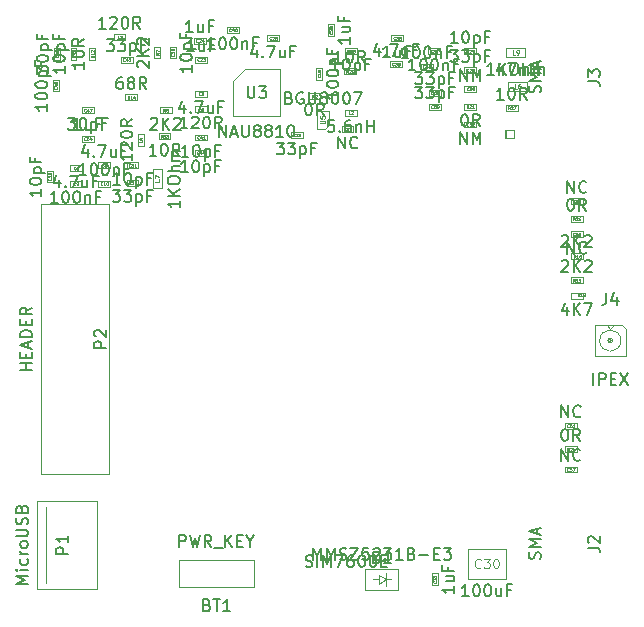
<source format=gbr>
G04 #@! TF.FileFunction,Other,Fab,Top*
%FSLAX46Y46*%
G04 Gerber Fmt 4.6, Leading zero omitted, Abs format (unit mm)*
G04 Created by KiCad (PCBNEW 4.0.5+dfsg1-4) date Tue Aug 14 14:25:04 2018*
%MOMM*%
%LPD*%
G01*
G04 APERTURE LIST*
%ADD10C,0.100000*%
%ADD11C,0.150000*%
%ADD12C,0.040000*%
%ADD13C,0.120000*%
%ADD14C,0.060000*%
%ADD15C,0.062500*%
G04 APERTURE END LIST*
D10*
X69800000Y-83950000D02*
X69800000Y-83450000D01*
X69800000Y-83450000D02*
X70800000Y-83450000D01*
X70800000Y-83450000D02*
X70800000Y-83950000D01*
X70800000Y-83950000D02*
X69800000Y-83950000D01*
X53100000Y-94950000D02*
X53100000Y-94450000D01*
X53100000Y-94450000D02*
X54100000Y-94450000D01*
X54100000Y-94450000D02*
X54100000Y-94950000D01*
X54100000Y-94950000D02*
X53100000Y-94950000D01*
X56500000Y-94200000D02*
X56500000Y-94700000D01*
X56500000Y-94700000D02*
X55500000Y-94700000D01*
X55500000Y-94700000D02*
X55500000Y-94200000D01*
X55500000Y-94200000D02*
X56500000Y-94200000D01*
X63700000Y-88650000D02*
X63700000Y-88150000D01*
X63700000Y-88150000D02*
X64700000Y-88150000D01*
X64700000Y-88150000D02*
X64700000Y-88650000D01*
X64700000Y-88650000D02*
X63700000Y-88650000D01*
X53100000Y-96250000D02*
X53100000Y-95750000D01*
X53100000Y-95750000D02*
X54100000Y-95750000D01*
X54100000Y-95750000D02*
X54100000Y-96250000D01*
X54100000Y-96250000D02*
X53100000Y-96250000D01*
X56510000Y-95760000D02*
X56510000Y-96260000D01*
X56510000Y-96260000D02*
X55510000Y-96260000D01*
X55510000Y-96260000D02*
X55510000Y-95760000D01*
X55510000Y-95760000D02*
X56510000Y-95760000D01*
X57900000Y-94710000D02*
X57900000Y-94210000D01*
X57900000Y-94210000D02*
X58900000Y-94210000D01*
X58900000Y-94210000D02*
X58900000Y-94710000D01*
X58900000Y-94710000D02*
X57900000Y-94710000D01*
X57900000Y-96170000D02*
X57900000Y-95670000D01*
X57900000Y-95670000D02*
X58900000Y-95670000D01*
X58900000Y-95670000D02*
X58900000Y-96170000D01*
X58900000Y-96170000D02*
X57900000Y-96170000D01*
X74450000Y-87200000D02*
X73950000Y-87200000D01*
X73950000Y-87200000D02*
X73950000Y-86200000D01*
X73950000Y-86200000D02*
X74450000Y-86200000D01*
X74450000Y-86200000D02*
X74450000Y-87200000D01*
X71800000Y-92150000D02*
X71800000Y-91650000D01*
X71800000Y-91650000D02*
X72800000Y-91650000D01*
X72800000Y-91650000D02*
X72800000Y-92150000D01*
X72800000Y-92150000D02*
X71800000Y-92150000D01*
X51150000Y-94900000D02*
X51650000Y-94900000D01*
X51650000Y-94900000D02*
X51650000Y-95900000D01*
X51650000Y-95900000D02*
X51150000Y-95900000D01*
X51150000Y-95900000D02*
X51150000Y-94900000D01*
X64700000Y-85250000D02*
X64700000Y-85750000D01*
X64700000Y-85750000D02*
X63700000Y-85750000D01*
X63700000Y-85750000D02*
X63700000Y-85250000D01*
X63700000Y-85250000D02*
X64700000Y-85250000D01*
X64600000Y-83650000D02*
X64600000Y-84150000D01*
X64600000Y-84150000D02*
X63600000Y-84150000D01*
X63600000Y-84150000D02*
X63600000Y-83650000D01*
X63600000Y-83650000D02*
X64600000Y-83650000D01*
X76400000Y-85050000D02*
X76400000Y-84550000D01*
X76400000Y-84550000D02*
X77400000Y-84550000D01*
X77400000Y-84550000D02*
X77400000Y-85050000D01*
X77400000Y-85050000D02*
X76400000Y-85050000D01*
X87500000Y-86150000D02*
X87500000Y-86650000D01*
X87500000Y-86650000D02*
X86500000Y-86650000D01*
X86500000Y-86650000D02*
X86500000Y-86150000D01*
X86500000Y-86150000D02*
X87500000Y-86150000D01*
X75450000Y-83500000D02*
X74950000Y-83500000D01*
X74950000Y-83500000D02*
X74950000Y-82500000D01*
X74950000Y-82500000D02*
X75450000Y-82500000D01*
X75450000Y-82500000D02*
X75450000Y-83500000D01*
X87500000Y-84550000D02*
X87500000Y-85050000D01*
X87500000Y-85050000D02*
X86500000Y-85050000D01*
X86500000Y-85050000D02*
X86500000Y-84550000D01*
X86500000Y-84550000D02*
X87500000Y-84550000D01*
X86800000Y-129450000D02*
X86800000Y-126950000D01*
X86800000Y-126950000D02*
X90000000Y-126950000D01*
X90000000Y-126950000D02*
X90000000Y-129450000D01*
X90000000Y-129450000D02*
X86800000Y-129450000D01*
X83400000Y-85050000D02*
X83400000Y-84550000D01*
X83400000Y-84550000D02*
X84400000Y-84550000D01*
X84400000Y-84550000D02*
X84400000Y-85050000D01*
X84400000Y-85050000D02*
X83400000Y-85050000D01*
X84250000Y-130000000D02*
X83750000Y-130000000D01*
X83750000Y-130000000D02*
X83750000Y-129000000D01*
X83750000Y-129000000D02*
X84250000Y-129000000D01*
X84250000Y-129000000D02*
X84250000Y-130000000D01*
X81200000Y-85650000D02*
X81200000Y-86150000D01*
X81200000Y-86150000D02*
X80200000Y-86150000D01*
X80200000Y-86150000D02*
X80200000Y-85650000D01*
X80200000Y-85650000D02*
X81200000Y-85650000D01*
X80300000Y-83950000D02*
X80300000Y-83450000D01*
X80300000Y-83450000D02*
X81300000Y-83450000D01*
X81300000Y-83450000D02*
X81300000Y-83950000D01*
X81300000Y-83950000D02*
X80300000Y-83950000D01*
X76100000Y-91650000D02*
X76100000Y-91150000D01*
X76100000Y-91150000D02*
X77100000Y-91150000D01*
X77100000Y-91150000D02*
X77100000Y-91650000D01*
X77100000Y-91650000D02*
X76100000Y-91650000D01*
X62050000Y-85400000D02*
X61550000Y-85400000D01*
X61550000Y-85400000D02*
X61550000Y-84400000D01*
X61550000Y-84400000D02*
X62050000Y-84400000D01*
X62050000Y-84400000D02*
X62050000Y-85400000D01*
X87500000Y-87750000D02*
X87500000Y-88250000D01*
X87500000Y-88250000D02*
X86500000Y-88250000D01*
X86500000Y-88250000D02*
X86500000Y-87750000D01*
X86500000Y-87750000D02*
X87500000Y-87750000D01*
X66400000Y-83250000D02*
X66400000Y-82750000D01*
X66400000Y-82750000D02*
X67400000Y-82750000D01*
X67400000Y-82750000D02*
X67400000Y-83250000D01*
X67400000Y-83250000D02*
X66400000Y-83250000D01*
X63700000Y-92350000D02*
X63700000Y-91850000D01*
X63700000Y-91850000D02*
X64700000Y-91850000D01*
X64700000Y-91850000D02*
X64700000Y-92350000D01*
X64700000Y-92350000D02*
X63700000Y-92350000D01*
X53150000Y-84500000D02*
X53650000Y-84500000D01*
X53650000Y-84500000D02*
X53650000Y-85500000D01*
X53650000Y-85500000D02*
X53150000Y-85500000D01*
X53150000Y-85500000D02*
X53150000Y-84500000D01*
X58400000Y-85250000D02*
X58400000Y-85750000D01*
X58400000Y-85750000D02*
X57400000Y-85750000D01*
X57400000Y-85750000D02*
X57400000Y-85250000D01*
X57400000Y-85250000D02*
X58400000Y-85250000D01*
X63660000Y-93660000D02*
X63660000Y-93160000D01*
X63660000Y-93160000D02*
X64660000Y-93160000D01*
X64660000Y-93160000D02*
X64660000Y-93660000D01*
X64660000Y-93660000D02*
X63660000Y-93660000D01*
X51750000Y-84500000D02*
X52250000Y-84500000D01*
X52250000Y-84500000D02*
X52250000Y-85500000D01*
X52250000Y-85500000D02*
X51750000Y-85500000D01*
X51750000Y-85500000D02*
X51750000Y-84500000D01*
X51650000Y-87200000D02*
X52150000Y-87200000D01*
X52150000Y-87200000D02*
X52150000Y-88200000D01*
X52150000Y-88200000D02*
X51650000Y-88200000D01*
X51650000Y-88200000D02*
X51650000Y-87200000D01*
X54100000Y-90050000D02*
X54100000Y-89550000D01*
X54100000Y-89550000D02*
X55100000Y-89550000D01*
X55100000Y-89550000D02*
X55100000Y-90050000D01*
X55100000Y-90050000D02*
X54100000Y-90050000D01*
X83800000Y-85850000D02*
X83800000Y-86350000D01*
X83800000Y-86350000D02*
X82800000Y-86350000D01*
X82800000Y-86350000D02*
X82800000Y-85850000D01*
X82800000Y-85850000D02*
X83800000Y-85850000D01*
X86500000Y-91250000D02*
X86500000Y-90750000D01*
X86500000Y-90750000D02*
X87500000Y-90750000D01*
X87500000Y-90750000D02*
X87500000Y-91250000D01*
X87500000Y-91250000D02*
X86500000Y-91250000D01*
X95991300Y-119955500D02*
X95991300Y-120455500D01*
X95991300Y-120455500D02*
X94991300Y-120455500D01*
X94991300Y-120455500D02*
X94991300Y-119955500D01*
X94991300Y-119955500D02*
X95991300Y-119955500D01*
X95500000Y-100550000D02*
X95500000Y-100050000D01*
X95500000Y-100050000D02*
X96500000Y-100050000D01*
X96500000Y-100050000D02*
X96500000Y-100550000D01*
X96500000Y-100550000D02*
X95500000Y-100550000D01*
X84500000Y-89250000D02*
X84500000Y-89750000D01*
X84500000Y-89750000D02*
X83500000Y-89750000D01*
X83500000Y-89750000D02*
X83500000Y-89250000D01*
X83500000Y-89250000D02*
X84500000Y-89250000D01*
X84500000Y-88050000D02*
X84500000Y-88550000D01*
X84500000Y-88550000D02*
X83500000Y-88550000D01*
X83500000Y-88550000D02*
X83500000Y-88050000D01*
X83500000Y-88050000D02*
X84500000Y-88050000D01*
X96000000Y-116250000D02*
X96000000Y-116750000D01*
X96000000Y-116750000D02*
X95000000Y-116750000D01*
X95000000Y-116750000D02*
X95000000Y-116250000D01*
X95000000Y-116250000D02*
X96000000Y-116250000D01*
X96500000Y-97250000D02*
X96500000Y-97750000D01*
X96500000Y-97750000D02*
X95500000Y-97750000D01*
X95500000Y-97750000D02*
X95500000Y-97250000D01*
X95500000Y-97250000D02*
X96500000Y-97250000D01*
X55100000Y-91950000D02*
X55100000Y-92450000D01*
X55100000Y-92450000D02*
X54100000Y-92450000D01*
X54100000Y-92450000D02*
X54100000Y-91950000D01*
X54100000Y-91950000D02*
X55100000Y-91950000D01*
X79250000Y-129500000D02*
X78750000Y-129500000D01*
X79250000Y-129100000D02*
X79850000Y-129500000D01*
X79250000Y-129900000D02*
X79250000Y-129100000D01*
X79850000Y-129500000D02*
X79250000Y-129900000D01*
X79850000Y-129500000D02*
X79850000Y-128950000D01*
X79850000Y-129500000D02*
X79850000Y-130050000D01*
X80250000Y-129500000D02*
X79850000Y-129500000D01*
X80900000Y-128600000D02*
X80900000Y-130400000D01*
X78100000Y-128600000D02*
X80900000Y-128600000D01*
X78100000Y-130400000D02*
X78100000Y-128600000D01*
X80900000Y-130400000D02*
X78100000Y-130400000D01*
X90700000Y-91500000D02*
X89900000Y-91500000D01*
X89900000Y-91500000D02*
X89900000Y-92100000D01*
X89900000Y-92100000D02*
X90700000Y-92100000D01*
X90700000Y-92100000D02*
X90700000Y-91500000D01*
X90050000Y-92100000D02*
X90050000Y-91500000D01*
X76400000Y-90250000D02*
X76400000Y-89750000D01*
X76400000Y-89750000D02*
X77400000Y-89750000D01*
X77400000Y-89750000D02*
X77400000Y-90250000D01*
X77400000Y-90250000D02*
X76400000Y-90250000D01*
X57800000Y-83350000D02*
X57800000Y-83850000D01*
X57800000Y-83850000D02*
X56800000Y-83850000D01*
X56800000Y-83850000D02*
X56800000Y-83350000D01*
X56800000Y-83350000D02*
X57800000Y-83350000D01*
X58850000Y-91800000D02*
X59350000Y-91800000D01*
X59350000Y-91800000D02*
X59350000Y-92800000D01*
X59350000Y-92800000D02*
X58850000Y-92800000D01*
X58850000Y-92800000D02*
X58850000Y-91800000D01*
X63700000Y-89950000D02*
X63700000Y-89450000D01*
X63700000Y-89450000D02*
X64700000Y-89450000D01*
X64700000Y-89450000D02*
X64700000Y-89950000D01*
X64700000Y-89950000D02*
X63700000Y-89950000D01*
X91800000Y-87400000D02*
X91800000Y-88200000D01*
X91800000Y-88200000D02*
X90200000Y-88200000D01*
X90200000Y-88200000D02*
X90200000Y-87400000D01*
X90200000Y-87400000D02*
X91800000Y-87400000D01*
X73300000Y-88850000D02*
X73300000Y-88350000D01*
X73300000Y-88350000D02*
X74300000Y-88350000D01*
X74300000Y-88350000D02*
X74300000Y-88850000D01*
X74300000Y-88850000D02*
X73300000Y-88850000D01*
X60700000Y-90050000D02*
X60700000Y-89550000D01*
X60700000Y-89550000D02*
X61700000Y-89550000D01*
X61700000Y-89550000D02*
X61700000Y-90050000D01*
X61700000Y-90050000D02*
X60700000Y-90050000D01*
X60250000Y-84400000D02*
X60750000Y-84400000D01*
X60750000Y-84400000D02*
X60750000Y-85400000D01*
X60750000Y-85400000D02*
X60250000Y-85400000D01*
X60250000Y-85400000D02*
X60250000Y-84400000D01*
X96500000Y-101850000D02*
X96500000Y-102350000D01*
X96500000Y-102350000D02*
X95500000Y-102350000D01*
X95500000Y-102350000D02*
X95500000Y-101850000D01*
X95500000Y-101850000D02*
X96500000Y-101850000D01*
X96500000Y-103950000D02*
X96500000Y-104450000D01*
X96500000Y-104450000D02*
X95500000Y-104450000D01*
X95500000Y-104450000D02*
X95500000Y-103950000D01*
X95500000Y-103950000D02*
X96500000Y-103950000D01*
X54750000Y-84500000D02*
X55250000Y-84500000D01*
X55250000Y-84500000D02*
X55250000Y-85500000D01*
X55250000Y-85500000D02*
X54750000Y-85500000D01*
X54750000Y-85500000D02*
X54750000Y-84500000D01*
X60600000Y-92250000D02*
X60600000Y-91750000D01*
X60600000Y-91750000D02*
X61600000Y-91750000D01*
X61600000Y-91750000D02*
X61600000Y-92250000D01*
X61600000Y-92250000D02*
X60600000Y-92250000D01*
X58800000Y-88450000D02*
X58800000Y-88950000D01*
X58800000Y-88950000D02*
X57800000Y-88950000D01*
X57800000Y-88950000D02*
X57800000Y-88450000D01*
X57800000Y-88450000D02*
X58800000Y-88450000D01*
X95500000Y-105750000D02*
X95500000Y-105250000D01*
X95500000Y-105250000D02*
X96500000Y-105250000D01*
X96500000Y-105250000D02*
X96500000Y-105750000D01*
X96500000Y-105750000D02*
X95500000Y-105750000D01*
X77300000Y-86250000D02*
X77300000Y-86750000D01*
X77300000Y-86750000D02*
X76300000Y-86750000D01*
X76300000Y-86750000D02*
X76300000Y-86250000D01*
X76300000Y-86250000D02*
X77300000Y-86250000D01*
X86500000Y-89750000D02*
X86500000Y-89250000D01*
X86500000Y-89250000D02*
X87500000Y-89250000D01*
X87500000Y-89250000D02*
X87500000Y-89750000D01*
X87500000Y-89750000D02*
X86500000Y-89750000D01*
X96000000Y-118250000D02*
X96000000Y-118750000D01*
X96000000Y-118750000D02*
X95000000Y-118750000D01*
X95000000Y-118750000D02*
X95000000Y-118250000D01*
X95000000Y-118250000D02*
X96000000Y-118250000D01*
X96500000Y-98750000D02*
X96500000Y-99250000D01*
X96500000Y-99250000D02*
X95500000Y-99250000D01*
X95500000Y-99250000D02*
X95500000Y-98750000D01*
X95500000Y-98750000D02*
X96500000Y-98750000D01*
X91000000Y-89350000D02*
X91000000Y-89850000D01*
X91000000Y-89850000D02*
X90000000Y-89850000D01*
X90000000Y-89850000D02*
X90000000Y-89350000D01*
X90000000Y-89350000D02*
X91000000Y-89350000D01*
X60900000Y-96380000D02*
X60100000Y-96380000D01*
X60100000Y-96380000D02*
X60100000Y-94780000D01*
X60100000Y-94780000D02*
X60900000Y-94780000D01*
X60900000Y-94780000D02*
X60900000Y-96380000D01*
X90050000Y-85290000D02*
X90050000Y-84490000D01*
X90050000Y-84490000D02*
X91650000Y-84490000D01*
X91650000Y-84490000D02*
X91650000Y-85290000D01*
X91650000Y-85290000D02*
X90050000Y-85290000D01*
X56420000Y-97730000D02*
X50620000Y-97730000D01*
X50620000Y-97730000D02*
X50620000Y-120590000D01*
X50620000Y-120590000D02*
X56420000Y-120590000D01*
X56420000Y-120590000D02*
X56420000Y-97730000D01*
X50350000Y-130350000D02*
X50350000Y-122850000D01*
X55350000Y-130350000D02*
X50350000Y-130350000D01*
X55350000Y-122850000D02*
X55350000Y-130350000D01*
X50350000Y-122850000D02*
X55350000Y-122850000D01*
X51050000Y-123350000D02*
X51050000Y-129850000D01*
X62300000Y-127850000D02*
X62300000Y-130150000D01*
X62300000Y-130150000D02*
X68700000Y-130150000D01*
X68700000Y-130150000D02*
X68700000Y-127850000D01*
X68700000Y-127850000D02*
X62300000Y-127850000D01*
X98844100Y-108296200D02*
X98544100Y-107996200D01*
X99144100Y-107996200D02*
X98844100Y-108296200D01*
X98894100Y-109296200D02*
G75*
G03X98894100Y-109296200I-50000J0D01*
G01*
X98969100Y-109296200D02*
G75*
G03X98969100Y-109296200I-125000J0D01*
G01*
X99744100Y-109296200D02*
G75*
G03X99744100Y-109296200I-900000J0D01*
G01*
X100144100Y-110596200D02*
X97544100Y-110596200D01*
X100144100Y-110596200D02*
X100144100Y-108296200D01*
X100144100Y-108296200D02*
X99844100Y-107996200D01*
X97544100Y-110596200D02*
X97544100Y-107996200D01*
X99844100Y-107996200D02*
X97544100Y-107996200D01*
X99044100Y-109296200D02*
G75*
G03X99044100Y-109296200I-200000J0D01*
G01*
X74700000Y-91350000D02*
X75000000Y-91050000D01*
X75000000Y-91050000D02*
X75000000Y-89850000D01*
X75000000Y-89850000D02*
X74000000Y-89850000D01*
X74000000Y-89850000D02*
X74000000Y-91350000D01*
X74000000Y-91350000D02*
X74700000Y-91350000D01*
X67900000Y-86300000D02*
X70900000Y-86300000D01*
X70900000Y-86300000D02*
X70900000Y-90300000D01*
X70900000Y-90300000D02*
X66900000Y-90300000D01*
X66900000Y-90300000D02*
X66900000Y-87300000D01*
X66900000Y-87300000D02*
X67900000Y-86300000D01*
D11*
X68895239Y-84655714D02*
X68895239Y-85322381D01*
X68657143Y-84274762D02*
X68419048Y-84989048D01*
X69038096Y-84989048D01*
X69419048Y-85227143D02*
X69466667Y-85274762D01*
X69419048Y-85322381D01*
X69371429Y-85274762D01*
X69419048Y-85227143D01*
X69419048Y-85322381D01*
X69800000Y-84322381D02*
X70466667Y-84322381D01*
X70038095Y-85322381D01*
X71276191Y-84655714D02*
X71276191Y-85322381D01*
X70847619Y-84655714D02*
X70847619Y-85179524D01*
X70895238Y-85274762D01*
X70990476Y-85322381D01*
X71133334Y-85322381D01*
X71228572Y-85274762D01*
X71276191Y-85227143D01*
X72085715Y-84798571D02*
X71752381Y-84798571D01*
X71752381Y-85322381D02*
X71752381Y-84322381D01*
X72228572Y-84322381D01*
D12*
X70139286Y-83789286D02*
X70127381Y-83801190D01*
X70091667Y-83813095D01*
X70067857Y-83813095D01*
X70032143Y-83801190D01*
X70008334Y-83777381D01*
X69996429Y-83753571D01*
X69984524Y-83705952D01*
X69984524Y-83670238D01*
X69996429Y-83622619D01*
X70008334Y-83598810D01*
X70032143Y-83575000D01*
X70067857Y-83563095D01*
X70091667Y-83563095D01*
X70127381Y-83575000D01*
X70139286Y-83586905D01*
X70234524Y-83586905D02*
X70246429Y-83575000D01*
X70270238Y-83563095D01*
X70329762Y-83563095D01*
X70353572Y-83575000D01*
X70365476Y-83586905D01*
X70377381Y-83610714D01*
X70377381Y-83634524D01*
X70365476Y-83670238D01*
X70222619Y-83813095D01*
X70377381Y-83813095D01*
X70591667Y-83563095D02*
X70544048Y-83563095D01*
X70520238Y-83575000D01*
X70508333Y-83586905D01*
X70484524Y-83622619D01*
X70472619Y-83670238D01*
X70472619Y-83765476D01*
X70484524Y-83789286D01*
X70496429Y-83801190D01*
X70520238Y-83813095D01*
X70567857Y-83813095D01*
X70591667Y-83801190D01*
X70603571Y-83789286D01*
X70615476Y-83765476D01*
X70615476Y-83705952D01*
X70603571Y-83682143D01*
X70591667Y-83670238D01*
X70567857Y-83658333D01*
X70520238Y-83658333D01*
X70496429Y-83670238D01*
X70484524Y-83682143D01*
X70472619Y-83705952D01*
D11*
X52195239Y-95655714D02*
X52195239Y-96322381D01*
X51957143Y-95274762D02*
X51719048Y-95989048D01*
X52338096Y-95989048D01*
X52719048Y-96227143D02*
X52766667Y-96274762D01*
X52719048Y-96322381D01*
X52671429Y-96274762D01*
X52719048Y-96227143D01*
X52719048Y-96322381D01*
X53100000Y-95322381D02*
X53766667Y-95322381D01*
X53338095Y-96322381D01*
X54576191Y-95655714D02*
X54576191Y-96322381D01*
X54147619Y-95655714D02*
X54147619Y-96179524D01*
X54195238Y-96274762D01*
X54290476Y-96322381D01*
X54433334Y-96322381D01*
X54528572Y-96274762D01*
X54576191Y-96227143D01*
X55385715Y-95798571D02*
X55052381Y-95798571D01*
X55052381Y-96322381D02*
X55052381Y-95322381D01*
X55528572Y-95322381D01*
D12*
X53558334Y-94789286D02*
X53546429Y-94801190D01*
X53510715Y-94813095D01*
X53486905Y-94813095D01*
X53451191Y-94801190D01*
X53427382Y-94777381D01*
X53415477Y-94753571D01*
X53403572Y-94705952D01*
X53403572Y-94670238D01*
X53415477Y-94622619D01*
X53427382Y-94598810D01*
X53451191Y-94575000D01*
X53486905Y-94563095D01*
X53510715Y-94563095D01*
X53546429Y-94575000D01*
X53558334Y-94586905D01*
X53784524Y-94563095D02*
X53665477Y-94563095D01*
X53653572Y-94682143D01*
X53665477Y-94670238D01*
X53689286Y-94658333D01*
X53748810Y-94658333D01*
X53772620Y-94670238D01*
X53784524Y-94682143D01*
X53796429Y-94705952D01*
X53796429Y-94765476D01*
X53784524Y-94789286D01*
X53772620Y-94801190D01*
X53748810Y-94813095D01*
X53689286Y-94813095D01*
X53665477Y-94801190D01*
X53653572Y-94789286D01*
D11*
X54595239Y-93065714D02*
X54595239Y-93732381D01*
X54357143Y-92684762D02*
X54119048Y-93399048D01*
X54738096Y-93399048D01*
X55119048Y-93637143D02*
X55166667Y-93684762D01*
X55119048Y-93732381D01*
X55071429Y-93684762D01*
X55119048Y-93637143D01*
X55119048Y-93732381D01*
X55500000Y-92732381D02*
X56166667Y-92732381D01*
X55738095Y-93732381D01*
X56976191Y-93065714D02*
X56976191Y-93732381D01*
X56547619Y-93065714D02*
X56547619Y-93589524D01*
X56595238Y-93684762D01*
X56690476Y-93732381D01*
X56833334Y-93732381D01*
X56928572Y-93684762D01*
X56976191Y-93637143D01*
X57785715Y-93208571D02*
X57452381Y-93208571D01*
X57452381Y-93732381D02*
X57452381Y-92732381D01*
X57928572Y-92732381D01*
D12*
X55958334Y-94539286D02*
X55946429Y-94551190D01*
X55910715Y-94563095D01*
X55886905Y-94563095D01*
X55851191Y-94551190D01*
X55827382Y-94527381D01*
X55815477Y-94503571D01*
X55803572Y-94455952D01*
X55803572Y-94420238D01*
X55815477Y-94372619D01*
X55827382Y-94348810D01*
X55851191Y-94325000D01*
X55886905Y-94313095D01*
X55910715Y-94313095D01*
X55946429Y-94325000D01*
X55958334Y-94336905D01*
X56172620Y-94313095D02*
X56125001Y-94313095D01*
X56101191Y-94325000D01*
X56089286Y-94336905D01*
X56065477Y-94372619D01*
X56053572Y-94420238D01*
X56053572Y-94515476D01*
X56065477Y-94539286D01*
X56077382Y-94551190D01*
X56101191Y-94563095D01*
X56148810Y-94563095D01*
X56172620Y-94551190D01*
X56184524Y-94539286D01*
X56196429Y-94515476D01*
X56196429Y-94455952D01*
X56184524Y-94432143D01*
X56172620Y-94420238D01*
X56148810Y-94408333D01*
X56101191Y-94408333D01*
X56077382Y-94420238D01*
X56065477Y-94432143D01*
X56053572Y-94455952D01*
D11*
X62795239Y-89355714D02*
X62795239Y-90022381D01*
X62557143Y-88974762D02*
X62319048Y-89689048D01*
X62938096Y-89689048D01*
X63319048Y-89927143D02*
X63366667Y-89974762D01*
X63319048Y-90022381D01*
X63271429Y-89974762D01*
X63319048Y-89927143D01*
X63319048Y-90022381D01*
X63700000Y-89022381D02*
X64366667Y-89022381D01*
X63938095Y-90022381D01*
X65176191Y-89355714D02*
X65176191Y-90022381D01*
X64747619Y-89355714D02*
X64747619Y-89879524D01*
X64795238Y-89974762D01*
X64890476Y-90022381D01*
X65033334Y-90022381D01*
X65128572Y-89974762D01*
X65176191Y-89927143D01*
X65985715Y-89498571D02*
X65652381Y-89498571D01*
X65652381Y-90022381D02*
X65652381Y-89022381D01*
X66128572Y-89022381D01*
D12*
X64158334Y-88489286D02*
X64146429Y-88501190D01*
X64110715Y-88513095D01*
X64086905Y-88513095D01*
X64051191Y-88501190D01*
X64027382Y-88477381D01*
X64015477Y-88453571D01*
X64003572Y-88405952D01*
X64003572Y-88370238D01*
X64015477Y-88322619D01*
X64027382Y-88298810D01*
X64051191Y-88275000D01*
X64086905Y-88263095D01*
X64110715Y-88263095D01*
X64146429Y-88275000D01*
X64158334Y-88286905D01*
X64301191Y-88370238D02*
X64277382Y-88358333D01*
X64265477Y-88346429D01*
X64253572Y-88322619D01*
X64253572Y-88310714D01*
X64265477Y-88286905D01*
X64277382Y-88275000D01*
X64301191Y-88263095D01*
X64348810Y-88263095D01*
X64372620Y-88275000D01*
X64384524Y-88286905D01*
X64396429Y-88310714D01*
X64396429Y-88322619D01*
X64384524Y-88346429D01*
X64372620Y-88358333D01*
X64348810Y-88370238D01*
X64301191Y-88370238D01*
X64277382Y-88382143D01*
X64265477Y-88394048D01*
X64253572Y-88417857D01*
X64253572Y-88465476D01*
X64265477Y-88489286D01*
X64277382Y-88501190D01*
X64301191Y-88513095D01*
X64348810Y-88513095D01*
X64372620Y-88501190D01*
X64384524Y-88489286D01*
X64396429Y-88465476D01*
X64396429Y-88417857D01*
X64384524Y-88394048D01*
X64372620Y-88382143D01*
X64348810Y-88370238D01*
D11*
X52052381Y-97622381D02*
X51480952Y-97622381D01*
X51766666Y-97622381D02*
X51766666Y-96622381D01*
X51671428Y-96765238D01*
X51576190Y-96860476D01*
X51480952Y-96908095D01*
X52671428Y-96622381D02*
X52766667Y-96622381D01*
X52861905Y-96670000D01*
X52909524Y-96717619D01*
X52957143Y-96812857D01*
X53004762Y-97003333D01*
X53004762Y-97241429D01*
X52957143Y-97431905D01*
X52909524Y-97527143D01*
X52861905Y-97574762D01*
X52766667Y-97622381D01*
X52671428Y-97622381D01*
X52576190Y-97574762D01*
X52528571Y-97527143D01*
X52480952Y-97431905D01*
X52433333Y-97241429D01*
X52433333Y-97003333D01*
X52480952Y-96812857D01*
X52528571Y-96717619D01*
X52576190Y-96670000D01*
X52671428Y-96622381D01*
X53623809Y-96622381D02*
X53719048Y-96622381D01*
X53814286Y-96670000D01*
X53861905Y-96717619D01*
X53909524Y-96812857D01*
X53957143Y-97003333D01*
X53957143Y-97241429D01*
X53909524Y-97431905D01*
X53861905Y-97527143D01*
X53814286Y-97574762D01*
X53719048Y-97622381D01*
X53623809Y-97622381D01*
X53528571Y-97574762D01*
X53480952Y-97527143D01*
X53433333Y-97431905D01*
X53385714Y-97241429D01*
X53385714Y-97003333D01*
X53433333Y-96812857D01*
X53480952Y-96717619D01*
X53528571Y-96670000D01*
X53623809Y-96622381D01*
X54385714Y-96955714D02*
X54385714Y-97622381D01*
X54385714Y-97050952D02*
X54433333Y-97003333D01*
X54528571Y-96955714D01*
X54671429Y-96955714D01*
X54766667Y-97003333D01*
X54814286Y-97098571D01*
X54814286Y-97622381D01*
X55623810Y-97098571D02*
X55290476Y-97098571D01*
X55290476Y-97622381D02*
X55290476Y-96622381D01*
X55766667Y-96622381D01*
D12*
X53558334Y-96089286D02*
X53546429Y-96101190D01*
X53510715Y-96113095D01*
X53486905Y-96113095D01*
X53451191Y-96101190D01*
X53427382Y-96077381D01*
X53415477Y-96053571D01*
X53403572Y-96005952D01*
X53403572Y-95970238D01*
X53415477Y-95922619D01*
X53427382Y-95898810D01*
X53451191Y-95875000D01*
X53486905Y-95863095D01*
X53510715Y-95863095D01*
X53546429Y-95875000D01*
X53558334Y-95886905D01*
X53677382Y-96113095D02*
X53725001Y-96113095D01*
X53748810Y-96101190D01*
X53760715Y-96089286D01*
X53784524Y-96053571D01*
X53796429Y-96005952D01*
X53796429Y-95910714D01*
X53784524Y-95886905D01*
X53772620Y-95875000D01*
X53748810Y-95863095D01*
X53701191Y-95863095D01*
X53677382Y-95875000D01*
X53665477Y-95886905D01*
X53653572Y-95910714D01*
X53653572Y-95970238D01*
X53665477Y-95994048D01*
X53677382Y-96005952D01*
X53701191Y-96017857D01*
X53748810Y-96017857D01*
X53772620Y-96005952D01*
X53784524Y-95994048D01*
X53796429Y-95970238D01*
D11*
X54462381Y-95292381D02*
X53890952Y-95292381D01*
X54176666Y-95292381D02*
X54176666Y-94292381D01*
X54081428Y-94435238D01*
X53986190Y-94530476D01*
X53890952Y-94578095D01*
X55081428Y-94292381D02*
X55176667Y-94292381D01*
X55271905Y-94340000D01*
X55319524Y-94387619D01*
X55367143Y-94482857D01*
X55414762Y-94673333D01*
X55414762Y-94911429D01*
X55367143Y-95101905D01*
X55319524Y-95197143D01*
X55271905Y-95244762D01*
X55176667Y-95292381D01*
X55081428Y-95292381D01*
X54986190Y-95244762D01*
X54938571Y-95197143D01*
X54890952Y-95101905D01*
X54843333Y-94911429D01*
X54843333Y-94673333D01*
X54890952Y-94482857D01*
X54938571Y-94387619D01*
X54986190Y-94340000D01*
X55081428Y-94292381D01*
X56033809Y-94292381D02*
X56129048Y-94292381D01*
X56224286Y-94340000D01*
X56271905Y-94387619D01*
X56319524Y-94482857D01*
X56367143Y-94673333D01*
X56367143Y-94911429D01*
X56319524Y-95101905D01*
X56271905Y-95197143D01*
X56224286Y-95244762D01*
X56129048Y-95292381D01*
X56033809Y-95292381D01*
X55938571Y-95244762D01*
X55890952Y-95197143D01*
X55843333Y-95101905D01*
X55795714Y-94911429D01*
X55795714Y-94673333D01*
X55843333Y-94482857D01*
X55890952Y-94387619D01*
X55938571Y-94340000D01*
X56033809Y-94292381D01*
X56795714Y-94625714D02*
X56795714Y-95292381D01*
X56795714Y-94720952D02*
X56843333Y-94673333D01*
X56938571Y-94625714D01*
X57081429Y-94625714D01*
X57176667Y-94673333D01*
X57224286Y-94768571D01*
X57224286Y-95292381D01*
X58033810Y-94768571D02*
X57700476Y-94768571D01*
X57700476Y-95292381D02*
X57700476Y-94292381D01*
X58176667Y-94292381D01*
D12*
X55849286Y-96099286D02*
X55837381Y-96111190D01*
X55801667Y-96123095D01*
X55777857Y-96123095D01*
X55742143Y-96111190D01*
X55718334Y-96087381D01*
X55706429Y-96063571D01*
X55694524Y-96015952D01*
X55694524Y-95980238D01*
X55706429Y-95932619D01*
X55718334Y-95908810D01*
X55742143Y-95885000D01*
X55777857Y-95873095D01*
X55801667Y-95873095D01*
X55837381Y-95885000D01*
X55849286Y-95896905D01*
X56087381Y-96123095D02*
X55944524Y-96123095D01*
X56015953Y-96123095D02*
X56015953Y-95873095D01*
X55992143Y-95908810D01*
X55968334Y-95932619D01*
X55944524Y-95944524D01*
X56242143Y-95873095D02*
X56265952Y-95873095D01*
X56289762Y-95885000D01*
X56301667Y-95896905D01*
X56313571Y-95920714D01*
X56325476Y-95968333D01*
X56325476Y-96027857D01*
X56313571Y-96075476D01*
X56301667Y-96099286D01*
X56289762Y-96111190D01*
X56265952Y-96123095D01*
X56242143Y-96123095D01*
X56218333Y-96111190D01*
X56206429Y-96099286D01*
X56194524Y-96075476D01*
X56182619Y-96027857D01*
X56182619Y-95968333D01*
X56194524Y-95920714D01*
X56206429Y-95896905D01*
X56218333Y-95885000D01*
X56242143Y-95873095D01*
D11*
X57328572Y-96082381D02*
X56757143Y-96082381D01*
X57042857Y-96082381D02*
X57042857Y-95082381D01*
X56947619Y-95225238D01*
X56852381Y-95320476D01*
X56757143Y-95368095D01*
X57947619Y-95082381D02*
X58042858Y-95082381D01*
X58138096Y-95130000D01*
X58185715Y-95177619D01*
X58233334Y-95272857D01*
X58280953Y-95463333D01*
X58280953Y-95701429D01*
X58233334Y-95891905D01*
X58185715Y-95987143D01*
X58138096Y-96034762D01*
X58042858Y-96082381D01*
X57947619Y-96082381D01*
X57852381Y-96034762D01*
X57804762Y-95987143D01*
X57757143Y-95891905D01*
X57709524Y-95701429D01*
X57709524Y-95463333D01*
X57757143Y-95272857D01*
X57804762Y-95177619D01*
X57852381Y-95130000D01*
X57947619Y-95082381D01*
X58709524Y-95415714D02*
X58709524Y-96415714D01*
X58709524Y-95463333D02*
X58804762Y-95415714D01*
X58995239Y-95415714D01*
X59090477Y-95463333D01*
X59138096Y-95510952D01*
X59185715Y-95606190D01*
X59185715Y-95891905D01*
X59138096Y-95987143D01*
X59090477Y-96034762D01*
X58995239Y-96082381D01*
X58804762Y-96082381D01*
X58709524Y-96034762D01*
X59947620Y-95558571D02*
X59614286Y-95558571D01*
X59614286Y-96082381D02*
X59614286Y-95082381D01*
X60090477Y-95082381D01*
D12*
X58239286Y-94549286D02*
X58227381Y-94561190D01*
X58191667Y-94573095D01*
X58167857Y-94573095D01*
X58132143Y-94561190D01*
X58108334Y-94537381D01*
X58096429Y-94513571D01*
X58084524Y-94465952D01*
X58084524Y-94430238D01*
X58096429Y-94382619D01*
X58108334Y-94358810D01*
X58132143Y-94335000D01*
X58167857Y-94323095D01*
X58191667Y-94323095D01*
X58227381Y-94335000D01*
X58239286Y-94346905D01*
X58477381Y-94573095D02*
X58334524Y-94573095D01*
X58405953Y-94573095D02*
X58405953Y-94323095D01*
X58382143Y-94358810D01*
X58358334Y-94382619D01*
X58334524Y-94394524D01*
X58715476Y-94573095D02*
X58572619Y-94573095D01*
X58644048Y-94573095D02*
X58644048Y-94323095D01*
X58620238Y-94358810D01*
X58596429Y-94382619D01*
X58572619Y-94394524D01*
D11*
X56709524Y-96542381D02*
X57328572Y-96542381D01*
X56995238Y-96923333D01*
X57138096Y-96923333D01*
X57233334Y-96970952D01*
X57280953Y-97018571D01*
X57328572Y-97113810D01*
X57328572Y-97351905D01*
X57280953Y-97447143D01*
X57233334Y-97494762D01*
X57138096Y-97542381D01*
X56852381Y-97542381D01*
X56757143Y-97494762D01*
X56709524Y-97447143D01*
X57661905Y-96542381D02*
X58280953Y-96542381D01*
X57947619Y-96923333D01*
X58090477Y-96923333D01*
X58185715Y-96970952D01*
X58233334Y-97018571D01*
X58280953Y-97113810D01*
X58280953Y-97351905D01*
X58233334Y-97447143D01*
X58185715Y-97494762D01*
X58090477Y-97542381D01*
X57804762Y-97542381D01*
X57709524Y-97494762D01*
X57661905Y-97447143D01*
X58709524Y-96875714D02*
X58709524Y-97875714D01*
X58709524Y-96923333D02*
X58804762Y-96875714D01*
X58995239Y-96875714D01*
X59090477Y-96923333D01*
X59138096Y-96970952D01*
X59185715Y-97066190D01*
X59185715Y-97351905D01*
X59138096Y-97447143D01*
X59090477Y-97494762D01*
X58995239Y-97542381D01*
X58804762Y-97542381D01*
X58709524Y-97494762D01*
X59947620Y-97018571D02*
X59614286Y-97018571D01*
X59614286Y-97542381D02*
X59614286Y-96542381D01*
X60090477Y-96542381D01*
D12*
X58239286Y-96009286D02*
X58227381Y-96021190D01*
X58191667Y-96033095D01*
X58167857Y-96033095D01*
X58132143Y-96021190D01*
X58108334Y-95997381D01*
X58096429Y-95973571D01*
X58084524Y-95925952D01*
X58084524Y-95890238D01*
X58096429Y-95842619D01*
X58108334Y-95818810D01*
X58132143Y-95795000D01*
X58167857Y-95783095D01*
X58191667Y-95783095D01*
X58227381Y-95795000D01*
X58239286Y-95806905D01*
X58477381Y-96033095D02*
X58334524Y-96033095D01*
X58405953Y-96033095D02*
X58405953Y-95783095D01*
X58382143Y-95818810D01*
X58358334Y-95842619D01*
X58334524Y-95854524D01*
X58691667Y-95866429D02*
X58691667Y-96033095D01*
X58632143Y-95771190D02*
X58572619Y-95949762D01*
X58727381Y-95949762D01*
D11*
X75822381Y-88247619D02*
X75822381Y-88819048D01*
X75822381Y-88533334D02*
X74822381Y-88533334D01*
X74965238Y-88628572D01*
X75060476Y-88723810D01*
X75108095Y-88819048D01*
X74822381Y-87628572D02*
X74822381Y-87533333D01*
X74870000Y-87438095D01*
X74917619Y-87390476D01*
X75012857Y-87342857D01*
X75203333Y-87295238D01*
X75441429Y-87295238D01*
X75631905Y-87342857D01*
X75727143Y-87390476D01*
X75774762Y-87438095D01*
X75822381Y-87533333D01*
X75822381Y-87628572D01*
X75774762Y-87723810D01*
X75727143Y-87771429D01*
X75631905Y-87819048D01*
X75441429Y-87866667D01*
X75203333Y-87866667D01*
X75012857Y-87819048D01*
X74917619Y-87771429D01*
X74870000Y-87723810D01*
X74822381Y-87628572D01*
X74822381Y-86676191D02*
X74822381Y-86580952D01*
X74870000Y-86485714D01*
X74917619Y-86438095D01*
X75012857Y-86390476D01*
X75203333Y-86342857D01*
X75441429Y-86342857D01*
X75631905Y-86390476D01*
X75727143Y-86438095D01*
X75774762Y-86485714D01*
X75822381Y-86580952D01*
X75822381Y-86676191D01*
X75774762Y-86771429D01*
X75727143Y-86819048D01*
X75631905Y-86866667D01*
X75441429Y-86914286D01*
X75203333Y-86914286D01*
X75012857Y-86866667D01*
X74917619Y-86819048D01*
X74870000Y-86771429D01*
X74822381Y-86676191D01*
X75155714Y-85914286D02*
X76155714Y-85914286D01*
X75203333Y-85914286D02*
X75155714Y-85819048D01*
X75155714Y-85628571D01*
X75203333Y-85533333D01*
X75250952Y-85485714D01*
X75346190Y-85438095D01*
X75631905Y-85438095D01*
X75727143Y-85485714D01*
X75774762Y-85533333D01*
X75822381Y-85628571D01*
X75822381Y-85819048D01*
X75774762Y-85914286D01*
X75298571Y-84676190D02*
X75298571Y-85009524D01*
X75822381Y-85009524D02*
X74822381Y-85009524D01*
X74822381Y-84533333D01*
D12*
X74289286Y-86860714D02*
X74301190Y-86872619D01*
X74313095Y-86908333D01*
X74313095Y-86932143D01*
X74301190Y-86967857D01*
X74277381Y-86991666D01*
X74253571Y-87003571D01*
X74205952Y-87015476D01*
X74170238Y-87015476D01*
X74122619Y-87003571D01*
X74098810Y-86991666D01*
X74075000Y-86967857D01*
X74063095Y-86932143D01*
X74063095Y-86908333D01*
X74075000Y-86872619D01*
X74086905Y-86860714D01*
X74313095Y-86622619D02*
X74313095Y-86765476D01*
X74313095Y-86694047D02*
X74063095Y-86694047D01*
X74098810Y-86717857D01*
X74122619Y-86741666D01*
X74134524Y-86765476D01*
X74063095Y-86396429D02*
X74063095Y-86515476D01*
X74182143Y-86527381D01*
X74170238Y-86515476D01*
X74158333Y-86491667D01*
X74158333Y-86432143D01*
X74170238Y-86408333D01*
X74182143Y-86396429D01*
X74205952Y-86384524D01*
X74265476Y-86384524D01*
X74289286Y-86396429D01*
X74301190Y-86408333D01*
X74313095Y-86432143D01*
X74313095Y-86491667D01*
X74301190Y-86515476D01*
X74289286Y-86527381D01*
D11*
X70609524Y-92522381D02*
X71228572Y-92522381D01*
X70895238Y-92903333D01*
X71038096Y-92903333D01*
X71133334Y-92950952D01*
X71180953Y-92998571D01*
X71228572Y-93093810D01*
X71228572Y-93331905D01*
X71180953Y-93427143D01*
X71133334Y-93474762D01*
X71038096Y-93522381D01*
X70752381Y-93522381D01*
X70657143Y-93474762D01*
X70609524Y-93427143D01*
X71561905Y-92522381D02*
X72180953Y-92522381D01*
X71847619Y-92903333D01*
X71990477Y-92903333D01*
X72085715Y-92950952D01*
X72133334Y-92998571D01*
X72180953Y-93093810D01*
X72180953Y-93331905D01*
X72133334Y-93427143D01*
X72085715Y-93474762D01*
X71990477Y-93522381D01*
X71704762Y-93522381D01*
X71609524Y-93474762D01*
X71561905Y-93427143D01*
X72609524Y-92855714D02*
X72609524Y-93855714D01*
X72609524Y-92903333D02*
X72704762Y-92855714D01*
X72895239Y-92855714D01*
X72990477Y-92903333D01*
X73038096Y-92950952D01*
X73085715Y-93046190D01*
X73085715Y-93331905D01*
X73038096Y-93427143D01*
X72990477Y-93474762D01*
X72895239Y-93522381D01*
X72704762Y-93522381D01*
X72609524Y-93474762D01*
X73847620Y-92998571D02*
X73514286Y-92998571D01*
X73514286Y-93522381D02*
X73514286Y-92522381D01*
X73990477Y-92522381D01*
D12*
X72139286Y-91989286D02*
X72127381Y-92001190D01*
X72091667Y-92013095D01*
X72067857Y-92013095D01*
X72032143Y-92001190D01*
X72008334Y-91977381D01*
X71996429Y-91953571D01*
X71984524Y-91905952D01*
X71984524Y-91870238D01*
X71996429Y-91822619D01*
X72008334Y-91798810D01*
X72032143Y-91775000D01*
X72067857Y-91763095D01*
X72091667Y-91763095D01*
X72127381Y-91775000D01*
X72139286Y-91786905D01*
X72234524Y-91786905D02*
X72246429Y-91775000D01*
X72270238Y-91763095D01*
X72329762Y-91763095D01*
X72353572Y-91775000D01*
X72365476Y-91786905D01*
X72377381Y-91810714D01*
X72377381Y-91834524D01*
X72365476Y-91870238D01*
X72222619Y-92013095D01*
X72377381Y-92013095D01*
X72532143Y-91763095D02*
X72555952Y-91763095D01*
X72579762Y-91775000D01*
X72591667Y-91786905D01*
X72603571Y-91810714D01*
X72615476Y-91858333D01*
X72615476Y-91917857D01*
X72603571Y-91965476D01*
X72591667Y-91989286D01*
X72579762Y-92001190D01*
X72555952Y-92013095D01*
X72532143Y-92013095D01*
X72508333Y-92001190D01*
X72496429Y-91989286D01*
X72484524Y-91965476D01*
X72472619Y-91917857D01*
X72472619Y-91858333D01*
X72484524Y-91810714D01*
X72496429Y-91786905D01*
X72508333Y-91775000D01*
X72532143Y-91763095D01*
D11*
X50682381Y-96471428D02*
X50682381Y-97042857D01*
X50682381Y-96757143D02*
X49682381Y-96757143D01*
X49825238Y-96852381D01*
X49920476Y-96947619D01*
X49968095Y-97042857D01*
X49682381Y-95852381D02*
X49682381Y-95757142D01*
X49730000Y-95661904D01*
X49777619Y-95614285D01*
X49872857Y-95566666D01*
X50063333Y-95519047D01*
X50301429Y-95519047D01*
X50491905Y-95566666D01*
X50587143Y-95614285D01*
X50634762Y-95661904D01*
X50682381Y-95757142D01*
X50682381Y-95852381D01*
X50634762Y-95947619D01*
X50587143Y-95995238D01*
X50491905Y-96042857D01*
X50301429Y-96090476D01*
X50063333Y-96090476D01*
X49872857Y-96042857D01*
X49777619Y-95995238D01*
X49730000Y-95947619D01*
X49682381Y-95852381D01*
X50015714Y-95090476D02*
X51015714Y-95090476D01*
X50063333Y-95090476D02*
X50015714Y-94995238D01*
X50015714Y-94804761D01*
X50063333Y-94709523D01*
X50110952Y-94661904D01*
X50206190Y-94614285D01*
X50491905Y-94614285D01*
X50587143Y-94661904D01*
X50634762Y-94709523D01*
X50682381Y-94804761D01*
X50682381Y-94995238D01*
X50634762Y-95090476D01*
X50158571Y-93852380D02*
X50158571Y-94185714D01*
X50682381Y-94185714D02*
X49682381Y-94185714D01*
X49682381Y-93709523D01*
D12*
X51489286Y-95560714D02*
X51501190Y-95572619D01*
X51513095Y-95608333D01*
X51513095Y-95632143D01*
X51501190Y-95667857D01*
X51477381Y-95691666D01*
X51453571Y-95703571D01*
X51405952Y-95715476D01*
X51370238Y-95715476D01*
X51322619Y-95703571D01*
X51298810Y-95691666D01*
X51275000Y-95667857D01*
X51263095Y-95632143D01*
X51263095Y-95608333D01*
X51275000Y-95572619D01*
X51286905Y-95560714D01*
X51286905Y-95465476D02*
X51275000Y-95453571D01*
X51263095Y-95429762D01*
X51263095Y-95370238D01*
X51275000Y-95346428D01*
X51286905Y-95334524D01*
X51310714Y-95322619D01*
X51334524Y-95322619D01*
X51370238Y-95334524D01*
X51513095Y-95477381D01*
X51513095Y-95322619D01*
X51286905Y-95227381D02*
X51275000Y-95215476D01*
X51263095Y-95191667D01*
X51263095Y-95132143D01*
X51275000Y-95108333D01*
X51286905Y-95096429D01*
X51310714Y-95084524D01*
X51334524Y-95084524D01*
X51370238Y-95096429D01*
X51513095Y-95239286D01*
X51513095Y-95084524D01*
D11*
X63604762Y-84782381D02*
X63033333Y-84782381D01*
X63319047Y-84782381D02*
X63319047Y-83782381D01*
X63223809Y-83925238D01*
X63128571Y-84020476D01*
X63033333Y-84068095D01*
X64461905Y-84115714D02*
X64461905Y-84782381D01*
X64033333Y-84115714D02*
X64033333Y-84639524D01*
X64080952Y-84734762D01*
X64176190Y-84782381D01*
X64319048Y-84782381D01*
X64414286Y-84734762D01*
X64461905Y-84687143D01*
X65271429Y-84258571D02*
X64938095Y-84258571D01*
X64938095Y-84782381D02*
X64938095Y-83782381D01*
X65414286Y-83782381D01*
D12*
X64039286Y-85589286D02*
X64027381Y-85601190D01*
X63991667Y-85613095D01*
X63967857Y-85613095D01*
X63932143Y-85601190D01*
X63908334Y-85577381D01*
X63896429Y-85553571D01*
X63884524Y-85505952D01*
X63884524Y-85470238D01*
X63896429Y-85422619D01*
X63908334Y-85398810D01*
X63932143Y-85375000D01*
X63967857Y-85363095D01*
X63991667Y-85363095D01*
X64027381Y-85375000D01*
X64039286Y-85386905D01*
X64134524Y-85386905D02*
X64146429Y-85375000D01*
X64170238Y-85363095D01*
X64229762Y-85363095D01*
X64253572Y-85375000D01*
X64265476Y-85386905D01*
X64277381Y-85410714D01*
X64277381Y-85434524D01*
X64265476Y-85470238D01*
X64122619Y-85613095D01*
X64277381Y-85613095D01*
X64360714Y-85363095D02*
X64515476Y-85363095D01*
X64432143Y-85458333D01*
X64467857Y-85458333D01*
X64491667Y-85470238D01*
X64503571Y-85482143D01*
X64515476Y-85505952D01*
X64515476Y-85565476D01*
X64503571Y-85589286D01*
X64491667Y-85601190D01*
X64467857Y-85613095D01*
X64396429Y-85613095D01*
X64372619Y-85601190D01*
X64360714Y-85589286D01*
D11*
X63504762Y-83182381D02*
X62933333Y-83182381D01*
X63219047Y-83182381D02*
X63219047Y-82182381D01*
X63123809Y-82325238D01*
X63028571Y-82420476D01*
X62933333Y-82468095D01*
X64361905Y-82515714D02*
X64361905Y-83182381D01*
X63933333Y-82515714D02*
X63933333Y-83039524D01*
X63980952Y-83134762D01*
X64076190Y-83182381D01*
X64219048Y-83182381D01*
X64314286Y-83134762D01*
X64361905Y-83087143D01*
X65171429Y-82658571D02*
X64838095Y-82658571D01*
X64838095Y-83182381D02*
X64838095Y-82182381D01*
X65314286Y-82182381D01*
D12*
X63939286Y-83989286D02*
X63927381Y-84001190D01*
X63891667Y-84013095D01*
X63867857Y-84013095D01*
X63832143Y-84001190D01*
X63808334Y-83977381D01*
X63796429Y-83953571D01*
X63784524Y-83905952D01*
X63784524Y-83870238D01*
X63796429Y-83822619D01*
X63808334Y-83798810D01*
X63832143Y-83775000D01*
X63867857Y-83763095D01*
X63891667Y-83763095D01*
X63927381Y-83775000D01*
X63939286Y-83786905D01*
X64034524Y-83786905D02*
X64046429Y-83775000D01*
X64070238Y-83763095D01*
X64129762Y-83763095D01*
X64153572Y-83775000D01*
X64165476Y-83786905D01*
X64177381Y-83810714D01*
X64177381Y-83834524D01*
X64165476Y-83870238D01*
X64022619Y-84013095D01*
X64177381Y-84013095D01*
X64391667Y-83846429D02*
X64391667Y-84013095D01*
X64332143Y-83751190D02*
X64272619Y-83929762D01*
X64427381Y-83929762D01*
D11*
X75828572Y-86422381D02*
X75257143Y-86422381D01*
X75542857Y-86422381D02*
X75542857Y-85422381D01*
X75447619Y-85565238D01*
X75352381Y-85660476D01*
X75257143Y-85708095D01*
X76447619Y-85422381D02*
X76542858Y-85422381D01*
X76638096Y-85470000D01*
X76685715Y-85517619D01*
X76733334Y-85612857D01*
X76780953Y-85803333D01*
X76780953Y-86041429D01*
X76733334Y-86231905D01*
X76685715Y-86327143D01*
X76638096Y-86374762D01*
X76542858Y-86422381D01*
X76447619Y-86422381D01*
X76352381Y-86374762D01*
X76304762Y-86327143D01*
X76257143Y-86231905D01*
X76209524Y-86041429D01*
X76209524Y-85803333D01*
X76257143Y-85612857D01*
X76304762Y-85517619D01*
X76352381Y-85470000D01*
X76447619Y-85422381D01*
X77209524Y-85755714D02*
X77209524Y-86755714D01*
X77209524Y-85803333D02*
X77304762Y-85755714D01*
X77495239Y-85755714D01*
X77590477Y-85803333D01*
X77638096Y-85850952D01*
X77685715Y-85946190D01*
X77685715Y-86231905D01*
X77638096Y-86327143D01*
X77590477Y-86374762D01*
X77495239Y-86422381D01*
X77304762Y-86422381D01*
X77209524Y-86374762D01*
X78447620Y-85898571D02*
X78114286Y-85898571D01*
X78114286Y-86422381D02*
X78114286Y-85422381D01*
X78590477Y-85422381D01*
D12*
X76739286Y-84889286D02*
X76727381Y-84901190D01*
X76691667Y-84913095D01*
X76667857Y-84913095D01*
X76632143Y-84901190D01*
X76608334Y-84877381D01*
X76596429Y-84853571D01*
X76584524Y-84805952D01*
X76584524Y-84770238D01*
X76596429Y-84722619D01*
X76608334Y-84698810D01*
X76632143Y-84675000D01*
X76667857Y-84663095D01*
X76691667Y-84663095D01*
X76727381Y-84675000D01*
X76739286Y-84686905D01*
X76834524Y-84686905D02*
X76846429Y-84675000D01*
X76870238Y-84663095D01*
X76929762Y-84663095D01*
X76953572Y-84675000D01*
X76965476Y-84686905D01*
X76977381Y-84710714D01*
X76977381Y-84734524D01*
X76965476Y-84770238D01*
X76822619Y-84913095D01*
X76977381Y-84913095D01*
X77203571Y-84663095D02*
X77084524Y-84663095D01*
X77072619Y-84782143D01*
X77084524Y-84770238D01*
X77108333Y-84758333D01*
X77167857Y-84758333D01*
X77191667Y-84770238D01*
X77203571Y-84782143D01*
X77215476Y-84805952D01*
X77215476Y-84865476D01*
X77203571Y-84889286D01*
X77191667Y-84901190D01*
X77167857Y-84913095D01*
X77108333Y-84913095D01*
X77084524Y-84901190D01*
X77072619Y-84889286D01*
D11*
X85309524Y-84682381D02*
X85928572Y-84682381D01*
X85595238Y-85063333D01*
X85738096Y-85063333D01*
X85833334Y-85110952D01*
X85880953Y-85158571D01*
X85928572Y-85253810D01*
X85928572Y-85491905D01*
X85880953Y-85587143D01*
X85833334Y-85634762D01*
X85738096Y-85682381D01*
X85452381Y-85682381D01*
X85357143Y-85634762D01*
X85309524Y-85587143D01*
X86261905Y-84682381D02*
X86880953Y-84682381D01*
X86547619Y-85063333D01*
X86690477Y-85063333D01*
X86785715Y-85110952D01*
X86833334Y-85158571D01*
X86880953Y-85253810D01*
X86880953Y-85491905D01*
X86833334Y-85587143D01*
X86785715Y-85634762D01*
X86690477Y-85682381D01*
X86404762Y-85682381D01*
X86309524Y-85634762D01*
X86261905Y-85587143D01*
X87309524Y-85015714D02*
X87309524Y-86015714D01*
X87309524Y-85063333D02*
X87404762Y-85015714D01*
X87595239Y-85015714D01*
X87690477Y-85063333D01*
X87738096Y-85110952D01*
X87785715Y-85206190D01*
X87785715Y-85491905D01*
X87738096Y-85587143D01*
X87690477Y-85634762D01*
X87595239Y-85682381D01*
X87404762Y-85682381D01*
X87309524Y-85634762D01*
X88547620Y-85158571D02*
X88214286Y-85158571D01*
X88214286Y-85682381D02*
X88214286Y-84682381D01*
X88690477Y-84682381D01*
D12*
X86839286Y-86489286D02*
X86827381Y-86501190D01*
X86791667Y-86513095D01*
X86767857Y-86513095D01*
X86732143Y-86501190D01*
X86708334Y-86477381D01*
X86696429Y-86453571D01*
X86684524Y-86405952D01*
X86684524Y-86370238D01*
X86696429Y-86322619D01*
X86708334Y-86298810D01*
X86732143Y-86275000D01*
X86767857Y-86263095D01*
X86791667Y-86263095D01*
X86827381Y-86275000D01*
X86839286Y-86286905D01*
X86934524Y-86286905D02*
X86946429Y-86275000D01*
X86970238Y-86263095D01*
X87029762Y-86263095D01*
X87053572Y-86275000D01*
X87065476Y-86286905D01*
X87077381Y-86310714D01*
X87077381Y-86334524D01*
X87065476Y-86370238D01*
X86922619Y-86513095D01*
X87077381Y-86513095D01*
X87160714Y-86263095D02*
X87327381Y-86263095D01*
X87220238Y-86513095D01*
D11*
X76822381Y-83595238D02*
X76822381Y-84166667D01*
X76822381Y-83880953D02*
X75822381Y-83880953D01*
X75965238Y-83976191D01*
X76060476Y-84071429D01*
X76108095Y-84166667D01*
X76155714Y-82738095D02*
X76822381Y-82738095D01*
X76155714Y-83166667D02*
X76679524Y-83166667D01*
X76774762Y-83119048D01*
X76822381Y-83023810D01*
X76822381Y-82880952D01*
X76774762Y-82785714D01*
X76727143Y-82738095D01*
X76298571Y-81928571D02*
X76298571Y-82261905D01*
X76822381Y-82261905D02*
X75822381Y-82261905D01*
X75822381Y-81785714D01*
D12*
X75289286Y-83160714D02*
X75301190Y-83172619D01*
X75313095Y-83208333D01*
X75313095Y-83232143D01*
X75301190Y-83267857D01*
X75277381Y-83291666D01*
X75253571Y-83303571D01*
X75205952Y-83315476D01*
X75170238Y-83315476D01*
X75122619Y-83303571D01*
X75098810Y-83291666D01*
X75075000Y-83267857D01*
X75063095Y-83232143D01*
X75063095Y-83208333D01*
X75075000Y-83172619D01*
X75086905Y-83160714D01*
X75086905Y-83065476D02*
X75075000Y-83053571D01*
X75063095Y-83029762D01*
X75063095Y-82970238D01*
X75075000Y-82946428D01*
X75086905Y-82934524D01*
X75110714Y-82922619D01*
X75134524Y-82922619D01*
X75170238Y-82934524D01*
X75313095Y-83077381D01*
X75313095Y-82922619D01*
X75170238Y-82779762D02*
X75158333Y-82803571D01*
X75146429Y-82815476D01*
X75122619Y-82827381D01*
X75110714Y-82827381D01*
X75086905Y-82815476D01*
X75075000Y-82803571D01*
X75063095Y-82779762D01*
X75063095Y-82732143D01*
X75075000Y-82708333D01*
X75086905Y-82696429D01*
X75110714Y-82684524D01*
X75122619Y-82684524D01*
X75146429Y-82696429D01*
X75158333Y-82708333D01*
X75170238Y-82732143D01*
X75170238Y-82779762D01*
X75182143Y-82803571D01*
X75194048Y-82815476D01*
X75217857Y-82827381D01*
X75265476Y-82827381D01*
X75289286Y-82815476D01*
X75301190Y-82803571D01*
X75313095Y-82779762D01*
X75313095Y-82732143D01*
X75301190Y-82708333D01*
X75289286Y-82696429D01*
X75265476Y-82684524D01*
X75217857Y-82684524D01*
X75194048Y-82696429D01*
X75182143Y-82708333D01*
X75170238Y-82732143D01*
D11*
X85928572Y-84082381D02*
X85357143Y-84082381D01*
X85642857Y-84082381D02*
X85642857Y-83082381D01*
X85547619Y-83225238D01*
X85452381Y-83320476D01*
X85357143Y-83368095D01*
X86547619Y-83082381D02*
X86642858Y-83082381D01*
X86738096Y-83130000D01*
X86785715Y-83177619D01*
X86833334Y-83272857D01*
X86880953Y-83463333D01*
X86880953Y-83701429D01*
X86833334Y-83891905D01*
X86785715Y-83987143D01*
X86738096Y-84034762D01*
X86642858Y-84082381D01*
X86547619Y-84082381D01*
X86452381Y-84034762D01*
X86404762Y-83987143D01*
X86357143Y-83891905D01*
X86309524Y-83701429D01*
X86309524Y-83463333D01*
X86357143Y-83272857D01*
X86404762Y-83177619D01*
X86452381Y-83130000D01*
X86547619Y-83082381D01*
X87309524Y-83415714D02*
X87309524Y-84415714D01*
X87309524Y-83463333D02*
X87404762Y-83415714D01*
X87595239Y-83415714D01*
X87690477Y-83463333D01*
X87738096Y-83510952D01*
X87785715Y-83606190D01*
X87785715Y-83891905D01*
X87738096Y-83987143D01*
X87690477Y-84034762D01*
X87595239Y-84082381D01*
X87404762Y-84082381D01*
X87309524Y-84034762D01*
X88547620Y-83558571D02*
X88214286Y-83558571D01*
X88214286Y-84082381D02*
X88214286Y-83082381D01*
X88690477Y-83082381D01*
D12*
X86839286Y-84889286D02*
X86827381Y-84901190D01*
X86791667Y-84913095D01*
X86767857Y-84913095D01*
X86732143Y-84901190D01*
X86708334Y-84877381D01*
X86696429Y-84853571D01*
X86684524Y-84805952D01*
X86684524Y-84770238D01*
X86696429Y-84722619D01*
X86708334Y-84698810D01*
X86732143Y-84675000D01*
X86767857Y-84663095D01*
X86791667Y-84663095D01*
X86827381Y-84675000D01*
X86839286Y-84686905D01*
X86934524Y-84686905D02*
X86946429Y-84675000D01*
X86970238Y-84663095D01*
X87029762Y-84663095D01*
X87053572Y-84675000D01*
X87065476Y-84686905D01*
X87077381Y-84710714D01*
X87077381Y-84734524D01*
X87065476Y-84770238D01*
X86922619Y-84913095D01*
X87077381Y-84913095D01*
X87196429Y-84913095D02*
X87244048Y-84913095D01*
X87267857Y-84901190D01*
X87279762Y-84889286D01*
X87303571Y-84853571D01*
X87315476Y-84805952D01*
X87315476Y-84710714D01*
X87303571Y-84686905D01*
X87291667Y-84675000D01*
X87267857Y-84663095D01*
X87220238Y-84663095D01*
X87196429Y-84675000D01*
X87184524Y-84686905D01*
X87172619Y-84710714D01*
X87172619Y-84770238D01*
X87184524Y-84794048D01*
X87196429Y-84805952D01*
X87220238Y-84817857D01*
X87267857Y-84817857D01*
X87291667Y-84805952D01*
X87303571Y-84794048D01*
X87315476Y-84770238D01*
D11*
X86852381Y-130932381D02*
X86280952Y-130932381D01*
X86566666Y-130932381D02*
X86566666Y-129932381D01*
X86471428Y-130075238D01*
X86376190Y-130170476D01*
X86280952Y-130218095D01*
X87471428Y-129932381D02*
X87566667Y-129932381D01*
X87661905Y-129980000D01*
X87709524Y-130027619D01*
X87757143Y-130122857D01*
X87804762Y-130313333D01*
X87804762Y-130551429D01*
X87757143Y-130741905D01*
X87709524Y-130837143D01*
X87661905Y-130884762D01*
X87566667Y-130932381D01*
X87471428Y-130932381D01*
X87376190Y-130884762D01*
X87328571Y-130837143D01*
X87280952Y-130741905D01*
X87233333Y-130551429D01*
X87233333Y-130313333D01*
X87280952Y-130122857D01*
X87328571Y-130027619D01*
X87376190Y-129980000D01*
X87471428Y-129932381D01*
X88423809Y-129932381D02*
X88519048Y-129932381D01*
X88614286Y-129980000D01*
X88661905Y-130027619D01*
X88709524Y-130122857D01*
X88757143Y-130313333D01*
X88757143Y-130551429D01*
X88709524Y-130741905D01*
X88661905Y-130837143D01*
X88614286Y-130884762D01*
X88519048Y-130932381D01*
X88423809Y-130932381D01*
X88328571Y-130884762D01*
X88280952Y-130837143D01*
X88233333Y-130741905D01*
X88185714Y-130551429D01*
X88185714Y-130313333D01*
X88233333Y-130122857D01*
X88280952Y-130027619D01*
X88328571Y-129980000D01*
X88423809Y-129932381D01*
X89614286Y-130265714D02*
X89614286Y-130932381D01*
X89185714Y-130265714D02*
X89185714Y-130789524D01*
X89233333Y-130884762D01*
X89328571Y-130932381D01*
X89471429Y-130932381D01*
X89566667Y-130884762D01*
X89614286Y-130837143D01*
X90423810Y-130408571D02*
X90090476Y-130408571D01*
X90090476Y-130932381D02*
X90090476Y-129932381D01*
X90566667Y-129932381D01*
D13*
X87885714Y-128485714D02*
X87847619Y-128523810D01*
X87733333Y-128561905D01*
X87657143Y-128561905D01*
X87542857Y-128523810D01*
X87466666Y-128447619D01*
X87428571Y-128371429D01*
X87390476Y-128219048D01*
X87390476Y-128104762D01*
X87428571Y-127952381D01*
X87466666Y-127876190D01*
X87542857Y-127800000D01*
X87657143Y-127761905D01*
X87733333Y-127761905D01*
X87847619Y-127800000D01*
X87885714Y-127838095D01*
X88152381Y-127761905D02*
X88647619Y-127761905D01*
X88380952Y-128066667D01*
X88495238Y-128066667D01*
X88571428Y-128104762D01*
X88609524Y-128142857D01*
X88647619Y-128219048D01*
X88647619Y-128409524D01*
X88609524Y-128485714D01*
X88571428Y-128523810D01*
X88495238Y-128561905D01*
X88266666Y-128561905D01*
X88190476Y-128523810D01*
X88152381Y-128485714D01*
X89142857Y-127761905D02*
X89219048Y-127761905D01*
X89295238Y-127800000D01*
X89333333Y-127838095D01*
X89371429Y-127914286D01*
X89409524Y-128066667D01*
X89409524Y-128257143D01*
X89371429Y-128409524D01*
X89333333Y-128485714D01*
X89295238Y-128523810D01*
X89219048Y-128561905D01*
X89142857Y-128561905D01*
X89066667Y-128523810D01*
X89028571Y-128485714D01*
X88990476Y-128409524D01*
X88952381Y-128257143D01*
X88952381Y-128066667D01*
X88990476Y-127914286D01*
X89028571Y-127838095D01*
X89066667Y-127800000D01*
X89142857Y-127761905D01*
D11*
X82352381Y-86422381D02*
X81780952Y-86422381D01*
X82066666Y-86422381D02*
X82066666Y-85422381D01*
X81971428Y-85565238D01*
X81876190Y-85660476D01*
X81780952Y-85708095D01*
X82971428Y-85422381D02*
X83066667Y-85422381D01*
X83161905Y-85470000D01*
X83209524Y-85517619D01*
X83257143Y-85612857D01*
X83304762Y-85803333D01*
X83304762Y-86041429D01*
X83257143Y-86231905D01*
X83209524Y-86327143D01*
X83161905Y-86374762D01*
X83066667Y-86422381D01*
X82971428Y-86422381D01*
X82876190Y-86374762D01*
X82828571Y-86327143D01*
X82780952Y-86231905D01*
X82733333Y-86041429D01*
X82733333Y-85803333D01*
X82780952Y-85612857D01*
X82828571Y-85517619D01*
X82876190Y-85470000D01*
X82971428Y-85422381D01*
X83923809Y-85422381D02*
X84019048Y-85422381D01*
X84114286Y-85470000D01*
X84161905Y-85517619D01*
X84209524Y-85612857D01*
X84257143Y-85803333D01*
X84257143Y-86041429D01*
X84209524Y-86231905D01*
X84161905Y-86327143D01*
X84114286Y-86374762D01*
X84019048Y-86422381D01*
X83923809Y-86422381D01*
X83828571Y-86374762D01*
X83780952Y-86327143D01*
X83733333Y-86231905D01*
X83685714Y-86041429D01*
X83685714Y-85803333D01*
X83733333Y-85612857D01*
X83780952Y-85517619D01*
X83828571Y-85470000D01*
X83923809Y-85422381D01*
X84685714Y-85755714D02*
X84685714Y-86422381D01*
X84685714Y-85850952D02*
X84733333Y-85803333D01*
X84828571Y-85755714D01*
X84971429Y-85755714D01*
X85066667Y-85803333D01*
X85114286Y-85898571D01*
X85114286Y-86422381D01*
X85923810Y-85898571D02*
X85590476Y-85898571D01*
X85590476Y-86422381D02*
X85590476Y-85422381D01*
X86066667Y-85422381D01*
D12*
X83739286Y-84889286D02*
X83727381Y-84901190D01*
X83691667Y-84913095D01*
X83667857Y-84913095D01*
X83632143Y-84901190D01*
X83608334Y-84877381D01*
X83596429Y-84853571D01*
X83584524Y-84805952D01*
X83584524Y-84770238D01*
X83596429Y-84722619D01*
X83608334Y-84698810D01*
X83632143Y-84675000D01*
X83667857Y-84663095D01*
X83691667Y-84663095D01*
X83727381Y-84675000D01*
X83739286Y-84686905D01*
X83822619Y-84663095D02*
X83977381Y-84663095D01*
X83894048Y-84758333D01*
X83929762Y-84758333D01*
X83953572Y-84770238D01*
X83965476Y-84782143D01*
X83977381Y-84805952D01*
X83977381Y-84865476D01*
X83965476Y-84889286D01*
X83953572Y-84901190D01*
X83929762Y-84913095D01*
X83858334Y-84913095D01*
X83834524Y-84901190D01*
X83822619Y-84889286D01*
X84072619Y-84686905D02*
X84084524Y-84675000D01*
X84108333Y-84663095D01*
X84167857Y-84663095D01*
X84191667Y-84675000D01*
X84203571Y-84686905D01*
X84215476Y-84710714D01*
X84215476Y-84734524D01*
X84203571Y-84770238D01*
X84060714Y-84913095D01*
X84215476Y-84913095D01*
D11*
X85622381Y-130095238D02*
X85622381Y-130666667D01*
X85622381Y-130380953D02*
X84622381Y-130380953D01*
X84765238Y-130476191D01*
X84860476Y-130571429D01*
X84908095Y-130666667D01*
X84955714Y-129238095D02*
X85622381Y-129238095D01*
X84955714Y-129666667D02*
X85479524Y-129666667D01*
X85574762Y-129619048D01*
X85622381Y-129523810D01*
X85622381Y-129380952D01*
X85574762Y-129285714D01*
X85527143Y-129238095D01*
X85098571Y-128428571D02*
X85098571Y-128761905D01*
X85622381Y-128761905D02*
X84622381Y-128761905D01*
X84622381Y-128285714D01*
D12*
X84089286Y-129660714D02*
X84101190Y-129672619D01*
X84113095Y-129708333D01*
X84113095Y-129732143D01*
X84101190Y-129767857D01*
X84077381Y-129791666D01*
X84053571Y-129803571D01*
X84005952Y-129815476D01*
X83970238Y-129815476D01*
X83922619Y-129803571D01*
X83898810Y-129791666D01*
X83875000Y-129767857D01*
X83863095Y-129732143D01*
X83863095Y-129708333D01*
X83875000Y-129672619D01*
X83886905Y-129660714D01*
X83863095Y-129577381D02*
X83863095Y-129422619D01*
X83958333Y-129505952D01*
X83958333Y-129470238D01*
X83970238Y-129446428D01*
X83982143Y-129434524D01*
X84005952Y-129422619D01*
X84065476Y-129422619D01*
X84089286Y-129434524D01*
X84101190Y-129446428D01*
X84113095Y-129470238D01*
X84113095Y-129541666D01*
X84101190Y-129565476D01*
X84089286Y-129577381D01*
X83863095Y-129339286D02*
X83863095Y-129184524D01*
X83958333Y-129267857D01*
X83958333Y-129232143D01*
X83970238Y-129208333D01*
X83982143Y-129196429D01*
X84005952Y-129184524D01*
X84065476Y-129184524D01*
X84089286Y-129196429D01*
X84101190Y-129208333D01*
X84113095Y-129232143D01*
X84113095Y-129303571D01*
X84101190Y-129327381D01*
X84089286Y-129339286D01*
D11*
X79295239Y-84515714D02*
X79295239Y-85182381D01*
X79057143Y-84134762D02*
X78819048Y-84849048D01*
X79438096Y-84849048D01*
X79819048Y-85087143D02*
X79866667Y-85134762D01*
X79819048Y-85182381D01*
X79771429Y-85134762D01*
X79819048Y-85087143D01*
X79819048Y-85182381D01*
X80200000Y-84182381D02*
X80866667Y-84182381D01*
X80438095Y-85182381D01*
X81676191Y-84515714D02*
X81676191Y-85182381D01*
X81247619Y-84515714D02*
X81247619Y-85039524D01*
X81295238Y-85134762D01*
X81390476Y-85182381D01*
X81533334Y-85182381D01*
X81628572Y-85134762D01*
X81676191Y-85087143D01*
X82485715Y-84658571D02*
X82152381Y-84658571D01*
X82152381Y-85182381D02*
X82152381Y-84182381D01*
X82628572Y-84182381D01*
D12*
X80539286Y-85989286D02*
X80527381Y-86001190D01*
X80491667Y-86013095D01*
X80467857Y-86013095D01*
X80432143Y-86001190D01*
X80408334Y-85977381D01*
X80396429Y-85953571D01*
X80384524Y-85905952D01*
X80384524Y-85870238D01*
X80396429Y-85822619D01*
X80408334Y-85798810D01*
X80432143Y-85775000D01*
X80467857Y-85763095D01*
X80491667Y-85763095D01*
X80527381Y-85775000D01*
X80539286Y-85786905D01*
X80622619Y-85763095D02*
X80777381Y-85763095D01*
X80694048Y-85858333D01*
X80729762Y-85858333D01*
X80753572Y-85870238D01*
X80765476Y-85882143D01*
X80777381Y-85905952D01*
X80777381Y-85965476D01*
X80765476Y-85989286D01*
X80753572Y-86001190D01*
X80729762Y-86013095D01*
X80658334Y-86013095D01*
X80634524Y-86001190D01*
X80622619Y-85989286D01*
X81003571Y-85763095D02*
X80884524Y-85763095D01*
X80872619Y-85882143D01*
X80884524Y-85870238D01*
X80908333Y-85858333D01*
X80967857Y-85858333D01*
X80991667Y-85870238D01*
X81003571Y-85882143D01*
X81015476Y-85905952D01*
X81015476Y-85965476D01*
X81003571Y-85989286D01*
X80991667Y-86001190D01*
X80967857Y-86013095D01*
X80908333Y-86013095D01*
X80884524Y-86001190D01*
X80872619Y-85989286D01*
D11*
X80204762Y-85322381D02*
X79633333Y-85322381D01*
X79919047Y-85322381D02*
X79919047Y-84322381D01*
X79823809Y-84465238D01*
X79728571Y-84560476D01*
X79633333Y-84608095D01*
X81061905Y-84655714D02*
X81061905Y-85322381D01*
X80633333Y-84655714D02*
X80633333Y-85179524D01*
X80680952Y-85274762D01*
X80776190Y-85322381D01*
X80919048Y-85322381D01*
X81014286Y-85274762D01*
X81061905Y-85227143D01*
X81871429Y-84798571D02*
X81538095Y-84798571D01*
X81538095Y-85322381D02*
X81538095Y-84322381D01*
X82014286Y-84322381D01*
D12*
X80639286Y-83789286D02*
X80627381Y-83801190D01*
X80591667Y-83813095D01*
X80567857Y-83813095D01*
X80532143Y-83801190D01*
X80508334Y-83777381D01*
X80496429Y-83753571D01*
X80484524Y-83705952D01*
X80484524Y-83670238D01*
X80496429Y-83622619D01*
X80508334Y-83598810D01*
X80532143Y-83575000D01*
X80567857Y-83563095D01*
X80591667Y-83563095D01*
X80627381Y-83575000D01*
X80639286Y-83586905D01*
X80722619Y-83563095D02*
X80877381Y-83563095D01*
X80794048Y-83658333D01*
X80829762Y-83658333D01*
X80853572Y-83670238D01*
X80865476Y-83682143D01*
X80877381Y-83705952D01*
X80877381Y-83765476D01*
X80865476Y-83789286D01*
X80853572Y-83801190D01*
X80829762Y-83813095D01*
X80758334Y-83813095D01*
X80734524Y-83801190D01*
X80722619Y-83789286D01*
X81091667Y-83563095D02*
X81044048Y-83563095D01*
X81020238Y-83575000D01*
X81008333Y-83586905D01*
X80984524Y-83622619D01*
X80972619Y-83670238D01*
X80972619Y-83765476D01*
X80984524Y-83789286D01*
X80996429Y-83801190D01*
X81020238Y-83813095D01*
X81067857Y-83813095D01*
X81091667Y-83801190D01*
X81103571Y-83789286D01*
X81115476Y-83765476D01*
X81115476Y-83705952D01*
X81103571Y-83682143D01*
X81091667Y-83670238D01*
X81067857Y-83658333D01*
X81020238Y-83658333D01*
X80996429Y-83670238D01*
X80984524Y-83682143D01*
X80972619Y-83705952D01*
D11*
X75814286Y-93022381D02*
X75814286Y-92022381D01*
X76385715Y-93022381D01*
X76385715Y-92022381D01*
X77433334Y-92927143D02*
X77385715Y-92974762D01*
X77242858Y-93022381D01*
X77147620Y-93022381D01*
X77004762Y-92974762D01*
X76909524Y-92879524D01*
X76861905Y-92784286D01*
X76814286Y-92593810D01*
X76814286Y-92450952D01*
X76861905Y-92260476D01*
X76909524Y-92165238D01*
X77004762Y-92070000D01*
X77147620Y-92022381D01*
X77242858Y-92022381D01*
X77385715Y-92070000D01*
X77433334Y-92117619D01*
D12*
X76439286Y-91489286D02*
X76427381Y-91501190D01*
X76391667Y-91513095D01*
X76367857Y-91513095D01*
X76332143Y-91501190D01*
X76308334Y-91477381D01*
X76296429Y-91453571D01*
X76284524Y-91405952D01*
X76284524Y-91370238D01*
X76296429Y-91322619D01*
X76308334Y-91298810D01*
X76332143Y-91275000D01*
X76367857Y-91263095D01*
X76391667Y-91263095D01*
X76427381Y-91275000D01*
X76439286Y-91286905D01*
X76522619Y-91263095D02*
X76677381Y-91263095D01*
X76594048Y-91358333D01*
X76629762Y-91358333D01*
X76653572Y-91370238D01*
X76665476Y-91382143D01*
X76677381Y-91405952D01*
X76677381Y-91465476D01*
X76665476Y-91489286D01*
X76653572Y-91501190D01*
X76629762Y-91513095D01*
X76558334Y-91513095D01*
X76534524Y-91501190D01*
X76522619Y-91489286D01*
X76760714Y-91263095D02*
X76927381Y-91263095D01*
X76820238Y-91513095D01*
D11*
X63422381Y-85971428D02*
X63422381Y-86542857D01*
X63422381Y-86257143D02*
X62422381Y-86257143D01*
X62565238Y-86352381D01*
X62660476Y-86447619D01*
X62708095Y-86542857D01*
X62422381Y-85352381D02*
X62422381Y-85257142D01*
X62470000Y-85161904D01*
X62517619Y-85114285D01*
X62612857Y-85066666D01*
X62803333Y-85019047D01*
X63041429Y-85019047D01*
X63231905Y-85066666D01*
X63327143Y-85114285D01*
X63374762Y-85161904D01*
X63422381Y-85257142D01*
X63422381Y-85352381D01*
X63374762Y-85447619D01*
X63327143Y-85495238D01*
X63231905Y-85542857D01*
X63041429Y-85590476D01*
X62803333Y-85590476D01*
X62612857Y-85542857D01*
X62517619Y-85495238D01*
X62470000Y-85447619D01*
X62422381Y-85352381D01*
X62755714Y-84590476D02*
X63755714Y-84590476D01*
X62803333Y-84590476D02*
X62755714Y-84495238D01*
X62755714Y-84304761D01*
X62803333Y-84209523D01*
X62850952Y-84161904D01*
X62946190Y-84114285D01*
X63231905Y-84114285D01*
X63327143Y-84161904D01*
X63374762Y-84209523D01*
X63422381Y-84304761D01*
X63422381Y-84495238D01*
X63374762Y-84590476D01*
X62898571Y-83352380D02*
X62898571Y-83685714D01*
X63422381Y-83685714D02*
X62422381Y-83685714D01*
X62422381Y-83209523D01*
D12*
X61889286Y-85060714D02*
X61901190Y-85072619D01*
X61913095Y-85108333D01*
X61913095Y-85132143D01*
X61901190Y-85167857D01*
X61877381Y-85191666D01*
X61853571Y-85203571D01*
X61805952Y-85215476D01*
X61770238Y-85215476D01*
X61722619Y-85203571D01*
X61698810Y-85191666D01*
X61675000Y-85167857D01*
X61663095Y-85132143D01*
X61663095Y-85108333D01*
X61675000Y-85072619D01*
X61686905Y-85060714D01*
X61663095Y-84977381D02*
X61663095Y-84822619D01*
X61758333Y-84905952D01*
X61758333Y-84870238D01*
X61770238Y-84846428D01*
X61782143Y-84834524D01*
X61805952Y-84822619D01*
X61865476Y-84822619D01*
X61889286Y-84834524D01*
X61901190Y-84846428D01*
X61913095Y-84870238D01*
X61913095Y-84941666D01*
X61901190Y-84965476D01*
X61889286Y-84977381D01*
X61770238Y-84679762D02*
X61758333Y-84703571D01*
X61746429Y-84715476D01*
X61722619Y-84727381D01*
X61710714Y-84727381D01*
X61686905Y-84715476D01*
X61675000Y-84703571D01*
X61663095Y-84679762D01*
X61663095Y-84632143D01*
X61675000Y-84608333D01*
X61686905Y-84596429D01*
X61710714Y-84584524D01*
X61722619Y-84584524D01*
X61746429Y-84596429D01*
X61758333Y-84608333D01*
X61770238Y-84632143D01*
X61770238Y-84679762D01*
X61782143Y-84703571D01*
X61794048Y-84715476D01*
X61817857Y-84727381D01*
X61865476Y-84727381D01*
X61889286Y-84715476D01*
X61901190Y-84703571D01*
X61913095Y-84679762D01*
X61913095Y-84632143D01*
X61901190Y-84608333D01*
X61889286Y-84596429D01*
X61865476Y-84584524D01*
X61817857Y-84584524D01*
X61794048Y-84596429D01*
X61782143Y-84608333D01*
X61770238Y-84632143D01*
D11*
X86142857Y-87282381D02*
X86142857Y-86282381D01*
X86714286Y-87282381D01*
X86714286Y-86282381D01*
X87190476Y-87282381D02*
X87190476Y-86282381D01*
X87523810Y-86996667D01*
X87857143Y-86282381D01*
X87857143Y-87282381D01*
D12*
X86839286Y-88089286D02*
X86827381Y-88101190D01*
X86791667Y-88113095D01*
X86767857Y-88113095D01*
X86732143Y-88101190D01*
X86708334Y-88077381D01*
X86696429Y-88053571D01*
X86684524Y-88005952D01*
X86684524Y-87970238D01*
X86696429Y-87922619D01*
X86708334Y-87898810D01*
X86732143Y-87875000D01*
X86767857Y-87863095D01*
X86791667Y-87863095D01*
X86827381Y-87875000D01*
X86839286Y-87886905D01*
X86922619Y-87863095D02*
X87077381Y-87863095D01*
X86994048Y-87958333D01*
X87029762Y-87958333D01*
X87053572Y-87970238D01*
X87065476Y-87982143D01*
X87077381Y-88005952D01*
X87077381Y-88065476D01*
X87065476Y-88089286D01*
X87053572Y-88101190D01*
X87029762Y-88113095D01*
X86958334Y-88113095D01*
X86934524Y-88101190D01*
X86922619Y-88089286D01*
X87196429Y-88113095D02*
X87244048Y-88113095D01*
X87267857Y-88101190D01*
X87279762Y-88089286D01*
X87303571Y-88053571D01*
X87315476Y-88005952D01*
X87315476Y-87910714D01*
X87303571Y-87886905D01*
X87291667Y-87875000D01*
X87267857Y-87863095D01*
X87220238Y-87863095D01*
X87196429Y-87875000D01*
X87184524Y-87886905D01*
X87172619Y-87910714D01*
X87172619Y-87970238D01*
X87184524Y-87994048D01*
X87196429Y-88005952D01*
X87220238Y-88017857D01*
X87267857Y-88017857D01*
X87291667Y-88005952D01*
X87303571Y-87994048D01*
X87315476Y-87970238D01*
D11*
X65352381Y-84622381D02*
X64780952Y-84622381D01*
X65066666Y-84622381D02*
X65066666Y-83622381D01*
X64971428Y-83765238D01*
X64876190Y-83860476D01*
X64780952Y-83908095D01*
X65971428Y-83622381D02*
X66066667Y-83622381D01*
X66161905Y-83670000D01*
X66209524Y-83717619D01*
X66257143Y-83812857D01*
X66304762Y-84003333D01*
X66304762Y-84241429D01*
X66257143Y-84431905D01*
X66209524Y-84527143D01*
X66161905Y-84574762D01*
X66066667Y-84622381D01*
X65971428Y-84622381D01*
X65876190Y-84574762D01*
X65828571Y-84527143D01*
X65780952Y-84431905D01*
X65733333Y-84241429D01*
X65733333Y-84003333D01*
X65780952Y-83812857D01*
X65828571Y-83717619D01*
X65876190Y-83670000D01*
X65971428Y-83622381D01*
X66923809Y-83622381D02*
X67019048Y-83622381D01*
X67114286Y-83670000D01*
X67161905Y-83717619D01*
X67209524Y-83812857D01*
X67257143Y-84003333D01*
X67257143Y-84241429D01*
X67209524Y-84431905D01*
X67161905Y-84527143D01*
X67114286Y-84574762D01*
X67019048Y-84622381D01*
X66923809Y-84622381D01*
X66828571Y-84574762D01*
X66780952Y-84527143D01*
X66733333Y-84431905D01*
X66685714Y-84241429D01*
X66685714Y-84003333D01*
X66733333Y-83812857D01*
X66780952Y-83717619D01*
X66828571Y-83670000D01*
X66923809Y-83622381D01*
X67685714Y-83955714D02*
X67685714Y-84622381D01*
X67685714Y-84050952D02*
X67733333Y-84003333D01*
X67828571Y-83955714D01*
X67971429Y-83955714D01*
X68066667Y-84003333D01*
X68114286Y-84098571D01*
X68114286Y-84622381D01*
X68923810Y-84098571D02*
X68590476Y-84098571D01*
X68590476Y-84622381D02*
X68590476Y-83622381D01*
X69066667Y-83622381D01*
D12*
X66739286Y-83089286D02*
X66727381Y-83101190D01*
X66691667Y-83113095D01*
X66667857Y-83113095D01*
X66632143Y-83101190D01*
X66608334Y-83077381D01*
X66596429Y-83053571D01*
X66584524Y-83005952D01*
X66584524Y-82970238D01*
X66596429Y-82922619D01*
X66608334Y-82898810D01*
X66632143Y-82875000D01*
X66667857Y-82863095D01*
X66691667Y-82863095D01*
X66727381Y-82875000D01*
X66739286Y-82886905D01*
X66953572Y-82946429D02*
X66953572Y-83113095D01*
X66894048Y-82851190D02*
X66834524Y-83029762D01*
X66989286Y-83029762D01*
X67132143Y-82863095D02*
X67155952Y-82863095D01*
X67179762Y-82875000D01*
X67191667Y-82886905D01*
X67203571Y-82910714D01*
X67215476Y-82958333D01*
X67215476Y-83017857D01*
X67203571Y-83065476D01*
X67191667Y-83089286D01*
X67179762Y-83101190D01*
X67155952Y-83113095D01*
X67132143Y-83113095D01*
X67108333Y-83101190D01*
X67096429Y-83089286D01*
X67084524Y-83065476D01*
X67072619Y-83017857D01*
X67072619Y-82958333D01*
X67084524Y-82910714D01*
X67096429Y-82886905D01*
X67108333Y-82875000D01*
X67132143Y-82863095D01*
D11*
X63128572Y-93722381D02*
X62557143Y-93722381D01*
X62842857Y-93722381D02*
X62842857Y-92722381D01*
X62747619Y-92865238D01*
X62652381Y-92960476D01*
X62557143Y-93008095D01*
X63747619Y-92722381D02*
X63842858Y-92722381D01*
X63938096Y-92770000D01*
X63985715Y-92817619D01*
X64033334Y-92912857D01*
X64080953Y-93103333D01*
X64080953Y-93341429D01*
X64033334Y-93531905D01*
X63985715Y-93627143D01*
X63938096Y-93674762D01*
X63842858Y-93722381D01*
X63747619Y-93722381D01*
X63652381Y-93674762D01*
X63604762Y-93627143D01*
X63557143Y-93531905D01*
X63509524Y-93341429D01*
X63509524Y-93103333D01*
X63557143Y-92912857D01*
X63604762Y-92817619D01*
X63652381Y-92770000D01*
X63747619Y-92722381D01*
X64509524Y-93055714D02*
X64509524Y-94055714D01*
X64509524Y-93103333D02*
X64604762Y-93055714D01*
X64795239Y-93055714D01*
X64890477Y-93103333D01*
X64938096Y-93150952D01*
X64985715Y-93246190D01*
X64985715Y-93531905D01*
X64938096Y-93627143D01*
X64890477Y-93674762D01*
X64795239Y-93722381D01*
X64604762Y-93722381D01*
X64509524Y-93674762D01*
X65747620Y-93198571D02*
X65414286Y-93198571D01*
X65414286Y-93722381D02*
X65414286Y-92722381D01*
X65890477Y-92722381D01*
D12*
X64039286Y-92189286D02*
X64027381Y-92201190D01*
X63991667Y-92213095D01*
X63967857Y-92213095D01*
X63932143Y-92201190D01*
X63908334Y-92177381D01*
X63896429Y-92153571D01*
X63884524Y-92105952D01*
X63884524Y-92070238D01*
X63896429Y-92022619D01*
X63908334Y-91998810D01*
X63932143Y-91975000D01*
X63967857Y-91963095D01*
X63991667Y-91963095D01*
X64027381Y-91975000D01*
X64039286Y-91986905D01*
X64253572Y-92046429D02*
X64253572Y-92213095D01*
X64194048Y-91951190D02*
X64134524Y-92129762D01*
X64289286Y-92129762D01*
X64515476Y-92213095D02*
X64372619Y-92213095D01*
X64444048Y-92213095D02*
X64444048Y-91963095D01*
X64420238Y-91998810D01*
X64396429Y-92022619D01*
X64372619Y-92034524D01*
D11*
X52682381Y-86071428D02*
X52682381Y-86642857D01*
X52682381Y-86357143D02*
X51682381Y-86357143D01*
X51825238Y-86452381D01*
X51920476Y-86547619D01*
X51968095Y-86642857D01*
X51682381Y-85452381D02*
X51682381Y-85357142D01*
X51730000Y-85261904D01*
X51777619Y-85214285D01*
X51872857Y-85166666D01*
X52063333Y-85119047D01*
X52301429Y-85119047D01*
X52491905Y-85166666D01*
X52587143Y-85214285D01*
X52634762Y-85261904D01*
X52682381Y-85357142D01*
X52682381Y-85452381D01*
X52634762Y-85547619D01*
X52587143Y-85595238D01*
X52491905Y-85642857D01*
X52301429Y-85690476D01*
X52063333Y-85690476D01*
X51872857Y-85642857D01*
X51777619Y-85595238D01*
X51730000Y-85547619D01*
X51682381Y-85452381D01*
X52015714Y-84690476D02*
X53015714Y-84690476D01*
X52063333Y-84690476D02*
X52015714Y-84595238D01*
X52015714Y-84404761D01*
X52063333Y-84309523D01*
X52110952Y-84261904D01*
X52206190Y-84214285D01*
X52491905Y-84214285D01*
X52587143Y-84261904D01*
X52634762Y-84309523D01*
X52682381Y-84404761D01*
X52682381Y-84595238D01*
X52634762Y-84690476D01*
X52158571Y-83452380D02*
X52158571Y-83785714D01*
X52682381Y-83785714D02*
X51682381Y-83785714D01*
X51682381Y-83309523D01*
D12*
X53489286Y-85160714D02*
X53501190Y-85172619D01*
X53513095Y-85208333D01*
X53513095Y-85232143D01*
X53501190Y-85267857D01*
X53477381Y-85291666D01*
X53453571Y-85303571D01*
X53405952Y-85315476D01*
X53370238Y-85315476D01*
X53322619Y-85303571D01*
X53298810Y-85291666D01*
X53275000Y-85267857D01*
X53263095Y-85232143D01*
X53263095Y-85208333D01*
X53275000Y-85172619D01*
X53286905Y-85160714D01*
X53346429Y-84946428D02*
X53513095Y-84946428D01*
X53251190Y-85005952D02*
X53429762Y-85065476D01*
X53429762Y-84910714D01*
X53286905Y-84827381D02*
X53275000Y-84815476D01*
X53263095Y-84791667D01*
X53263095Y-84732143D01*
X53275000Y-84708333D01*
X53286905Y-84696429D01*
X53310714Y-84684524D01*
X53334524Y-84684524D01*
X53370238Y-84696429D01*
X53513095Y-84839286D01*
X53513095Y-84684524D01*
D11*
X56209524Y-83782381D02*
X56828572Y-83782381D01*
X56495238Y-84163333D01*
X56638096Y-84163333D01*
X56733334Y-84210952D01*
X56780953Y-84258571D01*
X56828572Y-84353810D01*
X56828572Y-84591905D01*
X56780953Y-84687143D01*
X56733334Y-84734762D01*
X56638096Y-84782381D01*
X56352381Y-84782381D01*
X56257143Y-84734762D01*
X56209524Y-84687143D01*
X57161905Y-83782381D02*
X57780953Y-83782381D01*
X57447619Y-84163333D01*
X57590477Y-84163333D01*
X57685715Y-84210952D01*
X57733334Y-84258571D01*
X57780953Y-84353810D01*
X57780953Y-84591905D01*
X57733334Y-84687143D01*
X57685715Y-84734762D01*
X57590477Y-84782381D01*
X57304762Y-84782381D01*
X57209524Y-84734762D01*
X57161905Y-84687143D01*
X58209524Y-84115714D02*
X58209524Y-85115714D01*
X58209524Y-84163333D02*
X58304762Y-84115714D01*
X58495239Y-84115714D01*
X58590477Y-84163333D01*
X58638096Y-84210952D01*
X58685715Y-84306190D01*
X58685715Y-84591905D01*
X58638096Y-84687143D01*
X58590477Y-84734762D01*
X58495239Y-84782381D01*
X58304762Y-84782381D01*
X58209524Y-84734762D01*
X59447620Y-84258571D02*
X59114286Y-84258571D01*
X59114286Y-84782381D02*
X59114286Y-83782381D01*
X59590477Y-83782381D01*
D12*
X57739286Y-85589286D02*
X57727381Y-85601190D01*
X57691667Y-85613095D01*
X57667857Y-85613095D01*
X57632143Y-85601190D01*
X57608334Y-85577381D01*
X57596429Y-85553571D01*
X57584524Y-85505952D01*
X57584524Y-85470238D01*
X57596429Y-85422619D01*
X57608334Y-85398810D01*
X57632143Y-85375000D01*
X57667857Y-85363095D01*
X57691667Y-85363095D01*
X57727381Y-85375000D01*
X57739286Y-85386905D01*
X57953572Y-85446429D02*
X57953572Y-85613095D01*
X57894048Y-85351190D02*
X57834524Y-85529762D01*
X57989286Y-85529762D01*
X58060714Y-85363095D02*
X58215476Y-85363095D01*
X58132143Y-85458333D01*
X58167857Y-85458333D01*
X58191667Y-85470238D01*
X58203571Y-85482143D01*
X58215476Y-85505952D01*
X58215476Y-85565476D01*
X58203571Y-85589286D01*
X58191667Y-85601190D01*
X58167857Y-85613095D01*
X58096429Y-85613095D01*
X58072619Y-85601190D01*
X58060714Y-85589286D01*
D11*
X63088572Y-95032381D02*
X62517143Y-95032381D01*
X62802857Y-95032381D02*
X62802857Y-94032381D01*
X62707619Y-94175238D01*
X62612381Y-94270476D01*
X62517143Y-94318095D01*
X63707619Y-94032381D02*
X63802858Y-94032381D01*
X63898096Y-94080000D01*
X63945715Y-94127619D01*
X63993334Y-94222857D01*
X64040953Y-94413333D01*
X64040953Y-94651429D01*
X63993334Y-94841905D01*
X63945715Y-94937143D01*
X63898096Y-94984762D01*
X63802858Y-95032381D01*
X63707619Y-95032381D01*
X63612381Y-94984762D01*
X63564762Y-94937143D01*
X63517143Y-94841905D01*
X63469524Y-94651429D01*
X63469524Y-94413333D01*
X63517143Y-94222857D01*
X63564762Y-94127619D01*
X63612381Y-94080000D01*
X63707619Y-94032381D01*
X64469524Y-94365714D02*
X64469524Y-95365714D01*
X64469524Y-94413333D02*
X64564762Y-94365714D01*
X64755239Y-94365714D01*
X64850477Y-94413333D01*
X64898096Y-94460952D01*
X64945715Y-94556190D01*
X64945715Y-94841905D01*
X64898096Y-94937143D01*
X64850477Y-94984762D01*
X64755239Y-95032381D01*
X64564762Y-95032381D01*
X64469524Y-94984762D01*
X65707620Y-94508571D02*
X65374286Y-94508571D01*
X65374286Y-95032381D02*
X65374286Y-94032381D01*
X65850477Y-94032381D01*
D12*
X63999286Y-93499286D02*
X63987381Y-93511190D01*
X63951667Y-93523095D01*
X63927857Y-93523095D01*
X63892143Y-93511190D01*
X63868334Y-93487381D01*
X63856429Y-93463571D01*
X63844524Y-93415952D01*
X63844524Y-93380238D01*
X63856429Y-93332619D01*
X63868334Y-93308810D01*
X63892143Y-93285000D01*
X63927857Y-93273095D01*
X63951667Y-93273095D01*
X63987381Y-93285000D01*
X63999286Y-93296905D01*
X64213572Y-93356429D02*
X64213572Y-93523095D01*
X64154048Y-93261190D02*
X64094524Y-93439762D01*
X64249286Y-93439762D01*
X64451667Y-93356429D02*
X64451667Y-93523095D01*
X64392143Y-93261190D02*
X64332619Y-93439762D01*
X64487381Y-93439762D01*
D11*
X50282381Y-86690476D02*
X50282381Y-86071428D01*
X50663333Y-86404762D01*
X50663333Y-86261904D01*
X50710952Y-86166666D01*
X50758571Y-86119047D01*
X50853810Y-86071428D01*
X51091905Y-86071428D01*
X51187143Y-86119047D01*
X51234762Y-86166666D01*
X51282381Y-86261904D01*
X51282381Y-86547619D01*
X51234762Y-86642857D01*
X51187143Y-86690476D01*
X50282381Y-85452381D02*
X50282381Y-85357142D01*
X50330000Y-85261904D01*
X50377619Y-85214285D01*
X50472857Y-85166666D01*
X50663333Y-85119047D01*
X50901429Y-85119047D01*
X51091905Y-85166666D01*
X51187143Y-85214285D01*
X51234762Y-85261904D01*
X51282381Y-85357142D01*
X51282381Y-85452381D01*
X51234762Y-85547619D01*
X51187143Y-85595238D01*
X51091905Y-85642857D01*
X50901429Y-85690476D01*
X50663333Y-85690476D01*
X50472857Y-85642857D01*
X50377619Y-85595238D01*
X50330000Y-85547619D01*
X50282381Y-85452381D01*
X50615714Y-84690476D02*
X51615714Y-84690476D01*
X50663333Y-84690476D02*
X50615714Y-84595238D01*
X50615714Y-84404761D01*
X50663333Y-84309523D01*
X50710952Y-84261904D01*
X50806190Y-84214285D01*
X51091905Y-84214285D01*
X51187143Y-84261904D01*
X51234762Y-84309523D01*
X51282381Y-84404761D01*
X51282381Y-84595238D01*
X51234762Y-84690476D01*
X50758571Y-83452380D02*
X50758571Y-83785714D01*
X51282381Y-83785714D02*
X50282381Y-83785714D01*
X50282381Y-83309523D01*
D12*
X52089286Y-85160714D02*
X52101190Y-85172619D01*
X52113095Y-85208333D01*
X52113095Y-85232143D01*
X52101190Y-85267857D01*
X52077381Y-85291666D01*
X52053571Y-85303571D01*
X52005952Y-85315476D01*
X51970238Y-85315476D01*
X51922619Y-85303571D01*
X51898810Y-85291666D01*
X51875000Y-85267857D01*
X51863095Y-85232143D01*
X51863095Y-85208333D01*
X51875000Y-85172619D01*
X51886905Y-85160714D01*
X51946429Y-84946428D02*
X52113095Y-84946428D01*
X51851190Y-85005952D02*
X52029762Y-85065476D01*
X52029762Y-84910714D01*
X51863095Y-84696429D02*
X51863095Y-84815476D01*
X51982143Y-84827381D01*
X51970238Y-84815476D01*
X51958333Y-84791667D01*
X51958333Y-84732143D01*
X51970238Y-84708333D01*
X51982143Y-84696429D01*
X52005952Y-84684524D01*
X52065476Y-84684524D01*
X52089286Y-84696429D01*
X52101190Y-84708333D01*
X52113095Y-84732143D01*
X52113095Y-84791667D01*
X52101190Y-84815476D01*
X52089286Y-84827381D01*
D11*
X51182381Y-89247619D02*
X51182381Y-89819048D01*
X51182381Y-89533334D02*
X50182381Y-89533334D01*
X50325238Y-89628572D01*
X50420476Y-89723810D01*
X50468095Y-89819048D01*
X50182381Y-88628572D02*
X50182381Y-88533333D01*
X50230000Y-88438095D01*
X50277619Y-88390476D01*
X50372857Y-88342857D01*
X50563333Y-88295238D01*
X50801429Y-88295238D01*
X50991905Y-88342857D01*
X51087143Y-88390476D01*
X51134762Y-88438095D01*
X51182381Y-88533333D01*
X51182381Y-88628572D01*
X51134762Y-88723810D01*
X51087143Y-88771429D01*
X50991905Y-88819048D01*
X50801429Y-88866667D01*
X50563333Y-88866667D01*
X50372857Y-88819048D01*
X50277619Y-88771429D01*
X50230000Y-88723810D01*
X50182381Y-88628572D01*
X50182381Y-87676191D02*
X50182381Y-87580952D01*
X50230000Y-87485714D01*
X50277619Y-87438095D01*
X50372857Y-87390476D01*
X50563333Y-87342857D01*
X50801429Y-87342857D01*
X50991905Y-87390476D01*
X51087143Y-87438095D01*
X51134762Y-87485714D01*
X51182381Y-87580952D01*
X51182381Y-87676191D01*
X51134762Y-87771429D01*
X51087143Y-87819048D01*
X50991905Y-87866667D01*
X50801429Y-87914286D01*
X50563333Y-87914286D01*
X50372857Y-87866667D01*
X50277619Y-87819048D01*
X50230000Y-87771429D01*
X50182381Y-87676191D01*
X50515714Y-86914286D02*
X51515714Y-86914286D01*
X50563333Y-86914286D02*
X50515714Y-86819048D01*
X50515714Y-86628571D01*
X50563333Y-86533333D01*
X50610952Y-86485714D01*
X50706190Y-86438095D01*
X50991905Y-86438095D01*
X51087143Y-86485714D01*
X51134762Y-86533333D01*
X51182381Y-86628571D01*
X51182381Y-86819048D01*
X51134762Y-86914286D01*
X50658571Y-85676190D02*
X50658571Y-86009524D01*
X51182381Y-86009524D02*
X50182381Y-86009524D01*
X50182381Y-85533333D01*
D12*
X51989286Y-87860714D02*
X52001190Y-87872619D01*
X52013095Y-87908333D01*
X52013095Y-87932143D01*
X52001190Y-87967857D01*
X51977381Y-87991666D01*
X51953571Y-88003571D01*
X51905952Y-88015476D01*
X51870238Y-88015476D01*
X51822619Y-88003571D01*
X51798810Y-87991666D01*
X51775000Y-87967857D01*
X51763095Y-87932143D01*
X51763095Y-87908333D01*
X51775000Y-87872619D01*
X51786905Y-87860714D01*
X51846429Y-87646428D02*
X52013095Y-87646428D01*
X51751190Y-87705952D02*
X51929762Y-87765476D01*
X51929762Y-87610714D01*
X51763095Y-87408333D02*
X51763095Y-87455952D01*
X51775000Y-87479762D01*
X51786905Y-87491667D01*
X51822619Y-87515476D01*
X51870238Y-87527381D01*
X51965476Y-87527381D01*
X51989286Y-87515476D01*
X52001190Y-87503571D01*
X52013095Y-87479762D01*
X52013095Y-87432143D01*
X52001190Y-87408333D01*
X51989286Y-87396429D01*
X51965476Y-87384524D01*
X51905952Y-87384524D01*
X51882143Y-87396429D01*
X51870238Y-87408333D01*
X51858333Y-87432143D01*
X51858333Y-87479762D01*
X51870238Y-87503571D01*
X51882143Y-87515476D01*
X51905952Y-87527381D01*
D11*
X52909524Y-90422381D02*
X53528572Y-90422381D01*
X53195238Y-90803333D01*
X53338096Y-90803333D01*
X53433334Y-90850952D01*
X53480953Y-90898571D01*
X53528572Y-90993810D01*
X53528572Y-91231905D01*
X53480953Y-91327143D01*
X53433334Y-91374762D01*
X53338096Y-91422381D01*
X53052381Y-91422381D01*
X52957143Y-91374762D01*
X52909524Y-91327143D01*
X54147619Y-90422381D02*
X54242858Y-90422381D01*
X54338096Y-90470000D01*
X54385715Y-90517619D01*
X54433334Y-90612857D01*
X54480953Y-90803333D01*
X54480953Y-91041429D01*
X54433334Y-91231905D01*
X54385715Y-91327143D01*
X54338096Y-91374762D01*
X54242858Y-91422381D01*
X54147619Y-91422381D01*
X54052381Y-91374762D01*
X54004762Y-91327143D01*
X53957143Y-91231905D01*
X53909524Y-91041429D01*
X53909524Y-90803333D01*
X53957143Y-90612857D01*
X54004762Y-90517619D01*
X54052381Y-90470000D01*
X54147619Y-90422381D01*
X54909524Y-90755714D02*
X54909524Y-91755714D01*
X54909524Y-90803333D02*
X55004762Y-90755714D01*
X55195239Y-90755714D01*
X55290477Y-90803333D01*
X55338096Y-90850952D01*
X55385715Y-90946190D01*
X55385715Y-91231905D01*
X55338096Y-91327143D01*
X55290477Y-91374762D01*
X55195239Y-91422381D01*
X55004762Y-91422381D01*
X54909524Y-91374762D01*
X56147620Y-90898571D02*
X55814286Y-90898571D01*
X55814286Y-91422381D02*
X55814286Y-90422381D01*
X56290477Y-90422381D01*
D12*
X54439286Y-89889286D02*
X54427381Y-89901190D01*
X54391667Y-89913095D01*
X54367857Y-89913095D01*
X54332143Y-89901190D01*
X54308334Y-89877381D01*
X54296429Y-89853571D01*
X54284524Y-89805952D01*
X54284524Y-89770238D01*
X54296429Y-89722619D01*
X54308334Y-89698810D01*
X54332143Y-89675000D01*
X54367857Y-89663095D01*
X54391667Y-89663095D01*
X54427381Y-89675000D01*
X54439286Y-89686905D01*
X54653572Y-89746429D02*
X54653572Y-89913095D01*
X54594048Y-89651190D02*
X54534524Y-89829762D01*
X54689286Y-89829762D01*
X54760714Y-89663095D02*
X54927381Y-89663095D01*
X54820238Y-89913095D01*
D11*
X81752381Y-85382381D02*
X81180952Y-85382381D01*
X81466666Y-85382381D02*
X81466666Y-84382381D01*
X81371428Y-84525238D01*
X81276190Y-84620476D01*
X81180952Y-84668095D01*
X82371428Y-84382381D02*
X82466667Y-84382381D01*
X82561905Y-84430000D01*
X82609524Y-84477619D01*
X82657143Y-84572857D01*
X82704762Y-84763333D01*
X82704762Y-85001429D01*
X82657143Y-85191905D01*
X82609524Y-85287143D01*
X82561905Y-85334762D01*
X82466667Y-85382381D01*
X82371428Y-85382381D01*
X82276190Y-85334762D01*
X82228571Y-85287143D01*
X82180952Y-85191905D01*
X82133333Y-85001429D01*
X82133333Y-84763333D01*
X82180952Y-84572857D01*
X82228571Y-84477619D01*
X82276190Y-84430000D01*
X82371428Y-84382381D01*
X83323809Y-84382381D02*
X83419048Y-84382381D01*
X83514286Y-84430000D01*
X83561905Y-84477619D01*
X83609524Y-84572857D01*
X83657143Y-84763333D01*
X83657143Y-85001429D01*
X83609524Y-85191905D01*
X83561905Y-85287143D01*
X83514286Y-85334762D01*
X83419048Y-85382381D01*
X83323809Y-85382381D01*
X83228571Y-85334762D01*
X83180952Y-85287143D01*
X83133333Y-85191905D01*
X83085714Y-85001429D01*
X83085714Y-84763333D01*
X83133333Y-84572857D01*
X83180952Y-84477619D01*
X83228571Y-84430000D01*
X83323809Y-84382381D01*
X84085714Y-84715714D02*
X84085714Y-85382381D01*
X84085714Y-84810952D02*
X84133333Y-84763333D01*
X84228571Y-84715714D01*
X84371429Y-84715714D01*
X84466667Y-84763333D01*
X84514286Y-84858571D01*
X84514286Y-85382381D01*
X85323810Y-84858571D02*
X84990476Y-84858571D01*
X84990476Y-85382381D02*
X84990476Y-84382381D01*
X85466667Y-84382381D01*
D12*
X83139286Y-86189286D02*
X83127381Y-86201190D01*
X83091667Y-86213095D01*
X83067857Y-86213095D01*
X83032143Y-86201190D01*
X83008334Y-86177381D01*
X82996429Y-86153571D01*
X82984524Y-86105952D01*
X82984524Y-86070238D01*
X82996429Y-86022619D01*
X83008334Y-85998810D01*
X83032143Y-85975000D01*
X83067857Y-85963095D01*
X83091667Y-85963095D01*
X83127381Y-85975000D01*
X83139286Y-85986905D01*
X83353572Y-86046429D02*
X83353572Y-86213095D01*
X83294048Y-85951190D02*
X83234524Y-86129762D01*
X83389286Y-86129762D01*
X83520238Y-86070238D02*
X83496429Y-86058333D01*
X83484524Y-86046429D01*
X83472619Y-86022619D01*
X83472619Y-86010714D01*
X83484524Y-85986905D01*
X83496429Y-85975000D01*
X83520238Y-85963095D01*
X83567857Y-85963095D01*
X83591667Y-85975000D01*
X83603571Y-85986905D01*
X83615476Y-86010714D01*
X83615476Y-86022619D01*
X83603571Y-86046429D01*
X83591667Y-86058333D01*
X83567857Y-86070238D01*
X83520238Y-86070238D01*
X83496429Y-86082143D01*
X83484524Y-86094048D01*
X83472619Y-86117857D01*
X83472619Y-86165476D01*
X83484524Y-86189286D01*
X83496429Y-86201190D01*
X83520238Y-86213095D01*
X83567857Y-86213095D01*
X83591667Y-86201190D01*
X83603571Y-86189286D01*
X83615476Y-86165476D01*
X83615476Y-86117857D01*
X83603571Y-86094048D01*
X83591667Y-86082143D01*
X83567857Y-86070238D01*
D11*
X86142857Y-92622381D02*
X86142857Y-91622381D01*
X86714286Y-92622381D01*
X86714286Y-91622381D01*
X87190476Y-92622381D02*
X87190476Y-91622381D01*
X87523810Y-92336667D01*
X87857143Y-91622381D01*
X87857143Y-92622381D01*
D12*
X86839286Y-91089286D02*
X86827381Y-91101190D01*
X86791667Y-91113095D01*
X86767857Y-91113095D01*
X86732143Y-91101190D01*
X86708334Y-91077381D01*
X86696429Y-91053571D01*
X86684524Y-91005952D01*
X86684524Y-90970238D01*
X86696429Y-90922619D01*
X86708334Y-90898810D01*
X86732143Y-90875000D01*
X86767857Y-90863095D01*
X86791667Y-90863095D01*
X86827381Y-90875000D01*
X86839286Y-90886905D01*
X87065476Y-90863095D02*
X86946429Y-90863095D01*
X86934524Y-90982143D01*
X86946429Y-90970238D01*
X86970238Y-90958333D01*
X87029762Y-90958333D01*
X87053572Y-90970238D01*
X87065476Y-90982143D01*
X87077381Y-91005952D01*
X87077381Y-91065476D01*
X87065476Y-91089286D01*
X87053572Y-91101190D01*
X87029762Y-91113095D01*
X86970238Y-91113095D01*
X86946429Y-91101190D01*
X86934524Y-91089286D01*
X87172619Y-90886905D02*
X87184524Y-90875000D01*
X87208333Y-90863095D01*
X87267857Y-90863095D01*
X87291667Y-90875000D01*
X87303571Y-90886905D01*
X87315476Y-90910714D01*
X87315476Y-90934524D01*
X87303571Y-90970238D01*
X87160714Y-91113095D01*
X87315476Y-91113095D01*
D11*
X94705586Y-119487881D02*
X94705586Y-118487881D01*
X95277015Y-119487881D01*
X95277015Y-118487881D01*
X96324634Y-119392643D02*
X96277015Y-119440262D01*
X96134158Y-119487881D01*
X96038920Y-119487881D01*
X95896062Y-119440262D01*
X95800824Y-119345024D01*
X95753205Y-119249786D01*
X95705586Y-119059310D01*
X95705586Y-118916452D01*
X95753205Y-118725976D01*
X95800824Y-118630738D01*
X95896062Y-118535500D01*
X96038920Y-118487881D01*
X96134158Y-118487881D01*
X96277015Y-118535500D01*
X96324634Y-118583119D01*
D12*
X95330586Y-120294786D02*
X95318681Y-120306690D01*
X95282967Y-120318595D01*
X95259157Y-120318595D01*
X95223443Y-120306690D01*
X95199634Y-120282881D01*
X95187729Y-120259071D01*
X95175824Y-120211452D01*
X95175824Y-120175738D01*
X95187729Y-120128119D01*
X95199634Y-120104310D01*
X95223443Y-120080500D01*
X95259157Y-120068595D01*
X95282967Y-120068595D01*
X95318681Y-120080500D01*
X95330586Y-120092405D01*
X95556776Y-120068595D02*
X95437729Y-120068595D01*
X95425824Y-120187643D01*
X95437729Y-120175738D01*
X95461538Y-120163833D01*
X95521062Y-120163833D01*
X95544872Y-120175738D01*
X95556776Y-120187643D01*
X95568681Y-120211452D01*
X95568681Y-120270976D01*
X95556776Y-120294786D01*
X95544872Y-120306690D01*
X95521062Y-120318595D01*
X95461538Y-120318595D01*
X95437729Y-120306690D01*
X95425824Y-120294786D01*
X95652014Y-120068595D02*
X95818681Y-120068595D01*
X95711538Y-120318595D01*
D11*
X95214286Y-101922381D02*
X95214286Y-100922381D01*
X95785715Y-101922381D01*
X95785715Y-100922381D01*
X96833334Y-101827143D02*
X96785715Y-101874762D01*
X96642858Y-101922381D01*
X96547620Y-101922381D01*
X96404762Y-101874762D01*
X96309524Y-101779524D01*
X96261905Y-101684286D01*
X96214286Y-101493810D01*
X96214286Y-101350952D01*
X96261905Y-101160476D01*
X96309524Y-101065238D01*
X96404762Y-100970000D01*
X96547620Y-100922381D01*
X96642858Y-100922381D01*
X96785715Y-100970000D01*
X96833334Y-101017619D01*
D12*
X95839286Y-100389286D02*
X95827381Y-100401190D01*
X95791667Y-100413095D01*
X95767857Y-100413095D01*
X95732143Y-100401190D01*
X95708334Y-100377381D01*
X95696429Y-100353571D01*
X95684524Y-100305952D01*
X95684524Y-100270238D01*
X95696429Y-100222619D01*
X95708334Y-100198810D01*
X95732143Y-100175000D01*
X95767857Y-100163095D01*
X95791667Y-100163095D01*
X95827381Y-100175000D01*
X95839286Y-100186905D01*
X96065476Y-100163095D02*
X95946429Y-100163095D01*
X95934524Y-100282143D01*
X95946429Y-100270238D01*
X95970238Y-100258333D01*
X96029762Y-100258333D01*
X96053572Y-100270238D01*
X96065476Y-100282143D01*
X96077381Y-100305952D01*
X96077381Y-100365476D01*
X96065476Y-100389286D01*
X96053572Y-100401190D01*
X96029762Y-100413095D01*
X95970238Y-100413095D01*
X95946429Y-100401190D01*
X95934524Y-100389286D01*
X96220238Y-100270238D02*
X96196429Y-100258333D01*
X96184524Y-100246429D01*
X96172619Y-100222619D01*
X96172619Y-100210714D01*
X96184524Y-100186905D01*
X96196429Y-100175000D01*
X96220238Y-100163095D01*
X96267857Y-100163095D01*
X96291667Y-100175000D01*
X96303571Y-100186905D01*
X96315476Y-100210714D01*
X96315476Y-100222619D01*
X96303571Y-100246429D01*
X96291667Y-100258333D01*
X96267857Y-100270238D01*
X96220238Y-100270238D01*
X96196429Y-100282143D01*
X96184524Y-100294048D01*
X96172619Y-100317857D01*
X96172619Y-100365476D01*
X96184524Y-100389286D01*
X96196429Y-100401190D01*
X96220238Y-100413095D01*
X96267857Y-100413095D01*
X96291667Y-100401190D01*
X96303571Y-100389286D01*
X96315476Y-100365476D01*
X96315476Y-100317857D01*
X96303571Y-100294048D01*
X96291667Y-100282143D01*
X96267857Y-100270238D01*
D11*
X82309524Y-87782381D02*
X82928572Y-87782381D01*
X82595238Y-88163333D01*
X82738096Y-88163333D01*
X82833334Y-88210952D01*
X82880953Y-88258571D01*
X82928572Y-88353810D01*
X82928572Y-88591905D01*
X82880953Y-88687143D01*
X82833334Y-88734762D01*
X82738096Y-88782381D01*
X82452381Y-88782381D01*
X82357143Y-88734762D01*
X82309524Y-88687143D01*
X83261905Y-87782381D02*
X83880953Y-87782381D01*
X83547619Y-88163333D01*
X83690477Y-88163333D01*
X83785715Y-88210952D01*
X83833334Y-88258571D01*
X83880953Y-88353810D01*
X83880953Y-88591905D01*
X83833334Y-88687143D01*
X83785715Y-88734762D01*
X83690477Y-88782381D01*
X83404762Y-88782381D01*
X83309524Y-88734762D01*
X83261905Y-88687143D01*
X84309524Y-88115714D02*
X84309524Y-89115714D01*
X84309524Y-88163333D02*
X84404762Y-88115714D01*
X84595239Y-88115714D01*
X84690477Y-88163333D01*
X84738096Y-88210952D01*
X84785715Y-88306190D01*
X84785715Y-88591905D01*
X84738096Y-88687143D01*
X84690477Y-88734762D01*
X84595239Y-88782381D01*
X84404762Y-88782381D01*
X84309524Y-88734762D01*
X85547620Y-88258571D02*
X85214286Y-88258571D01*
X85214286Y-88782381D02*
X85214286Y-87782381D01*
X85690477Y-87782381D01*
D12*
X83839286Y-89589286D02*
X83827381Y-89601190D01*
X83791667Y-89613095D01*
X83767857Y-89613095D01*
X83732143Y-89601190D01*
X83708334Y-89577381D01*
X83696429Y-89553571D01*
X83684524Y-89505952D01*
X83684524Y-89470238D01*
X83696429Y-89422619D01*
X83708334Y-89398810D01*
X83732143Y-89375000D01*
X83767857Y-89363095D01*
X83791667Y-89363095D01*
X83827381Y-89375000D01*
X83839286Y-89386905D01*
X84065476Y-89363095D02*
X83946429Y-89363095D01*
X83934524Y-89482143D01*
X83946429Y-89470238D01*
X83970238Y-89458333D01*
X84029762Y-89458333D01*
X84053572Y-89470238D01*
X84065476Y-89482143D01*
X84077381Y-89505952D01*
X84077381Y-89565476D01*
X84065476Y-89589286D01*
X84053572Y-89601190D01*
X84029762Y-89613095D01*
X83970238Y-89613095D01*
X83946429Y-89601190D01*
X83934524Y-89589286D01*
X84196429Y-89613095D02*
X84244048Y-89613095D01*
X84267857Y-89601190D01*
X84279762Y-89589286D01*
X84303571Y-89553571D01*
X84315476Y-89505952D01*
X84315476Y-89410714D01*
X84303571Y-89386905D01*
X84291667Y-89375000D01*
X84267857Y-89363095D01*
X84220238Y-89363095D01*
X84196429Y-89375000D01*
X84184524Y-89386905D01*
X84172619Y-89410714D01*
X84172619Y-89470238D01*
X84184524Y-89494048D01*
X84196429Y-89505952D01*
X84220238Y-89517857D01*
X84267857Y-89517857D01*
X84291667Y-89505952D01*
X84303571Y-89494048D01*
X84315476Y-89470238D01*
D11*
X82309524Y-86582381D02*
X82928572Y-86582381D01*
X82595238Y-86963333D01*
X82738096Y-86963333D01*
X82833334Y-87010952D01*
X82880953Y-87058571D01*
X82928572Y-87153810D01*
X82928572Y-87391905D01*
X82880953Y-87487143D01*
X82833334Y-87534762D01*
X82738096Y-87582381D01*
X82452381Y-87582381D01*
X82357143Y-87534762D01*
X82309524Y-87487143D01*
X83261905Y-86582381D02*
X83880953Y-86582381D01*
X83547619Y-86963333D01*
X83690477Y-86963333D01*
X83785715Y-87010952D01*
X83833334Y-87058571D01*
X83880953Y-87153810D01*
X83880953Y-87391905D01*
X83833334Y-87487143D01*
X83785715Y-87534762D01*
X83690477Y-87582381D01*
X83404762Y-87582381D01*
X83309524Y-87534762D01*
X83261905Y-87487143D01*
X84309524Y-86915714D02*
X84309524Y-87915714D01*
X84309524Y-86963333D02*
X84404762Y-86915714D01*
X84595239Y-86915714D01*
X84690477Y-86963333D01*
X84738096Y-87010952D01*
X84785715Y-87106190D01*
X84785715Y-87391905D01*
X84738096Y-87487143D01*
X84690477Y-87534762D01*
X84595239Y-87582381D01*
X84404762Y-87582381D01*
X84309524Y-87534762D01*
X85547620Y-87058571D02*
X85214286Y-87058571D01*
X85214286Y-87582381D02*
X85214286Y-86582381D01*
X85690477Y-86582381D01*
D12*
X83839286Y-88389286D02*
X83827381Y-88401190D01*
X83791667Y-88413095D01*
X83767857Y-88413095D01*
X83732143Y-88401190D01*
X83708334Y-88377381D01*
X83696429Y-88353571D01*
X83684524Y-88305952D01*
X83684524Y-88270238D01*
X83696429Y-88222619D01*
X83708334Y-88198810D01*
X83732143Y-88175000D01*
X83767857Y-88163095D01*
X83791667Y-88163095D01*
X83827381Y-88175000D01*
X83839286Y-88186905D01*
X84053572Y-88163095D02*
X84005953Y-88163095D01*
X83982143Y-88175000D01*
X83970238Y-88186905D01*
X83946429Y-88222619D01*
X83934524Y-88270238D01*
X83934524Y-88365476D01*
X83946429Y-88389286D01*
X83958334Y-88401190D01*
X83982143Y-88413095D01*
X84029762Y-88413095D01*
X84053572Y-88401190D01*
X84065476Y-88389286D01*
X84077381Y-88365476D01*
X84077381Y-88305952D01*
X84065476Y-88282143D01*
X84053572Y-88270238D01*
X84029762Y-88258333D01*
X83982143Y-88258333D01*
X83958334Y-88270238D01*
X83946429Y-88282143D01*
X83934524Y-88305952D01*
X84232143Y-88163095D02*
X84255952Y-88163095D01*
X84279762Y-88175000D01*
X84291667Y-88186905D01*
X84303571Y-88210714D01*
X84315476Y-88258333D01*
X84315476Y-88317857D01*
X84303571Y-88365476D01*
X84291667Y-88389286D01*
X84279762Y-88401190D01*
X84255952Y-88413095D01*
X84232143Y-88413095D01*
X84208333Y-88401190D01*
X84196429Y-88389286D01*
X84184524Y-88365476D01*
X84172619Y-88317857D01*
X84172619Y-88258333D01*
X84184524Y-88210714D01*
X84196429Y-88186905D01*
X84208333Y-88175000D01*
X84232143Y-88163095D01*
D11*
X94714286Y-115782381D02*
X94714286Y-114782381D01*
X95285715Y-115782381D01*
X95285715Y-114782381D01*
X96333334Y-115687143D02*
X96285715Y-115734762D01*
X96142858Y-115782381D01*
X96047620Y-115782381D01*
X95904762Y-115734762D01*
X95809524Y-115639524D01*
X95761905Y-115544286D01*
X95714286Y-115353810D01*
X95714286Y-115210952D01*
X95761905Y-115020476D01*
X95809524Y-114925238D01*
X95904762Y-114830000D01*
X96047620Y-114782381D01*
X96142858Y-114782381D01*
X96285715Y-114830000D01*
X96333334Y-114877619D01*
D12*
X95339286Y-116589286D02*
X95327381Y-116601190D01*
X95291667Y-116613095D01*
X95267857Y-116613095D01*
X95232143Y-116601190D01*
X95208334Y-116577381D01*
X95196429Y-116553571D01*
X95184524Y-116505952D01*
X95184524Y-116470238D01*
X95196429Y-116422619D01*
X95208334Y-116398810D01*
X95232143Y-116375000D01*
X95267857Y-116363095D01*
X95291667Y-116363095D01*
X95327381Y-116375000D01*
X95339286Y-116386905D01*
X95553572Y-116363095D02*
X95505953Y-116363095D01*
X95482143Y-116375000D01*
X95470238Y-116386905D01*
X95446429Y-116422619D01*
X95434524Y-116470238D01*
X95434524Y-116565476D01*
X95446429Y-116589286D01*
X95458334Y-116601190D01*
X95482143Y-116613095D01*
X95529762Y-116613095D01*
X95553572Y-116601190D01*
X95565476Y-116589286D01*
X95577381Y-116565476D01*
X95577381Y-116505952D01*
X95565476Y-116482143D01*
X95553572Y-116470238D01*
X95529762Y-116458333D01*
X95482143Y-116458333D01*
X95458334Y-116470238D01*
X95446429Y-116482143D01*
X95434524Y-116505952D01*
X95815476Y-116613095D02*
X95672619Y-116613095D01*
X95744048Y-116613095D02*
X95744048Y-116363095D01*
X95720238Y-116398810D01*
X95696429Y-116422619D01*
X95672619Y-116434524D01*
D11*
X95214286Y-96782381D02*
X95214286Y-95782381D01*
X95785715Y-96782381D01*
X95785715Y-95782381D01*
X96833334Y-96687143D02*
X96785715Y-96734762D01*
X96642858Y-96782381D01*
X96547620Y-96782381D01*
X96404762Y-96734762D01*
X96309524Y-96639524D01*
X96261905Y-96544286D01*
X96214286Y-96353810D01*
X96214286Y-96210952D01*
X96261905Y-96020476D01*
X96309524Y-95925238D01*
X96404762Y-95830000D01*
X96547620Y-95782381D01*
X96642858Y-95782381D01*
X96785715Y-95830000D01*
X96833334Y-95877619D01*
D12*
X95839286Y-97589286D02*
X95827381Y-97601190D01*
X95791667Y-97613095D01*
X95767857Y-97613095D01*
X95732143Y-97601190D01*
X95708334Y-97577381D01*
X95696429Y-97553571D01*
X95684524Y-97505952D01*
X95684524Y-97470238D01*
X95696429Y-97422619D01*
X95708334Y-97398810D01*
X95732143Y-97375000D01*
X95767857Y-97363095D01*
X95791667Y-97363095D01*
X95827381Y-97375000D01*
X95839286Y-97386905D01*
X96053572Y-97363095D02*
X96005953Y-97363095D01*
X95982143Y-97375000D01*
X95970238Y-97386905D01*
X95946429Y-97422619D01*
X95934524Y-97470238D01*
X95934524Y-97565476D01*
X95946429Y-97589286D01*
X95958334Y-97601190D01*
X95982143Y-97613095D01*
X96029762Y-97613095D01*
X96053572Y-97601190D01*
X96065476Y-97589286D01*
X96077381Y-97565476D01*
X96077381Y-97505952D01*
X96065476Y-97482143D01*
X96053572Y-97470238D01*
X96029762Y-97458333D01*
X95982143Y-97458333D01*
X95958334Y-97470238D01*
X95946429Y-97482143D01*
X95934524Y-97505952D01*
X96172619Y-97386905D02*
X96184524Y-97375000D01*
X96208333Y-97363095D01*
X96267857Y-97363095D01*
X96291667Y-97375000D01*
X96303571Y-97386905D01*
X96315476Y-97410714D01*
X96315476Y-97434524D01*
X96303571Y-97470238D01*
X96160714Y-97613095D01*
X96315476Y-97613095D01*
D11*
X54004762Y-91482381D02*
X53433333Y-91482381D01*
X53719047Y-91482381D02*
X53719047Y-90482381D01*
X53623809Y-90625238D01*
X53528571Y-90720476D01*
X53433333Y-90768095D01*
X54861905Y-90815714D02*
X54861905Y-91482381D01*
X54433333Y-90815714D02*
X54433333Y-91339524D01*
X54480952Y-91434762D01*
X54576190Y-91482381D01*
X54719048Y-91482381D01*
X54814286Y-91434762D01*
X54861905Y-91387143D01*
X55671429Y-90958571D02*
X55338095Y-90958571D01*
X55338095Y-91482381D02*
X55338095Y-90482381D01*
X55814286Y-90482381D01*
D12*
X54439286Y-92289286D02*
X54427381Y-92301190D01*
X54391667Y-92313095D01*
X54367857Y-92313095D01*
X54332143Y-92301190D01*
X54308334Y-92277381D01*
X54296429Y-92253571D01*
X54284524Y-92205952D01*
X54284524Y-92170238D01*
X54296429Y-92122619D01*
X54308334Y-92098810D01*
X54332143Y-92075000D01*
X54367857Y-92063095D01*
X54391667Y-92063095D01*
X54427381Y-92075000D01*
X54439286Y-92086905D01*
X54653572Y-92063095D02*
X54605953Y-92063095D01*
X54582143Y-92075000D01*
X54570238Y-92086905D01*
X54546429Y-92122619D01*
X54534524Y-92170238D01*
X54534524Y-92265476D01*
X54546429Y-92289286D01*
X54558334Y-92301190D01*
X54582143Y-92313095D01*
X54629762Y-92313095D01*
X54653572Y-92301190D01*
X54665476Y-92289286D01*
X54677381Y-92265476D01*
X54677381Y-92205952D01*
X54665476Y-92182143D01*
X54653572Y-92170238D01*
X54629762Y-92158333D01*
X54582143Y-92158333D01*
X54558334Y-92170238D01*
X54546429Y-92182143D01*
X54534524Y-92205952D01*
X54891667Y-92146429D02*
X54891667Y-92313095D01*
X54832143Y-92051190D02*
X54772619Y-92229762D01*
X54927381Y-92229762D01*
D11*
X73690476Y-127852381D02*
X73690476Y-126852381D01*
X74023810Y-127566667D01*
X74357143Y-126852381D01*
X74357143Y-127852381D01*
X74833333Y-127852381D02*
X74833333Y-126852381D01*
X75166667Y-127566667D01*
X75500000Y-126852381D01*
X75500000Y-127852381D01*
X75928571Y-127804762D02*
X76071428Y-127852381D01*
X76309524Y-127852381D01*
X76404762Y-127804762D01*
X76452381Y-127757143D01*
X76500000Y-127661905D01*
X76500000Y-127566667D01*
X76452381Y-127471429D01*
X76404762Y-127423810D01*
X76309524Y-127376190D01*
X76119047Y-127328571D01*
X76023809Y-127280952D01*
X75976190Y-127233333D01*
X75928571Y-127138095D01*
X75928571Y-127042857D01*
X75976190Y-126947619D01*
X76023809Y-126900000D01*
X76119047Y-126852381D01*
X76357143Y-126852381D01*
X76500000Y-126900000D01*
X76833333Y-126852381D02*
X77500000Y-126852381D01*
X76833333Y-127852381D01*
X77500000Y-127852381D01*
X78357143Y-126852381D02*
X77880952Y-126852381D01*
X77833333Y-127328571D01*
X77880952Y-127280952D01*
X77976190Y-127233333D01*
X78214286Y-127233333D01*
X78309524Y-127280952D01*
X78357143Y-127328571D01*
X78404762Y-127423810D01*
X78404762Y-127661905D01*
X78357143Y-127757143D01*
X78309524Y-127804762D01*
X78214286Y-127852381D01*
X77976190Y-127852381D01*
X77880952Y-127804762D01*
X77833333Y-127757143D01*
X78785714Y-126947619D02*
X78833333Y-126900000D01*
X78928571Y-126852381D01*
X79166667Y-126852381D01*
X79261905Y-126900000D01*
X79309524Y-126947619D01*
X79357143Y-127042857D01*
X79357143Y-127138095D01*
X79309524Y-127280952D01*
X78738095Y-127852381D01*
X79357143Y-127852381D01*
X79690476Y-126852381D02*
X80309524Y-126852381D01*
X79976190Y-127233333D01*
X80119048Y-127233333D01*
X80214286Y-127280952D01*
X80261905Y-127328571D01*
X80309524Y-127423810D01*
X80309524Y-127661905D01*
X80261905Y-127757143D01*
X80214286Y-127804762D01*
X80119048Y-127852381D01*
X79833333Y-127852381D01*
X79738095Y-127804762D01*
X79690476Y-127757143D01*
X81261905Y-127852381D02*
X80690476Y-127852381D01*
X80976190Y-127852381D02*
X80976190Y-126852381D01*
X80880952Y-126995238D01*
X80785714Y-127090476D01*
X80690476Y-127138095D01*
X82023810Y-127328571D02*
X82166667Y-127376190D01*
X82214286Y-127423810D01*
X82261905Y-127519048D01*
X82261905Y-127661905D01*
X82214286Y-127757143D01*
X82166667Y-127804762D01*
X82071429Y-127852381D01*
X81690476Y-127852381D01*
X81690476Y-126852381D01*
X82023810Y-126852381D01*
X82119048Y-126900000D01*
X82166667Y-126947619D01*
X82214286Y-127042857D01*
X82214286Y-127138095D01*
X82166667Y-127233333D01*
X82119048Y-127280952D01*
X82023810Y-127328571D01*
X81690476Y-127328571D01*
X82690476Y-127471429D02*
X83452381Y-127471429D01*
X83928571Y-127328571D02*
X84261905Y-127328571D01*
X84404762Y-127852381D02*
X83928571Y-127852381D01*
X83928571Y-126852381D01*
X84404762Y-126852381D01*
X84738095Y-126852381D02*
X85357143Y-126852381D01*
X85023809Y-127233333D01*
X85166667Y-127233333D01*
X85261905Y-127280952D01*
X85309524Y-127328571D01*
X85357143Y-127423810D01*
X85357143Y-127661905D01*
X85309524Y-127757143D01*
X85261905Y-127804762D01*
X85166667Y-127852381D01*
X84880952Y-127852381D01*
X84785714Y-127804762D01*
X84738095Y-127757143D01*
X78761905Y-128152381D02*
X78761905Y-127152381D01*
X79000000Y-127152381D01*
X79142858Y-127200000D01*
X79238096Y-127295238D01*
X79285715Y-127390476D01*
X79333334Y-127580952D01*
X79333334Y-127723810D01*
X79285715Y-127914286D01*
X79238096Y-128009524D01*
X79142858Y-128104762D01*
X79000000Y-128152381D01*
X78761905Y-128152381D01*
X80285715Y-128152381D02*
X79714286Y-128152381D01*
X80000000Y-128152381D02*
X80000000Y-127152381D01*
X79904762Y-127295238D01*
X79809524Y-127390476D01*
X79714286Y-127438095D01*
X75447620Y-90622381D02*
X74971429Y-90622381D01*
X74923810Y-91098571D01*
X74971429Y-91050952D01*
X75066667Y-91003333D01*
X75304763Y-91003333D01*
X75400001Y-91050952D01*
X75447620Y-91098571D01*
X75495239Y-91193810D01*
X75495239Y-91431905D01*
X75447620Y-91527143D01*
X75400001Y-91574762D01*
X75304763Y-91622381D01*
X75066667Y-91622381D01*
X74971429Y-91574762D01*
X74923810Y-91527143D01*
X75923810Y-91527143D02*
X75971429Y-91574762D01*
X75923810Y-91622381D01*
X75876191Y-91574762D01*
X75923810Y-91527143D01*
X75923810Y-91622381D01*
X76828572Y-90622381D02*
X76638095Y-90622381D01*
X76542857Y-90670000D01*
X76495238Y-90717619D01*
X76400000Y-90860476D01*
X76352381Y-91050952D01*
X76352381Y-91431905D01*
X76400000Y-91527143D01*
X76447619Y-91574762D01*
X76542857Y-91622381D01*
X76733334Y-91622381D01*
X76828572Y-91574762D01*
X76876191Y-91527143D01*
X76923810Y-91431905D01*
X76923810Y-91193810D01*
X76876191Y-91098571D01*
X76828572Y-91050952D01*
X76733334Y-91003333D01*
X76542857Y-91003333D01*
X76447619Y-91050952D01*
X76400000Y-91098571D01*
X76352381Y-91193810D01*
X77352381Y-90955714D02*
X77352381Y-91622381D01*
X77352381Y-91050952D02*
X77400000Y-91003333D01*
X77495238Y-90955714D01*
X77638096Y-90955714D01*
X77733334Y-91003333D01*
X77780953Y-91098571D01*
X77780953Y-91622381D01*
X78257143Y-91622381D02*
X78257143Y-90622381D01*
X78257143Y-91098571D02*
X78828572Y-91098571D01*
X78828572Y-91622381D02*
X78828572Y-90622381D01*
D12*
X76858333Y-90113095D02*
X76739286Y-90113095D01*
X76739286Y-89863095D01*
X76929762Y-89886905D02*
X76941667Y-89875000D01*
X76965476Y-89863095D01*
X77025000Y-89863095D01*
X77048810Y-89875000D01*
X77060714Y-89886905D01*
X77072619Y-89910714D01*
X77072619Y-89934524D01*
X77060714Y-89970238D01*
X76917857Y-90113095D01*
X77072619Y-90113095D01*
D11*
X56133334Y-82882381D02*
X55561905Y-82882381D01*
X55847619Y-82882381D02*
X55847619Y-81882381D01*
X55752381Y-82025238D01*
X55657143Y-82120476D01*
X55561905Y-82168095D01*
X56514286Y-81977619D02*
X56561905Y-81930000D01*
X56657143Y-81882381D01*
X56895239Y-81882381D01*
X56990477Y-81930000D01*
X57038096Y-81977619D01*
X57085715Y-82072857D01*
X57085715Y-82168095D01*
X57038096Y-82310952D01*
X56466667Y-82882381D01*
X57085715Y-82882381D01*
X57704762Y-81882381D02*
X57800001Y-81882381D01*
X57895239Y-81930000D01*
X57942858Y-81977619D01*
X57990477Y-82072857D01*
X58038096Y-82263333D01*
X58038096Y-82501429D01*
X57990477Y-82691905D01*
X57942858Y-82787143D01*
X57895239Y-82834762D01*
X57800001Y-82882381D01*
X57704762Y-82882381D01*
X57609524Y-82834762D01*
X57561905Y-82787143D01*
X57514286Y-82691905D01*
X57466667Y-82501429D01*
X57466667Y-82263333D01*
X57514286Y-82072857D01*
X57561905Y-81977619D01*
X57609524Y-81930000D01*
X57704762Y-81882381D01*
X59038096Y-82882381D02*
X58704762Y-82406190D01*
X58466667Y-82882381D02*
X58466667Y-81882381D01*
X58847620Y-81882381D01*
X58942858Y-81930000D01*
X58990477Y-81977619D01*
X59038096Y-82072857D01*
X59038096Y-82215714D01*
X58990477Y-82310952D01*
X58942858Y-82358571D01*
X58847620Y-82406190D01*
X58466667Y-82406190D01*
D12*
X57258333Y-83713095D02*
X57139286Y-83713095D01*
X57139286Y-83463095D01*
X57317857Y-83463095D02*
X57472619Y-83463095D01*
X57389286Y-83558333D01*
X57425000Y-83558333D01*
X57448810Y-83570238D01*
X57460714Y-83582143D01*
X57472619Y-83605952D01*
X57472619Y-83665476D01*
X57460714Y-83689286D01*
X57448810Y-83701190D01*
X57425000Y-83713095D01*
X57353572Y-83713095D01*
X57329762Y-83701190D01*
X57317857Y-83689286D01*
D11*
X58382381Y-93466666D02*
X58382381Y-94038095D01*
X58382381Y-93752381D02*
X57382381Y-93752381D01*
X57525238Y-93847619D01*
X57620476Y-93942857D01*
X57668095Y-94038095D01*
X57477619Y-93085714D02*
X57430000Y-93038095D01*
X57382381Y-92942857D01*
X57382381Y-92704761D01*
X57430000Y-92609523D01*
X57477619Y-92561904D01*
X57572857Y-92514285D01*
X57668095Y-92514285D01*
X57810952Y-92561904D01*
X58382381Y-93133333D01*
X58382381Y-92514285D01*
X57382381Y-91895238D02*
X57382381Y-91799999D01*
X57430000Y-91704761D01*
X57477619Y-91657142D01*
X57572857Y-91609523D01*
X57763333Y-91561904D01*
X58001429Y-91561904D01*
X58191905Y-91609523D01*
X58287143Y-91657142D01*
X58334762Y-91704761D01*
X58382381Y-91799999D01*
X58382381Y-91895238D01*
X58334762Y-91990476D01*
X58287143Y-92038095D01*
X58191905Y-92085714D01*
X58001429Y-92133333D01*
X57763333Y-92133333D01*
X57572857Y-92085714D01*
X57477619Y-92038095D01*
X57430000Y-91990476D01*
X57382381Y-91895238D01*
X58382381Y-90561904D02*
X57906190Y-90895238D01*
X58382381Y-91133333D02*
X57382381Y-91133333D01*
X57382381Y-90752380D01*
X57430000Y-90657142D01*
X57477619Y-90609523D01*
X57572857Y-90561904D01*
X57715714Y-90561904D01*
X57810952Y-90609523D01*
X57858571Y-90657142D01*
X57906190Y-90752380D01*
X57906190Y-91133333D01*
D12*
X59213095Y-92341667D02*
X59213095Y-92460714D01*
X58963095Y-92460714D01*
X59046429Y-92151190D02*
X59213095Y-92151190D01*
X58951190Y-92210714D02*
X59129762Y-92270238D01*
X59129762Y-92115476D01*
D11*
X63033334Y-91322381D02*
X62461905Y-91322381D01*
X62747619Y-91322381D02*
X62747619Y-90322381D01*
X62652381Y-90465238D01*
X62557143Y-90560476D01*
X62461905Y-90608095D01*
X63414286Y-90417619D02*
X63461905Y-90370000D01*
X63557143Y-90322381D01*
X63795239Y-90322381D01*
X63890477Y-90370000D01*
X63938096Y-90417619D01*
X63985715Y-90512857D01*
X63985715Y-90608095D01*
X63938096Y-90750952D01*
X63366667Y-91322381D01*
X63985715Y-91322381D01*
X64604762Y-90322381D02*
X64700001Y-90322381D01*
X64795239Y-90370000D01*
X64842858Y-90417619D01*
X64890477Y-90512857D01*
X64938096Y-90703333D01*
X64938096Y-90941429D01*
X64890477Y-91131905D01*
X64842858Y-91227143D01*
X64795239Y-91274762D01*
X64700001Y-91322381D01*
X64604762Y-91322381D01*
X64509524Y-91274762D01*
X64461905Y-91227143D01*
X64414286Y-91131905D01*
X64366667Y-90941429D01*
X64366667Y-90703333D01*
X64414286Y-90512857D01*
X64461905Y-90417619D01*
X64509524Y-90370000D01*
X64604762Y-90322381D01*
X65938096Y-91322381D02*
X65604762Y-90846190D01*
X65366667Y-91322381D02*
X65366667Y-90322381D01*
X65747620Y-90322381D01*
X65842858Y-90370000D01*
X65890477Y-90417619D01*
X65938096Y-90512857D01*
X65938096Y-90655714D01*
X65890477Y-90750952D01*
X65842858Y-90798571D01*
X65747620Y-90846190D01*
X65366667Y-90846190D01*
D12*
X64158333Y-89813095D02*
X64039286Y-89813095D01*
X64039286Y-89563095D01*
X64360714Y-89563095D02*
X64241667Y-89563095D01*
X64229762Y-89682143D01*
X64241667Y-89670238D01*
X64265476Y-89658333D01*
X64325000Y-89658333D01*
X64348810Y-89670238D01*
X64360714Y-89682143D01*
X64372619Y-89705952D01*
X64372619Y-89765476D01*
X64360714Y-89789286D01*
X64348810Y-89801190D01*
X64325000Y-89813095D01*
X64265476Y-89813095D01*
X64241667Y-89801190D01*
X64229762Y-89789286D01*
D11*
X89738096Y-86155714D02*
X89738096Y-86822381D01*
X89500000Y-85774762D02*
X89261905Y-86489048D01*
X89880953Y-86489048D01*
X90166667Y-85822381D02*
X90833334Y-85822381D01*
X90404762Y-86822381D01*
X91214286Y-86155714D02*
X91214286Y-86822381D01*
X91214286Y-86250952D02*
X91261905Y-86203333D01*
X91357143Y-86155714D01*
X91500001Y-86155714D01*
X91595239Y-86203333D01*
X91642858Y-86298571D01*
X91642858Y-86822381D01*
X92119048Y-86822381D02*
X92119048Y-85822381D01*
X92119048Y-86298571D02*
X92690477Y-86298571D01*
X92690477Y-86822381D02*
X92690477Y-85822381D01*
D14*
X90933333Y-87980952D02*
X90742857Y-87980952D01*
X90742857Y-87580952D01*
X91238096Y-87580952D02*
X91161905Y-87580952D01*
X91123810Y-87600000D01*
X91104762Y-87619048D01*
X91066667Y-87676190D01*
X91047619Y-87752381D01*
X91047619Y-87904762D01*
X91066667Y-87942857D01*
X91085715Y-87961905D01*
X91123810Y-87980952D01*
X91200000Y-87980952D01*
X91238096Y-87961905D01*
X91257143Y-87942857D01*
X91276191Y-87904762D01*
X91276191Y-87809524D01*
X91257143Y-87771429D01*
X91238096Y-87752381D01*
X91200000Y-87733333D01*
X91123810Y-87733333D01*
X91085715Y-87752381D01*
X91066667Y-87771429D01*
X91047619Y-87809524D01*
D11*
X73252381Y-89222381D02*
X73347620Y-89222381D01*
X73442858Y-89270000D01*
X73490477Y-89317619D01*
X73538096Y-89412857D01*
X73585715Y-89603333D01*
X73585715Y-89841429D01*
X73538096Y-90031905D01*
X73490477Y-90127143D01*
X73442858Y-90174762D01*
X73347620Y-90222381D01*
X73252381Y-90222381D01*
X73157143Y-90174762D01*
X73109524Y-90127143D01*
X73061905Y-90031905D01*
X73014286Y-89841429D01*
X73014286Y-89603333D01*
X73061905Y-89412857D01*
X73109524Y-89317619D01*
X73157143Y-89270000D01*
X73252381Y-89222381D01*
X74585715Y-90222381D02*
X74252381Y-89746190D01*
X74014286Y-90222381D02*
X74014286Y-89222381D01*
X74395239Y-89222381D01*
X74490477Y-89270000D01*
X74538096Y-89317619D01*
X74585715Y-89412857D01*
X74585715Y-89555714D01*
X74538096Y-89650952D01*
X74490477Y-89698571D01*
X74395239Y-89746190D01*
X74014286Y-89746190D01*
D12*
X73758334Y-88713095D02*
X73675001Y-88594048D01*
X73615477Y-88713095D02*
X73615477Y-88463095D01*
X73710715Y-88463095D01*
X73734524Y-88475000D01*
X73746429Y-88486905D01*
X73758334Y-88510714D01*
X73758334Y-88546429D01*
X73746429Y-88570238D01*
X73734524Y-88582143D01*
X73710715Y-88594048D01*
X73615477Y-88594048D01*
X73853572Y-88486905D02*
X73865477Y-88475000D01*
X73889286Y-88463095D01*
X73948810Y-88463095D01*
X73972620Y-88475000D01*
X73984524Y-88486905D01*
X73996429Y-88510714D01*
X73996429Y-88534524D01*
X73984524Y-88570238D01*
X73841667Y-88713095D01*
X73996429Y-88713095D01*
D11*
X59938095Y-90517619D02*
X59985714Y-90470000D01*
X60080952Y-90422381D01*
X60319048Y-90422381D01*
X60414286Y-90470000D01*
X60461905Y-90517619D01*
X60509524Y-90612857D01*
X60509524Y-90708095D01*
X60461905Y-90850952D01*
X59890476Y-91422381D01*
X60509524Y-91422381D01*
X60938095Y-91422381D02*
X60938095Y-90422381D01*
X61509524Y-91422381D02*
X61080952Y-90850952D01*
X61509524Y-90422381D02*
X60938095Y-90993810D01*
X61890476Y-90517619D02*
X61938095Y-90470000D01*
X62033333Y-90422381D01*
X62271429Y-90422381D01*
X62366667Y-90470000D01*
X62414286Y-90517619D01*
X62461905Y-90612857D01*
X62461905Y-90708095D01*
X62414286Y-90850952D01*
X61842857Y-91422381D01*
X62461905Y-91422381D01*
D12*
X61158334Y-89913095D02*
X61075001Y-89794048D01*
X61015477Y-89913095D02*
X61015477Y-89663095D01*
X61110715Y-89663095D01*
X61134524Y-89675000D01*
X61146429Y-89686905D01*
X61158334Y-89710714D01*
X61158334Y-89746429D01*
X61146429Y-89770238D01*
X61134524Y-89782143D01*
X61110715Y-89794048D01*
X61015477Y-89794048D01*
X61372620Y-89663095D02*
X61325001Y-89663095D01*
X61301191Y-89675000D01*
X61289286Y-89686905D01*
X61265477Y-89722619D01*
X61253572Y-89770238D01*
X61253572Y-89865476D01*
X61265477Y-89889286D01*
X61277382Y-89901190D01*
X61301191Y-89913095D01*
X61348810Y-89913095D01*
X61372620Y-89901190D01*
X61384524Y-89889286D01*
X61396429Y-89865476D01*
X61396429Y-89805952D01*
X61384524Y-89782143D01*
X61372620Y-89770238D01*
X61348810Y-89758333D01*
X61301191Y-89758333D01*
X61277382Y-89770238D01*
X61265477Y-89782143D01*
X61253572Y-89805952D01*
D11*
X58877619Y-86161905D02*
X58830000Y-86114286D01*
X58782381Y-86019048D01*
X58782381Y-85780952D01*
X58830000Y-85685714D01*
X58877619Y-85638095D01*
X58972857Y-85590476D01*
X59068095Y-85590476D01*
X59210952Y-85638095D01*
X59782381Y-86209524D01*
X59782381Y-85590476D01*
X59782381Y-85161905D02*
X58782381Y-85161905D01*
X59782381Y-84590476D02*
X59210952Y-85019048D01*
X58782381Y-84590476D02*
X59353810Y-85161905D01*
X58877619Y-84209524D02*
X58830000Y-84161905D01*
X58782381Y-84066667D01*
X58782381Y-83828571D01*
X58830000Y-83733333D01*
X58877619Y-83685714D01*
X58972857Y-83638095D01*
X59068095Y-83638095D01*
X59210952Y-83685714D01*
X59782381Y-84257143D01*
X59782381Y-83638095D01*
D12*
X60613095Y-84941666D02*
X60494048Y-85024999D01*
X60613095Y-85084523D02*
X60363095Y-85084523D01*
X60363095Y-84989285D01*
X60375000Y-84965476D01*
X60386905Y-84953571D01*
X60410714Y-84941666D01*
X60446429Y-84941666D01*
X60470238Y-84953571D01*
X60482143Y-84965476D01*
X60494048Y-84989285D01*
X60494048Y-85084523D01*
X60363095Y-84858333D02*
X60363095Y-84691666D01*
X60613095Y-84798809D01*
D11*
X94738095Y-100477619D02*
X94785714Y-100430000D01*
X94880952Y-100382381D01*
X95119048Y-100382381D01*
X95214286Y-100430000D01*
X95261905Y-100477619D01*
X95309524Y-100572857D01*
X95309524Y-100668095D01*
X95261905Y-100810952D01*
X94690476Y-101382381D01*
X95309524Y-101382381D01*
X95738095Y-101382381D02*
X95738095Y-100382381D01*
X96309524Y-101382381D02*
X95880952Y-100810952D01*
X96309524Y-100382381D02*
X95738095Y-100953810D01*
X96690476Y-100477619D02*
X96738095Y-100430000D01*
X96833333Y-100382381D01*
X97071429Y-100382381D01*
X97166667Y-100430000D01*
X97214286Y-100477619D01*
X97261905Y-100572857D01*
X97261905Y-100668095D01*
X97214286Y-100810952D01*
X96642857Y-101382381D01*
X97261905Y-101382381D01*
D12*
X95904386Y-102316295D02*
X95821053Y-102197248D01*
X95761529Y-102316295D02*
X95761529Y-102066295D01*
X95856767Y-102066295D01*
X95880576Y-102078200D01*
X95892481Y-102090105D01*
X95904386Y-102113914D01*
X95904386Y-102149629D01*
X95892481Y-102173438D01*
X95880576Y-102185343D01*
X95856767Y-102197248D01*
X95761529Y-102197248D01*
X96142481Y-102316295D02*
X95999624Y-102316295D01*
X96071053Y-102316295D02*
X96071053Y-102066295D01*
X96047243Y-102102010D01*
X96023434Y-102125819D01*
X95999624Y-102137724D01*
X96297243Y-102066295D02*
X96321052Y-102066295D01*
X96344862Y-102078200D01*
X96356767Y-102090105D01*
X96368671Y-102113914D01*
X96380576Y-102161533D01*
X96380576Y-102221057D01*
X96368671Y-102268676D01*
X96356767Y-102292486D01*
X96344862Y-102304390D01*
X96321052Y-102316295D01*
X96297243Y-102316295D01*
X96273433Y-102304390D01*
X96261529Y-102292486D01*
X96249624Y-102268676D01*
X96237719Y-102221057D01*
X96237719Y-102161533D01*
X96249624Y-102113914D01*
X96261529Y-102090105D01*
X96273433Y-102078200D01*
X96297243Y-102066295D01*
D11*
X94738095Y-102577619D02*
X94785714Y-102530000D01*
X94880952Y-102482381D01*
X95119048Y-102482381D01*
X95214286Y-102530000D01*
X95261905Y-102577619D01*
X95309524Y-102672857D01*
X95309524Y-102768095D01*
X95261905Y-102910952D01*
X94690476Y-103482381D01*
X95309524Y-103482381D01*
X95738095Y-103482381D02*
X95738095Y-102482381D01*
X96309524Y-103482381D02*
X95880952Y-102910952D01*
X96309524Y-102482381D02*
X95738095Y-103053810D01*
X96690476Y-102577619D02*
X96738095Y-102530000D01*
X96833333Y-102482381D01*
X97071429Y-102482381D01*
X97166667Y-102530000D01*
X97214286Y-102577619D01*
X97261905Y-102672857D01*
X97261905Y-102768095D01*
X97214286Y-102910952D01*
X96642857Y-103482381D01*
X97261905Y-103482381D01*
D12*
X95839286Y-104313095D02*
X95755953Y-104194048D01*
X95696429Y-104313095D02*
X95696429Y-104063095D01*
X95791667Y-104063095D01*
X95815476Y-104075000D01*
X95827381Y-104086905D01*
X95839286Y-104110714D01*
X95839286Y-104146429D01*
X95827381Y-104170238D01*
X95815476Y-104182143D01*
X95791667Y-104194048D01*
X95696429Y-104194048D01*
X96077381Y-104313095D02*
X95934524Y-104313095D01*
X96005953Y-104313095D02*
X96005953Y-104063095D01*
X95982143Y-104098810D01*
X95958334Y-104122619D01*
X95934524Y-104134524D01*
X96315476Y-104313095D02*
X96172619Y-104313095D01*
X96244048Y-104313095D02*
X96244048Y-104063095D01*
X96220238Y-104098810D01*
X96196429Y-104122619D01*
X96172619Y-104134524D01*
D11*
X54282381Y-85690476D02*
X54282381Y-86261905D01*
X54282381Y-85976191D02*
X53282381Y-85976191D01*
X53425238Y-86071429D01*
X53520476Y-86166667D01*
X53568095Y-86261905D01*
X53282381Y-85071429D02*
X53282381Y-84976190D01*
X53330000Y-84880952D01*
X53377619Y-84833333D01*
X53472857Y-84785714D01*
X53663333Y-84738095D01*
X53901429Y-84738095D01*
X54091905Y-84785714D01*
X54187143Y-84833333D01*
X54234762Y-84880952D01*
X54282381Y-84976190D01*
X54282381Y-85071429D01*
X54234762Y-85166667D01*
X54187143Y-85214286D01*
X54091905Y-85261905D01*
X53901429Y-85309524D01*
X53663333Y-85309524D01*
X53472857Y-85261905D01*
X53377619Y-85214286D01*
X53330000Y-85166667D01*
X53282381Y-85071429D01*
X54282381Y-83738095D02*
X53806190Y-84071429D01*
X54282381Y-84309524D02*
X53282381Y-84309524D01*
X53282381Y-83928571D01*
X53330000Y-83833333D01*
X53377619Y-83785714D01*
X53472857Y-83738095D01*
X53615714Y-83738095D01*
X53710952Y-83785714D01*
X53758571Y-83833333D01*
X53806190Y-83928571D01*
X53806190Y-84309524D01*
D12*
X55113095Y-85160714D02*
X54994048Y-85244047D01*
X55113095Y-85303571D02*
X54863095Y-85303571D01*
X54863095Y-85208333D01*
X54875000Y-85184524D01*
X54886905Y-85172619D01*
X54910714Y-85160714D01*
X54946429Y-85160714D01*
X54970238Y-85172619D01*
X54982143Y-85184524D01*
X54994048Y-85208333D01*
X54994048Y-85303571D01*
X55113095Y-84922619D02*
X55113095Y-85065476D01*
X55113095Y-84994047D02*
X54863095Y-84994047D01*
X54898810Y-85017857D01*
X54922619Y-85041666D01*
X54934524Y-85065476D01*
X54886905Y-84827381D02*
X54875000Y-84815476D01*
X54863095Y-84791667D01*
X54863095Y-84732143D01*
X54875000Y-84708333D01*
X54886905Y-84696429D01*
X54910714Y-84684524D01*
X54934524Y-84684524D01*
X54970238Y-84696429D01*
X55113095Y-84839286D01*
X55113095Y-84684524D01*
D11*
X60409524Y-93622381D02*
X59838095Y-93622381D01*
X60123809Y-93622381D02*
X60123809Y-92622381D01*
X60028571Y-92765238D01*
X59933333Y-92860476D01*
X59838095Y-92908095D01*
X61028571Y-92622381D02*
X61123810Y-92622381D01*
X61219048Y-92670000D01*
X61266667Y-92717619D01*
X61314286Y-92812857D01*
X61361905Y-93003333D01*
X61361905Y-93241429D01*
X61314286Y-93431905D01*
X61266667Y-93527143D01*
X61219048Y-93574762D01*
X61123810Y-93622381D01*
X61028571Y-93622381D01*
X60933333Y-93574762D01*
X60885714Y-93527143D01*
X60838095Y-93431905D01*
X60790476Y-93241429D01*
X60790476Y-93003333D01*
X60838095Y-92812857D01*
X60885714Y-92717619D01*
X60933333Y-92670000D01*
X61028571Y-92622381D01*
X62361905Y-93622381D02*
X62028571Y-93146190D01*
X61790476Y-93622381D02*
X61790476Y-92622381D01*
X62171429Y-92622381D01*
X62266667Y-92670000D01*
X62314286Y-92717619D01*
X62361905Y-92812857D01*
X62361905Y-92955714D01*
X62314286Y-93050952D01*
X62266667Y-93098571D01*
X62171429Y-93146190D01*
X61790476Y-93146190D01*
D12*
X60939286Y-92113095D02*
X60855953Y-91994048D01*
X60796429Y-92113095D02*
X60796429Y-91863095D01*
X60891667Y-91863095D01*
X60915476Y-91875000D01*
X60927381Y-91886905D01*
X60939286Y-91910714D01*
X60939286Y-91946429D01*
X60927381Y-91970238D01*
X60915476Y-91982143D01*
X60891667Y-91994048D01*
X60796429Y-91994048D01*
X61177381Y-92113095D02*
X61034524Y-92113095D01*
X61105953Y-92113095D02*
X61105953Y-91863095D01*
X61082143Y-91898810D01*
X61058334Y-91922619D01*
X61034524Y-91934524D01*
X61260714Y-91863095D02*
X61415476Y-91863095D01*
X61332143Y-91958333D01*
X61367857Y-91958333D01*
X61391667Y-91970238D01*
X61403571Y-91982143D01*
X61415476Y-92005952D01*
X61415476Y-92065476D01*
X61403571Y-92089286D01*
X61391667Y-92101190D01*
X61367857Y-92113095D01*
X61296429Y-92113095D01*
X61272619Y-92101190D01*
X61260714Y-92089286D01*
D11*
X57514286Y-86982381D02*
X57323809Y-86982381D01*
X57228571Y-87030000D01*
X57180952Y-87077619D01*
X57085714Y-87220476D01*
X57038095Y-87410952D01*
X57038095Y-87791905D01*
X57085714Y-87887143D01*
X57133333Y-87934762D01*
X57228571Y-87982381D01*
X57419048Y-87982381D01*
X57514286Y-87934762D01*
X57561905Y-87887143D01*
X57609524Y-87791905D01*
X57609524Y-87553810D01*
X57561905Y-87458571D01*
X57514286Y-87410952D01*
X57419048Y-87363333D01*
X57228571Y-87363333D01*
X57133333Y-87410952D01*
X57085714Y-87458571D01*
X57038095Y-87553810D01*
X58180952Y-87410952D02*
X58085714Y-87363333D01*
X58038095Y-87315714D01*
X57990476Y-87220476D01*
X57990476Y-87172857D01*
X58038095Y-87077619D01*
X58085714Y-87030000D01*
X58180952Y-86982381D01*
X58371429Y-86982381D01*
X58466667Y-87030000D01*
X58514286Y-87077619D01*
X58561905Y-87172857D01*
X58561905Y-87220476D01*
X58514286Y-87315714D01*
X58466667Y-87363333D01*
X58371429Y-87410952D01*
X58180952Y-87410952D01*
X58085714Y-87458571D01*
X58038095Y-87506190D01*
X57990476Y-87601429D01*
X57990476Y-87791905D01*
X58038095Y-87887143D01*
X58085714Y-87934762D01*
X58180952Y-87982381D01*
X58371429Y-87982381D01*
X58466667Y-87934762D01*
X58514286Y-87887143D01*
X58561905Y-87791905D01*
X58561905Y-87601429D01*
X58514286Y-87506190D01*
X58466667Y-87458571D01*
X58371429Y-87410952D01*
X59561905Y-87982381D02*
X59228571Y-87506190D01*
X58990476Y-87982381D02*
X58990476Y-86982381D01*
X59371429Y-86982381D01*
X59466667Y-87030000D01*
X59514286Y-87077619D01*
X59561905Y-87172857D01*
X59561905Y-87315714D01*
X59514286Y-87410952D01*
X59466667Y-87458571D01*
X59371429Y-87506190D01*
X58990476Y-87506190D01*
D12*
X58139286Y-88813095D02*
X58055953Y-88694048D01*
X57996429Y-88813095D02*
X57996429Y-88563095D01*
X58091667Y-88563095D01*
X58115476Y-88575000D01*
X58127381Y-88586905D01*
X58139286Y-88610714D01*
X58139286Y-88646429D01*
X58127381Y-88670238D01*
X58115476Y-88682143D01*
X58091667Y-88694048D01*
X57996429Y-88694048D01*
X58377381Y-88813095D02*
X58234524Y-88813095D01*
X58305953Y-88813095D02*
X58305953Y-88563095D01*
X58282143Y-88598810D01*
X58258334Y-88622619D01*
X58234524Y-88634524D01*
X58591667Y-88646429D02*
X58591667Y-88813095D01*
X58532143Y-88551190D02*
X58472619Y-88729762D01*
X58627381Y-88729762D01*
D11*
X95214286Y-106455714D02*
X95214286Y-107122381D01*
X94976190Y-106074762D02*
X94738095Y-106789048D01*
X95357143Y-106789048D01*
X95738095Y-107122381D02*
X95738095Y-106122381D01*
X96309524Y-107122381D02*
X95880952Y-106550952D01*
X96309524Y-106122381D02*
X95738095Y-106693810D01*
X96642857Y-106122381D02*
X97309524Y-106122381D01*
X96880952Y-107122381D01*
D12*
X96221486Y-105535295D02*
X96138153Y-105416248D01*
X96078629Y-105535295D02*
X96078629Y-105285295D01*
X96173867Y-105285295D01*
X96197676Y-105297200D01*
X96209581Y-105309105D01*
X96221486Y-105332914D01*
X96221486Y-105368629D01*
X96209581Y-105392438D01*
X96197676Y-105404343D01*
X96173867Y-105416248D01*
X96078629Y-105416248D01*
X96459581Y-105535295D02*
X96316724Y-105535295D01*
X96388153Y-105535295D02*
X96388153Y-105285295D01*
X96364343Y-105321010D01*
X96340534Y-105344819D01*
X96316724Y-105356724D01*
X96578629Y-105535295D02*
X96626248Y-105535295D01*
X96650057Y-105523390D01*
X96661962Y-105511486D01*
X96685771Y-105475771D01*
X96697676Y-105428152D01*
X96697676Y-105332914D01*
X96685771Y-105309105D01*
X96673867Y-105297200D01*
X96650057Y-105285295D01*
X96602438Y-105285295D01*
X96578629Y-105297200D01*
X96566724Y-105309105D01*
X96554819Y-105332914D01*
X96554819Y-105392438D01*
X96566724Y-105416248D01*
X96578629Y-105428152D01*
X96602438Y-105440057D01*
X96650057Y-105440057D01*
X96673867Y-105428152D01*
X96685771Y-105416248D01*
X96697676Y-105392438D01*
D11*
X76109524Y-85782381D02*
X75538095Y-85782381D01*
X75823809Y-85782381D02*
X75823809Y-84782381D01*
X75728571Y-84925238D01*
X75633333Y-85020476D01*
X75538095Y-85068095D01*
X76728571Y-84782381D02*
X76823810Y-84782381D01*
X76919048Y-84830000D01*
X76966667Y-84877619D01*
X77014286Y-84972857D01*
X77061905Y-85163333D01*
X77061905Y-85401429D01*
X77014286Y-85591905D01*
X76966667Y-85687143D01*
X76919048Y-85734762D01*
X76823810Y-85782381D01*
X76728571Y-85782381D01*
X76633333Y-85734762D01*
X76585714Y-85687143D01*
X76538095Y-85591905D01*
X76490476Y-85401429D01*
X76490476Y-85163333D01*
X76538095Y-84972857D01*
X76585714Y-84877619D01*
X76633333Y-84830000D01*
X76728571Y-84782381D01*
X78061905Y-85782381D02*
X77728571Y-85306190D01*
X77490476Y-85782381D02*
X77490476Y-84782381D01*
X77871429Y-84782381D01*
X77966667Y-84830000D01*
X78014286Y-84877619D01*
X78061905Y-84972857D01*
X78061905Y-85115714D01*
X78014286Y-85210952D01*
X77966667Y-85258571D01*
X77871429Y-85306190D01*
X77490476Y-85306190D01*
D12*
X76639286Y-86613095D02*
X76555953Y-86494048D01*
X76496429Y-86613095D02*
X76496429Y-86363095D01*
X76591667Y-86363095D01*
X76615476Y-86375000D01*
X76627381Y-86386905D01*
X76639286Y-86410714D01*
X76639286Y-86446429D01*
X76627381Y-86470238D01*
X76615476Y-86482143D01*
X76591667Y-86494048D01*
X76496429Y-86494048D01*
X76734524Y-86386905D02*
X76746429Y-86375000D01*
X76770238Y-86363095D01*
X76829762Y-86363095D01*
X76853572Y-86375000D01*
X76865476Y-86386905D01*
X76877381Y-86410714D01*
X76877381Y-86434524D01*
X76865476Y-86470238D01*
X76722619Y-86613095D01*
X76877381Y-86613095D01*
X77032143Y-86363095D02*
X77055952Y-86363095D01*
X77079762Y-86375000D01*
X77091667Y-86386905D01*
X77103571Y-86410714D01*
X77115476Y-86458333D01*
X77115476Y-86517857D01*
X77103571Y-86565476D01*
X77091667Y-86589286D01*
X77079762Y-86601190D01*
X77055952Y-86613095D01*
X77032143Y-86613095D01*
X77008333Y-86601190D01*
X76996429Y-86589286D01*
X76984524Y-86565476D01*
X76972619Y-86517857D01*
X76972619Y-86458333D01*
X76984524Y-86410714D01*
X76996429Y-86386905D01*
X77008333Y-86375000D01*
X77032143Y-86363095D01*
D11*
X86452381Y-90122381D02*
X86547620Y-90122381D01*
X86642858Y-90170000D01*
X86690477Y-90217619D01*
X86738096Y-90312857D01*
X86785715Y-90503333D01*
X86785715Y-90741429D01*
X86738096Y-90931905D01*
X86690477Y-91027143D01*
X86642858Y-91074762D01*
X86547620Y-91122381D01*
X86452381Y-91122381D01*
X86357143Y-91074762D01*
X86309524Y-91027143D01*
X86261905Y-90931905D01*
X86214286Y-90741429D01*
X86214286Y-90503333D01*
X86261905Y-90312857D01*
X86309524Y-90217619D01*
X86357143Y-90170000D01*
X86452381Y-90122381D01*
X87785715Y-91122381D02*
X87452381Y-90646190D01*
X87214286Y-91122381D02*
X87214286Y-90122381D01*
X87595239Y-90122381D01*
X87690477Y-90170000D01*
X87738096Y-90217619D01*
X87785715Y-90312857D01*
X87785715Y-90455714D01*
X87738096Y-90550952D01*
X87690477Y-90598571D01*
X87595239Y-90646190D01*
X87214286Y-90646190D01*
D12*
X86839286Y-89613095D02*
X86755953Y-89494048D01*
X86696429Y-89613095D02*
X86696429Y-89363095D01*
X86791667Y-89363095D01*
X86815476Y-89375000D01*
X86827381Y-89386905D01*
X86839286Y-89410714D01*
X86839286Y-89446429D01*
X86827381Y-89470238D01*
X86815476Y-89482143D01*
X86791667Y-89494048D01*
X86696429Y-89494048D01*
X86934524Y-89386905D02*
X86946429Y-89375000D01*
X86970238Y-89363095D01*
X87029762Y-89363095D01*
X87053572Y-89375000D01*
X87065476Y-89386905D01*
X87077381Y-89410714D01*
X87077381Y-89434524D01*
X87065476Y-89470238D01*
X86922619Y-89613095D01*
X87077381Y-89613095D01*
X87315476Y-89613095D02*
X87172619Y-89613095D01*
X87244048Y-89613095D02*
X87244048Y-89363095D01*
X87220238Y-89398810D01*
X87196429Y-89422619D01*
X87172619Y-89434524D01*
D11*
X94952381Y-116782381D02*
X95047620Y-116782381D01*
X95142858Y-116830000D01*
X95190477Y-116877619D01*
X95238096Y-116972857D01*
X95285715Y-117163333D01*
X95285715Y-117401429D01*
X95238096Y-117591905D01*
X95190477Y-117687143D01*
X95142858Y-117734762D01*
X95047620Y-117782381D01*
X94952381Y-117782381D01*
X94857143Y-117734762D01*
X94809524Y-117687143D01*
X94761905Y-117591905D01*
X94714286Y-117401429D01*
X94714286Y-117163333D01*
X94761905Y-116972857D01*
X94809524Y-116877619D01*
X94857143Y-116830000D01*
X94952381Y-116782381D01*
X96285715Y-117782381D02*
X95952381Y-117306190D01*
X95714286Y-117782381D02*
X95714286Y-116782381D01*
X96095239Y-116782381D01*
X96190477Y-116830000D01*
X96238096Y-116877619D01*
X96285715Y-116972857D01*
X96285715Y-117115714D01*
X96238096Y-117210952D01*
X96190477Y-117258571D01*
X96095239Y-117306190D01*
X95714286Y-117306190D01*
D12*
X95339286Y-118613095D02*
X95255953Y-118494048D01*
X95196429Y-118613095D02*
X95196429Y-118363095D01*
X95291667Y-118363095D01*
X95315476Y-118375000D01*
X95327381Y-118386905D01*
X95339286Y-118410714D01*
X95339286Y-118446429D01*
X95327381Y-118470238D01*
X95315476Y-118482143D01*
X95291667Y-118494048D01*
X95196429Y-118494048D01*
X95434524Y-118386905D02*
X95446429Y-118375000D01*
X95470238Y-118363095D01*
X95529762Y-118363095D01*
X95553572Y-118375000D01*
X95565476Y-118386905D01*
X95577381Y-118410714D01*
X95577381Y-118434524D01*
X95565476Y-118470238D01*
X95422619Y-118613095D01*
X95577381Y-118613095D01*
X95791667Y-118446429D02*
X95791667Y-118613095D01*
X95732143Y-118351190D02*
X95672619Y-118529762D01*
X95827381Y-118529762D01*
D11*
X95452381Y-97282381D02*
X95547620Y-97282381D01*
X95642858Y-97330000D01*
X95690477Y-97377619D01*
X95738096Y-97472857D01*
X95785715Y-97663333D01*
X95785715Y-97901429D01*
X95738096Y-98091905D01*
X95690477Y-98187143D01*
X95642858Y-98234762D01*
X95547620Y-98282381D01*
X95452381Y-98282381D01*
X95357143Y-98234762D01*
X95309524Y-98187143D01*
X95261905Y-98091905D01*
X95214286Y-97901429D01*
X95214286Y-97663333D01*
X95261905Y-97472857D01*
X95309524Y-97377619D01*
X95357143Y-97330000D01*
X95452381Y-97282381D01*
X96785715Y-98282381D02*
X96452381Y-97806190D01*
X96214286Y-98282381D02*
X96214286Y-97282381D01*
X96595239Y-97282381D01*
X96690477Y-97330000D01*
X96738096Y-97377619D01*
X96785715Y-97472857D01*
X96785715Y-97615714D01*
X96738096Y-97710952D01*
X96690477Y-97758571D01*
X96595239Y-97806190D01*
X96214286Y-97806190D01*
D12*
X95839286Y-99113095D02*
X95755953Y-98994048D01*
X95696429Y-99113095D02*
X95696429Y-98863095D01*
X95791667Y-98863095D01*
X95815476Y-98875000D01*
X95827381Y-98886905D01*
X95839286Y-98910714D01*
X95839286Y-98946429D01*
X95827381Y-98970238D01*
X95815476Y-98982143D01*
X95791667Y-98994048D01*
X95696429Y-98994048D01*
X95934524Y-98886905D02*
X95946429Y-98875000D01*
X95970238Y-98863095D01*
X96029762Y-98863095D01*
X96053572Y-98875000D01*
X96065476Y-98886905D01*
X96077381Y-98910714D01*
X96077381Y-98934524D01*
X96065476Y-98970238D01*
X95922619Y-99113095D01*
X96077381Y-99113095D01*
X96291667Y-98863095D02*
X96244048Y-98863095D01*
X96220238Y-98875000D01*
X96208333Y-98886905D01*
X96184524Y-98922619D01*
X96172619Y-98970238D01*
X96172619Y-99065476D01*
X96184524Y-99089286D01*
X96196429Y-99101190D01*
X96220238Y-99113095D01*
X96267857Y-99113095D01*
X96291667Y-99101190D01*
X96303571Y-99089286D01*
X96315476Y-99065476D01*
X96315476Y-99005952D01*
X96303571Y-98982143D01*
X96291667Y-98970238D01*
X96267857Y-98958333D01*
X96220238Y-98958333D01*
X96196429Y-98970238D01*
X96184524Y-98982143D01*
X96172619Y-99005952D01*
D11*
X89809524Y-88882381D02*
X89238095Y-88882381D01*
X89523809Y-88882381D02*
X89523809Y-87882381D01*
X89428571Y-88025238D01*
X89333333Y-88120476D01*
X89238095Y-88168095D01*
X90428571Y-87882381D02*
X90523810Y-87882381D01*
X90619048Y-87930000D01*
X90666667Y-87977619D01*
X90714286Y-88072857D01*
X90761905Y-88263333D01*
X90761905Y-88501429D01*
X90714286Y-88691905D01*
X90666667Y-88787143D01*
X90619048Y-88834762D01*
X90523810Y-88882381D01*
X90428571Y-88882381D01*
X90333333Y-88834762D01*
X90285714Y-88787143D01*
X90238095Y-88691905D01*
X90190476Y-88501429D01*
X90190476Y-88263333D01*
X90238095Y-88072857D01*
X90285714Y-87977619D01*
X90333333Y-87930000D01*
X90428571Y-87882381D01*
X91761905Y-88882381D02*
X91428571Y-88406190D01*
X91190476Y-88882381D02*
X91190476Y-87882381D01*
X91571429Y-87882381D01*
X91666667Y-87930000D01*
X91714286Y-87977619D01*
X91761905Y-88072857D01*
X91761905Y-88215714D01*
X91714286Y-88310952D01*
X91666667Y-88358571D01*
X91571429Y-88406190D01*
X91190476Y-88406190D01*
D12*
X90339286Y-89713095D02*
X90255953Y-89594048D01*
X90196429Y-89713095D02*
X90196429Y-89463095D01*
X90291667Y-89463095D01*
X90315476Y-89475000D01*
X90327381Y-89486905D01*
X90339286Y-89510714D01*
X90339286Y-89546429D01*
X90327381Y-89570238D01*
X90315476Y-89582143D01*
X90291667Y-89594048D01*
X90196429Y-89594048D01*
X90434524Y-89486905D02*
X90446429Y-89475000D01*
X90470238Y-89463095D01*
X90529762Y-89463095D01*
X90553572Y-89475000D01*
X90565476Y-89486905D01*
X90577381Y-89510714D01*
X90577381Y-89534524D01*
X90565476Y-89570238D01*
X90422619Y-89713095D01*
X90577381Y-89713095D01*
X90660714Y-89463095D02*
X90827381Y-89463095D01*
X90720238Y-89713095D01*
D11*
X62382381Y-97437142D02*
X62382381Y-98008571D01*
X62382381Y-97722857D02*
X61382381Y-97722857D01*
X61525238Y-97818095D01*
X61620476Y-97913333D01*
X61668095Y-98008571D01*
X62382381Y-97008571D02*
X61382381Y-97008571D01*
X62382381Y-96437142D02*
X61810952Y-96865714D01*
X61382381Y-96437142D02*
X61953810Y-97008571D01*
X61382381Y-95818095D02*
X61382381Y-95627618D01*
X61430000Y-95532380D01*
X61525238Y-95437142D01*
X61715714Y-95389523D01*
X62049048Y-95389523D01*
X62239524Y-95437142D01*
X62334762Y-95532380D01*
X62382381Y-95627618D01*
X62382381Y-95818095D01*
X62334762Y-95913333D01*
X62239524Y-96008571D01*
X62049048Y-96056190D01*
X61715714Y-96056190D01*
X61525238Y-96008571D01*
X61430000Y-95913333D01*
X61382381Y-95818095D01*
X62382381Y-94960952D02*
X61382381Y-94960952D01*
X62382381Y-94532380D02*
X61858571Y-94532380D01*
X61763333Y-94579999D01*
X61715714Y-94675237D01*
X61715714Y-94818095D01*
X61763333Y-94913333D01*
X61810952Y-94960952D01*
X62382381Y-94056190D02*
X61715714Y-94056190D01*
X61810952Y-94056190D02*
X61763333Y-94008571D01*
X61715714Y-93913333D01*
X61715714Y-93770475D01*
X61763333Y-93675237D01*
X61858571Y-93627618D01*
X62382381Y-93627618D01*
X61858571Y-93627618D02*
X61763333Y-93579999D01*
X61715714Y-93484761D01*
X61715714Y-93341904D01*
X61763333Y-93246666D01*
X61858571Y-93199047D01*
X62382381Y-93199047D01*
D14*
X60680952Y-95646667D02*
X60680952Y-95837143D01*
X60280952Y-95837143D01*
X60280952Y-95551428D02*
X60280952Y-95284761D01*
X60680952Y-95456190D01*
D11*
X88992858Y-86772381D02*
X88421429Y-86772381D01*
X88707143Y-86772381D02*
X88707143Y-85772381D01*
X88611905Y-85915238D01*
X88516667Y-86010476D01*
X88421429Y-86058095D01*
X89421429Y-86772381D02*
X89421429Y-85772381D01*
X89992858Y-86772381D02*
X89564286Y-86200952D01*
X89992858Y-85772381D02*
X89421429Y-86343810D01*
X90611905Y-85772381D02*
X90802382Y-85772381D01*
X90897620Y-85820000D01*
X90992858Y-85915238D01*
X91040477Y-86105714D01*
X91040477Y-86439048D01*
X90992858Y-86629524D01*
X90897620Y-86724762D01*
X90802382Y-86772381D01*
X90611905Y-86772381D01*
X90516667Y-86724762D01*
X90421429Y-86629524D01*
X90373810Y-86439048D01*
X90373810Y-86105714D01*
X90421429Y-85915238D01*
X90516667Y-85820000D01*
X90611905Y-85772381D01*
X91469048Y-86772381D02*
X91469048Y-85772381D01*
X91897620Y-86772381D02*
X91897620Y-86248571D01*
X91850001Y-86153333D01*
X91754763Y-86105714D01*
X91611905Y-86105714D01*
X91516667Y-86153333D01*
X91469048Y-86200952D01*
X92373810Y-86772381D02*
X92373810Y-86105714D01*
X92373810Y-86200952D02*
X92421429Y-86153333D01*
X92516667Y-86105714D01*
X92659525Y-86105714D01*
X92754763Y-86153333D01*
X92802382Y-86248571D01*
X92802382Y-86772381D01*
X92802382Y-86248571D02*
X92850001Y-86153333D01*
X92945239Y-86105714D01*
X93088096Y-86105714D01*
X93183334Y-86153333D01*
X93230953Y-86248571D01*
X93230953Y-86772381D01*
D14*
X90783333Y-85070952D02*
X90592857Y-85070952D01*
X90592857Y-84670952D01*
X90935715Y-85070952D02*
X91011905Y-85070952D01*
X91050000Y-85051905D01*
X91069048Y-85032857D01*
X91107143Y-84975714D01*
X91126191Y-84899524D01*
X91126191Y-84747143D01*
X91107143Y-84709048D01*
X91088096Y-84690000D01*
X91050000Y-84670952D01*
X90973810Y-84670952D01*
X90935715Y-84690000D01*
X90916667Y-84709048D01*
X90897619Y-84747143D01*
X90897619Y-84842381D01*
X90916667Y-84880476D01*
X90935715Y-84899524D01*
X90973810Y-84918571D01*
X91050000Y-84918571D01*
X91088096Y-84899524D01*
X91107143Y-84880476D01*
X91126191Y-84842381D01*
D11*
X49872381Y-111779048D02*
X48872381Y-111779048D01*
X49348571Y-111779048D02*
X49348571Y-111207619D01*
X49872381Y-111207619D02*
X48872381Y-111207619D01*
X49348571Y-110731429D02*
X49348571Y-110398095D01*
X49872381Y-110255238D02*
X49872381Y-110731429D01*
X48872381Y-110731429D01*
X48872381Y-110255238D01*
X49586667Y-109874286D02*
X49586667Y-109398095D01*
X49872381Y-109969524D02*
X48872381Y-109636191D01*
X49872381Y-109302857D01*
X49872381Y-108969524D02*
X48872381Y-108969524D01*
X48872381Y-108731429D01*
X48920000Y-108588571D01*
X49015238Y-108493333D01*
X49110476Y-108445714D01*
X49300952Y-108398095D01*
X49443810Y-108398095D01*
X49634286Y-108445714D01*
X49729524Y-108493333D01*
X49824762Y-108588571D01*
X49872381Y-108731429D01*
X49872381Y-108969524D01*
X49348571Y-107969524D02*
X49348571Y-107636190D01*
X49872381Y-107493333D02*
X49872381Y-107969524D01*
X48872381Y-107969524D01*
X48872381Y-107493333D01*
X49872381Y-106493333D02*
X49396190Y-106826667D01*
X49872381Y-107064762D02*
X48872381Y-107064762D01*
X48872381Y-106683809D01*
X48920000Y-106588571D01*
X48967619Y-106540952D01*
X49062857Y-106493333D01*
X49205714Y-106493333D01*
X49300952Y-106540952D01*
X49348571Y-106588571D01*
X49396190Y-106683809D01*
X49396190Y-107064762D01*
X56172381Y-109898095D02*
X55172381Y-109898095D01*
X55172381Y-109517142D01*
X55220000Y-109421904D01*
X55267619Y-109374285D01*
X55362857Y-109326666D01*
X55505714Y-109326666D01*
X55600952Y-109374285D01*
X55648571Y-109421904D01*
X55696190Y-109517142D01*
X55696190Y-109898095D01*
X55267619Y-108945714D02*
X55220000Y-108898095D01*
X55172381Y-108802857D01*
X55172381Y-108564761D01*
X55220000Y-108469523D01*
X55267619Y-108421904D01*
X55362857Y-108374285D01*
X55458095Y-108374285D01*
X55600952Y-108421904D01*
X56172381Y-108993333D01*
X56172381Y-108374285D01*
X92904762Y-127785714D02*
X92952381Y-127642857D01*
X92952381Y-127404761D01*
X92904762Y-127309523D01*
X92857143Y-127261904D01*
X92761905Y-127214285D01*
X92666667Y-127214285D01*
X92571429Y-127261904D01*
X92523810Y-127309523D01*
X92476190Y-127404761D01*
X92428571Y-127595238D01*
X92380952Y-127690476D01*
X92333333Y-127738095D01*
X92238095Y-127785714D01*
X92142857Y-127785714D01*
X92047619Y-127738095D01*
X92000000Y-127690476D01*
X91952381Y-127595238D01*
X91952381Y-127357142D01*
X92000000Y-127214285D01*
X92952381Y-126785714D02*
X91952381Y-126785714D01*
X92666667Y-126452380D01*
X91952381Y-126119047D01*
X92952381Y-126119047D01*
X92666667Y-125690476D02*
X92666667Y-125214285D01*
X92952381Y-125785714D02*
X91952381Y-125452381D01*
X92952381Y-125119047D01*
X96952381Y-126833333D02*
X97666667Y-126833333D01*
X97809524Y-126880953D01*
X97904762Y-126976191D01*
X97952381Y-127119048D01*
X97952381Y-127214286D01*
X97047619Y-126404762D02*
X97000000Y-126357143D01*
X96952381Y-126261905D01*
X96952381Y-126023809D01*
X97000000Y-125928571D01*
X97047619Y-125880952D01*
X97142857Y-125833333D01*
X97238095Y-125833333D01*
X97380952Y-125880952D01*
X97952381Y-126452381D01*
X97952381Y-125833333D01*
X92904762Y-88285714D02*
X92952381Y-88142857D01*
X92952381Y-87904761D01*
X92904762Y-87809523D01*
X92857143Y-87761904D01*
X92761905Y-87714285D01*
X92666667Y-87714285D01*
X92571429Y-87761904D01*
X92523810Y-87809523D01*
X92476190Y-87904761D01*
X92428571Y-88095238D01*
X92380952Y-88190476D01*
X92333333Y-88238095D01*
X92238095Y-88285714D01*
X92142857Y-88285714D01*
X92047619Y-88238095D01*
X92000000Y-88190476D01*
X91952381Y-88095238D01*
X91952381Y-87857142D01*
X92000000Y-87714285D01*
X92952381Y-87285714D02*
X91952381Y-87285714D01*
X92666667Y-86952380D01*
X91952381Y-86619047D01*
X92952381Y-86619047D01*
X92666667Y-86190476D02*
X92666667Y-85714285D01*
X92952381Y-86285714D02*
X91952381Y-85952381D01*
X92952381Y-85619047D01*
X96952381Y-87333333D02*
X97666667Y-87333333D01*
X97809524Y-87380953D01*
X97904762Y-87476191D01*
X97952381Y-87619048D01*
X97952381Y-87714286D01*
X96952381Y-86952381D02*
X96952381Y-86333333D01*
X97333333Y-86666667D01*
X97333333Y-86523809D01*
X97380952Y-86428571D01*
X97428571Y-86380952D01*
X97523810Y-86333333D01*
X97761905Y-86333333D01*
X97857143Y-86380952D01*
X97904762Y-86428571D01*
X97952381Y-86523809D01*
X97952381Y-86809524D01*
X97904762Y-86904762D01*
X97857143Y-86952381D01*
X49552381Y-129861905D02*
X48552381Y-129861905D01*
X49266667Y-129528571D01*
X48552381Y-129195238D01*
X49552381Y-129195238D01*
X49552381Y-128719048D02*
X48885714Y-128719048D01*
X48552381Y-128719048D02*
X48600000Y-128766667D01*
X48647619Y-128719048D01*
X48600000Y-128671429D01*
X48552381Y-128719048D01*
X48647619Y-128719048D01*
X49504762Y-127814286D02*
X49552381Y-127909524D01*
X49552381Y-128100001D01*
X49504762Y-128195239D01*
X49457143Y-128242858D01*
X49361905Y-128290477D01*
X49076190Y-128290477D01*
X48980952Y-128242858D01*
X48933333Y-128195239D01*
X48885714Y-128100001D01*
X48885714Y-127909524D01*
X48933333Y-127814286D01*
X49552381Y-127385715D02*
X48885714Y-127385715D01*
X49076190Y-127385715D02*
X48980952Y-127338096D01*
X48933333Y-127290477D01*
X48885714Y-127195239D01*
X48885714Y-127100000D01*
X49552381Y-126623810D02*
X49504762Y-126719048D01*
X49457143Y-126766667D01*
X49361905Y-126814286D01*
X49076190Y-126814286D01*
X48980952Y-126766667D01*
X48933333Y-126719048D01*
X48885714Y-126623810D01*
X48885714Y-126480952D01*
X48933333Y-126385714D01*
X48980952Y-126338095D01*
X49076190Y-126290476D01*
X49361905Y-126290476D01*
X49457143Y-126338095D01*
X49504762Y-126385714D01*
X49552381Y-126480952D01*
X49552381Y-126623810D01*
X48552381Y-125861905D02*
X49361905Y-125861905D01*
X49457143Y-125814286D01*
X49504762Y-125766667D01*
X49552381Y-125671429D01*
X49552381Y-125480952D01*
X49504762Y-125385714D01*
X49457143Y-125338095D01*
X49361905Y-125290476D01*
X48552381Y-125290476D01*
X49504762Y-124861905D02*
X49552381Y-124719048D01*
X49552381Y-124480952D01*
X49504762Y-124385714D01*
X49457143Y-124338095D01*
X49361905Y-124290476D01*
X49266667Y-124290476D01*
X49171429Y-124338095D01*
X49123810Y-124385714D01*
X49076190Y-124480952D01*
X49028571Y-124671429D01*
X48980952Y-124766667D01*
X48933333Y-124814286D01*
X48838095Y-124861905D01*
X48742857Y-124861905D01*
X48647619Y-124814286D01*
X48600000Y-124766667D01*
X48552381Y-124671429D01*
X48552381Y-124433333D01*
X48600000Y-124290476D01*
X49028571Y-123528571D02*
X49076190Y-123385714D01*
X49123810Y-123338095D01*
X49219048Y-123290476D01*
X49361905Y-123290476D01*
X49457143Y-123338095D01*
X49504762Y-123385714D01*
X49552381Y-123480952D01*
X49552381Y-123861905D01*
X48552381Y-123861905D01*
X48552381Y-123528571D01*
X48600000Y-123433333D01*
X48647619Y-123385714D01*
X48742857Y-123338095D01*
X48838095Y-123338095D01*
X48933333Y-123385714D01*
X48980952Y-123433333D01*
X49028571Y-123528571D01*
X49028571Y-123861905D01*
X52952381Y-127338095D02*
X51952381Y-127338095D01*
X51952381Y-126957142D01*
X52000000Y-126861904D01*
X52047619Y-126814285D01*
X52142857Y-126766666D01*
X52285714Y-126766666D01*
X52380952Y-126814285D01*
X52428571Y-126861904D01*
X52476190Y-126957142D01*
X52476190Y-127338095D01*
X52952381Y-125814285D02*
X52952381Y-126385714D01*
X52952381Y-126100000D02*
X51952381Y-126100000D01*
X52095238Y-126195238D01*
X52190476Y-126290476D01*
X52238095Y-126385714D01*
X62354762Y-126752381D02*
X62354762Y-125752381D01*
X62735715Y-125752381D01*
X62830953Y-125800000D01*
X62878572Y-125847619D01*
X62926191Y-125942857D01*
X62926191Y-126085714D01*
X62878572Y-126180952D01*
X62830953Y-126228571D01*
X62735715Y-126276190D01*
X62354762Y-126276190D01*
X63259524Y-125752381D02*
X63497619Y-126752381D01*
X63688096Y-126038095D01*
X63878572Y-126752381D01*
X64116667Y-125752381D01*
X65069048Y-126752381D02*
X64735714Y-126276190D01*
X64497619Y-126752381D02*
X64497619Y-125752381D01*
X64878572Y-125752381D01*
X64973810Y-125800000D01*
X65021429Y-125847619D01*
X65069048Y-125942857D01*
X65069048Y-126085714D01*
X65021429Y-126180952D01*
X64973810Y-126228571D01*
X64878572Y-126276190D01*
X64497619Y-126276190D01*
X65259524Y-126847619D02*
X66021429Y-126847619D01*
X66259524Y-126752381D02*
X66259524Y-125752381D01*
X66830953Y-126752381D02*
X66402381Y-126180952D01*
X66830953Y-125752381D02*
X66259524Y-126323810D01*
X67259524Y-126228571D02*
X67592858Y-126228571D01*
X67735715Y-126752381D02*
X67259524Y-126752381D01*
X67259524Y-125752381D01*
X67735715Y-125752381D01*
X68354762Y-126276190D02*
X68354762Y-126752381D01*
X68021429Y-125752381D02*
X68354762Y-126276190D01*
X68688096Y-125752381D01*
X64714286Y-131678571D02*
X64857143Y-131726190D01*
X64904762Y-131773810D01*
X64952381Y-131869048D01*
X64952381Y-132011905D01*
X64904762Y-132107143D01*
X64857143Y-132154762D01*
X64761905Y-132202381D01*
X64380952Y-132202381D01*
X64380952Y-131202381D01*
X64714286Y-131202381D01*
X64809524Y-131250000D01*
X64857143Y-131297619D01*
X64904762Y-131392857D01*
X64904762Y-131488095D01*
X64857143Y-131583333D01*
X64809524Y-131630952D01*
X64714286Y-131678571D01*
X64380952Y-131678571D01*
X65238095Y-131202381D02*
X65809524Y-131202381D01*
X65523809Y-132202381D02*
X65523809Y-131202381D01*
X66666667Y-132202381D02*
X66095238Y-132202381D01*
X66380952Y-132202381D02*
X66380952Y-131202381D01*
X66285714Y-131345238D01*
X66190476Y-131440476D01*
X66095238Y-131488095D01*
X97415529Y-113050581D02*
X97415529Y-112050581D01*
X97891719Y-113050581D02*
X97891719Y-112050581D01*
X98272672Y-112050581D01*
X98367910Y-112098200D01*
X98415529Y-112145819D01*
X98463148Y-112241057D01*
X98463148Y-112383914D01*
X98415529Y-112479152D01*
X98367910Y-112526771D01*
X98272672Y-112574390D01*
X97891719Y-112574390D01*
X98891719Y-112526771D02*
X99225053Y-112526771D01*
X99367910Y-113050581D02*
X98891719Y-113050581D01*
X98891719Y-112050581D01*
X99367910Y-112050581D01*
X99701243Y-112050581D02*
X100367910Y-113050581D01*
X100367910Y-112050581D02*
X99701243Y-113050581D01*
X98510767Y-105248581D02*
X98510767Y-105962867D01*
X98463147Y-106105724D01*
X98367909Y-106200962D01*
X98225052Y-106248581D01*
X98129814Y-106248581D01*
X99415529Y-105581914D02*
X99415529Y-106248581D01*
X99177433Y-105200962D02*
X98939338Y-105915248D01*
X99558386Y-105915248D01*
X73047619Y-128404762D02*
X73190476Y-128452381D01*
X73428572Y-128452381D01*
X73523810Y-128404762D01*
X73571429Y-128357143D01*
X73619048Y-128261905D01*
X73619048Y-128166667D01*
X73571429Y-128071429D01*
X73523810Y-128023810D01*
X73428572Y-127976190D01*
X73238095Y-127928571D01*
X73142857Y-127880952D01*
X73095238Y-127833333D01*
X73047619Y-127738095D01*
X73047619Y-127642857D01*
X73095238Y-127547619D01*
X73142857Y-127500000D01*
X73238095Y-127452381D01*
X73476191Y-127452381D01*
X73619048Y-127500000D01*
X74047619Y-128452381D02*
X74047619Y-127452381D01*
X74523809Y-128452381D02*
X74523809Y-127452381D01*
X74857143Y-128166667D01*
X75190476Y-127452381D01*
X75190476Y-128452381D01*
X75571428Y-127452381D02*
X76238095Y-127452381D01*
X75809523Y-128452381D01*
X77047619Y-127452381D02*
X76857142Y-127452381D01*
X76761904Y-127500000D01*
X76714285Y-127547619D01*
X76619047Y-127690476D01*
X76571428Y-127880952D01*
X76571428Y-128261905D01*
X76619047Y-128357143D01*
X76666666Y-128404762D01*
X76761904Y-128452381D01*
X76952381Y-128452381D01*
X77047619Y-128404762D01*
X77095238Y-128357143D01*
X77142857Y-128261905D01*
X77142857Y-128023810D01*
X77095238Y-127928571D01*
X77047619Y-127880952D01*
X76952381Y-127833333D01*
X76761904Y-127833333D01*
X76666666Y-127880952D01*
X76619047Y-127928571D01*
X76571428Y-128023810D01*
X77761904Y-127452381D02*
X77857143Y-127452381D01*
X77952381Y-127500000D01*
X78000000Y-127547619D01*
X78047619Y-127642857D01*
X78095238Y-127833333D01*
X78095238Y-128071429D01*
X78047619Y-128261905D01*
X78000000Y-128357143D01*
X77952381Y-128404762D01*
X77857143Y-128452381D01*
X77761904Y-128452381D01*
X77666666Y-128404762D01*
X77619047Y-128357143D01*
X77571428Y-128261905D01*
X77523809Y-128071429D01*
X77523809Y-127833333D01*
X77571428Y-127642857D01*
X77619047Y-127547619D01*
X77666666Y-127500000D01*
X77761904Y-127452381D01*
X78714285Y-127452381D02*
X78809524Y-127452381D01*
X78904762Y-127500000D01*
X78952381Y-127547619D01*
X79000000Y-127642857D01*
X79047619Y-127833333D01*
X79047619Y-128071429D01*
X79000000Y-128261905D01*
X78952381Y-128357143D01*
X78904762Y-128404762D01*
X78809524Y-128452381D01*
X78714285Y-128452381D01*
X78619047Y-128404762D01*
X78571428Y-128357143D01*
X78523809Y-128261905D01*
X78476190Y-128071429D01*
X78476190Y-127833333D01*
X78523809Y-127642857D01*
X78571428Y-127547619D01*
X78619047Y-127500000D01*
X78714285Y-127452381D01*
X79476190Y-127928571D02*
X79809524Y-127928571D01*
X79952381Y-128452381D02*
X79476190Y-128452381D01*
X79476190Y-127452381D01*
X79952381Y-127452381D01*
X71642858Y-88728571D02*
X71785715Y-88776190D01*
X71833334Y-88823810D01*
X71880953Y-88919048D01*
X71880953Y-89061905D01*
X71833334Y-89157143D01*
X71785715Y-89204762D01*
X71690477Y-89252381D01*
X71309524Y-89252381D01*
X71309524Y-88252381D01*
X71642858Y-88252381D01*
X71738096Y-88300000D01*
X71785715Y-88347619D01*
X71833334Y-88442857D01*
X71833334Y-88538095D01*
X71785715Y-88633333D01*
X71738096Y-88680952D01*
X71642858Y-88728571D01*
X71309524Y-88728571D01*
X72833334Y-88300000D02*
X72738096Y-88252381D01*
X72595239Y-88252381D01*
X72452381Y-88300000D01*
X72357143Y-88395238D01*
X72309524Y-88490476D01*
X72261905Y-88680952D01*
X72261905Y-88823810D01*
X72309524Y-89014286D01*
X72357143Y-89109524D01*
X72452381Y-89204762D01*
X72595239Y-89252381D01*
X72690477Y-89252381D01*
X72833334Y-89204762D01*
X72880953Y-89157143D01*
X72880953Y-88823810D01*
X72690477Y-88823810D01*
X73309524Y-88252381D02*
X73309524Y-89061905D01*
X73357143Y-89157143D01*
X73404762Y-89204762D01*
X73500000Y-89252381D01*
X73690477Y-89252381D01*
X73785715Y-89204762D01*
X73833334Y-89157143D01*
X73880953Y-89061905D01*
X73880953Y-88252381D01*
X74500000Y-88680952D02*
X74404762Y-88633333D01*
X74357143Y-88585714D01*
X74309524Y-88490476D01*
X74309524Y-88442857D01*
X74357143Y-88347619D01*
X74404762Y-88300000D01*
X74500000Y-88252381D01*
X74690477Y-88252381D01*
X74785715Y-88300000D01*
X74833334Y-88347619D01*
X74880953Y-88442857D01*
X74880953Y-88490476D01*
X74833334Y-88585714D01*
X74785715Y-88633333D01*
X74690477Y-88680952D01*
X74500000Y-88680952D01*
X74404762Y-88728571D01*
X74357143Y-88776190D01*
X74309524Y-88871429D01*
X74309524Y-89061905D01*
X74357143Y-89157143D01*
X74404762Y-89204762D01*
X74500000Y-89252381D01*
X74690477Y-89252381D01*
X74785715Y-89204762D01*
X74833334Y-89157143D01*
X74880953Y-89061905D01*
X74880953Y-88871429D01*
X74833334Y-88776190D01*
X74785715Y-88728571D01*
X74690477Y-88680952D01*
X75500000Y-88252381D02*
X75595239Y-88252381D01*
X75690477Y-88300000D01*
X75738096Y-88347619D01*
X75785715Y-88442857D01*
X75833334Y-88633333D01*
X75833334Y-88871429D01*
X75785715Y-89061905D01*
X75738096Y-89157143D01*
X75690477Y-89204762D01*
X75595239Y-89252381D01*
X75500000Y-89252381D01*
X75404762Y-89204762D01*
X75357143Y-89157143D01*
X75309524Y-89061905D01*
X75261905Y-88871429D01*
X75261905Y-88633333D01*
X75309524Y-88442857D01*
X75357143Y-88347619D01*
X75404762Y-88300000D01*
X75500000Y-88252381D01*
X76452381Y-88252381D02*
X76547620Y-88252381D01*
X76642858Y-88300000D01*
X76690477Y-88347619D01*
X76738096Y-88442857D01*
X76785715Y-88633333D01*
X76785715Y-88871429D01*
X76738096Y-89061905D01*
X76690477Y-89157143D01*
X76642858Y-89204762D01*
X76547620Y-89252381D01*
X76452381Y-89252381D01*
X76357143Y-89204762D01*
X76309524Y-89157143D01*
X76261905Y-89061905D01*
X76214286Y-88871429D01*
X76214286Y-88633333D01*
X76261905Y-88442857D01*
X76309524Y-88347619D01*
X76357143Y-88300000D01*
X76452381Y-88252381D01*
X77119048Y-88252381D02*
X77785715Y-88252381D01*
X77357143Y-89252381D01*
D15*
X74280952Y-90904762D02*
X74604762Y-90904762D01*
X74642857Y-90885714D01*
X74661905Y-90866667D01*
X74680952Y-90828571D01*
X74680952Y-90752381D01*
X74661905Y-90714286D01*
X74642857Y-90695238D01*
X74604762Y-90676190D01*
X74280952Y-90676190D01*
X74280952Y-90295238D02*
X74280952Y-90485714D01*
X74471429Y-90504762D01*
X74452381Y-90485714D01*
X74433333Y-90447619D01*
X74433333Y-90352381D01*
X74452381Y-90314285D01*
X74471429Y-90295238D01*
X74509524Y-90276190D01*
X74604762Y-90276190D01*
X74642857Y-90295238D01*
X74661905Y-90314285D01*
X74680952Y-90352381D01*
X74680952Y-90447619D01*
X74661905Y-90485714D01*
X74642857Y-90504762D01*
D11*
X65757143Y-92052381D02*
X65757143Y-91052381D01*
X66328572Y-92052381D01*
X66328572Y-91052381D01*
X66757143Y-91766667D02*
X67233334Y-91766667D01*
X66661905Y-92052381D02*
X66995238Y-91052381D01*
X67328572Y-92052381D01*
X67661905Y-91052381D02*
X67661905Y-91861905D01*
X67709524Y-91957143D01*
X67757143Y-92004762D01*
X67852381Y-92052381D01*
X68042858Y-92052381D01*
X68138096Y-92004762D01*
X68185715Y-91957143D01*
X68233334Y-91861905D01*
X68233334Y-91052381D01*
X68852381Y-91480952D02*
X68757143Y-91433333D01*
X68709524Y-91385714D01*
X68661905Y-91290476D01*
X68661905Y-91242857D01*
X68709524Y-91147619D01*
X68757143Y-91100000D01*
X68852381Y-91052381D01*
X69042858Y-91052381D01*
X69138096Y-91100000D01*
X69185715Y-91147619D01*
X69233334Y-91242857D01*
X69233334Y-91290476D01*
X69185715Y-91385714D01*
X69138096Y-91433333D01*
X69042858Y-91480952D01*
X68852381Y-91480952D01*
X68757143Y-91528571D01*
X68709524Y-91576190D01*
X68661905Y-91671429D01*
X68661905Y-91861905D01*
X68709524Y-91957143D01*
X68757143Y-92004762D01*
X68852381Y-92052381D01*
X69042858Y-92052381D01*
X69138096Y-92004762D01*
X69185715Y-91957143D01*
X69233334Y-91861905D01*
X69233334Y-91671429D01*
X69185715Y-91576190D01*
X69138096Y-91528571D01*
X69042858Y-91480952D01*
X69804762Y-91480952D02*
X69709524Y-91433333D01*
X69661905Y-91385714D01*
X69614286Y-91290476D01*
X69614286Y-91242857D01*
X69661905Y-91147619D01*
X69709524Y-91100000D01*
X69804762Y-91052381D01*
X69995239Y-91052381D01*
X70090477Y-91100000D01*
X70138096Y-91147619D01*
X70185715Y-91242857D01*
X70185715Y-91290476D01*
X70138096Y-91385714D01*
X70090477Y-91433333D01*
X69995239Y-91480952D01*
X69804762Y-91480952D01*
X69709524Y-91528571D01*
X69661905Y-91576190D01*
X69614286Y-91671429D01*
X69614286Y-91861905D01*
X69661905Y-91957143D01*
X69709524Y-92004762D01*
X69804762Y-92052381D01*
X69995239Y-92052381D01*
X70090477Y-92004762D01*
X70138096Y-91957143D01*
X70185715Y-91861905D01*
X70185715Y-91671429D01*
X70138096Y-91576190D01*
X70090477Y-91528571D01*
X69995239Y-91480952D01*
X71138096Y-92052381D02*
X70566667Y-92052381D01*
X70852381Y-92052381D02*
X70852381Y-91052381D01*
X70757143Y-91195238D01*
X70661905Y-91290476D01*
X70566667Y-91338095D01*
X71757143Y-91052381D02*
X71852382Y-91052381D01*
X71947620Y-91100000D01*
X71995239Y-91147619D01*
X72042858Y-91242857D01*
X72090477Y-91433333D01*
X72090477Y-91671429D01*
X72042858Y-91861905D01*
X71995239Y-91957143D01*
X71947620Y-92004762D01*
X71852382Y-92052381D01*
X71757143Y-92052381D01*
X71661905Y-92004762D01*
X71614286Y-91957143D01*
X71566667Y-91861905D01*
X71519048Y-91671429D01*
X71519048Y-91433333D01*
X71566667Y-91242857D01*
X71614286Y-91147619D01*
X71661905Y-91100000D01*
X71757143Y-91052381D01*
X68138095Y-87752381D02*
X68138095Y-88561905D01*
X68185714Y-88657143D01*
X68233333Y-88704762D01*
X68328571Y-88752381D01*
X68519048Y-88752381D01*
X68614286Y-88704762D01*
X68661905Y-88657143D01*
X68709524Y-88561905D01*
X68709524Y-87752381D01*
X69090476Y-87752381D02*
X69709524Y-87752381D01*
X69376190Y-88133333D01*
X69519048Y-88133333D01*
X69614286Y-88180952D01*
X69661905Y-88228571D01*
X69709524Y-88323810D01*
X69709524Y-88561905D01*
X69661905Y-88657143D01*
X69614286Y-88704762D01*
X69519048Y-88752381D01*
X69233333Y-88752381D01*
X69138095Y-88704762D01*
X69090476Y-88657143D01*
M02*

</source>
